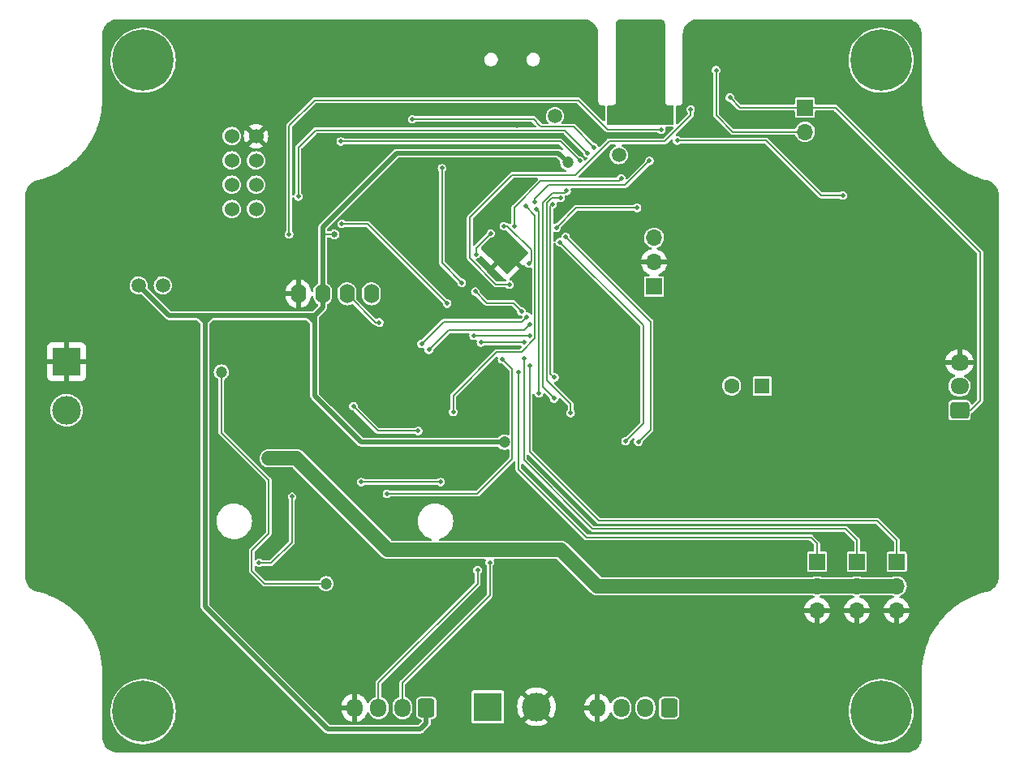
<source format=gbr>
%TF.GenerationSoftware,KiCad,Pcbnew,(6.0.8)*%
%TF.CreationDate,2023-04-20T14:40:41+02:00*%
%TF.ProjectId,scheda PSE,73636865-6461-4205-9053-452e6b696361,rev?*%
%TF.SameCoordinates,Original*%
%TF.FileFunction,Copper,L2,Bot*%
%TF.FilePolarity,Positive*%
%FSLAX46Y46*%
G04 Gerber Fmt 4.6, Leading zero omitted, Abs format (unit mm)*
G04 Created by KiCad (PCBNEW (6.0.8)) date 2023-04-20 14:40:41*
%MOMM*%
%LPD*%
G01*
G04 APERTURE LIST*
G04 Aperture macros list*
%AMRoundRect*
0 Rectangle with rounded corners*
0 $1 Rounding radius*
0 $2 $3 $4 $5 $6 $7 $8 $9 X,Y pos of 4 corners*
0 Add a 4 corners polygon primitive as box body*
4,1,4,$2,$3,$4,$5,$6,$7,$8,$9,$2,$3,0*
0 Add four circle primitives for the rounded corners*
1,1,$1+$1,$2,$3*
1,1,$1+$1,$4,$5*
1,1,$1+$1,$6,$7*
1,1,$1+$1,$8,$9*
0 Add four rect primitives between the rounded corners*
20,1,$1+$1,$2,$3,$4,$5,0*
20,1,$1+$1,$4,$5,$6,$7,0*
20,1,$1+$1,$6,$7,$8,$9,0*
20,1,$1+$1,$8,$9,$2,$3,0*%
%AMRotRect*
0 Rectangle, with rotation*
0 The origin of the aperture is its center*
0 $1 length*
0 $2 width*
0 $3 Rotation angle, in degrees counterclockwise*
0 Add horizontal line*
21,1,$1,$2,0,0,$3*%
G04 Aperture macros list end*
%TA.AperFunction,ComponentPad*%
%ADD10C,1.500000*%
%TD*%
%TA.AperFunction,ComponentPad*%
%ADD11RotRect,3.200000X3.200000X45.000000*%
%TD*%
%TA.AperFunction,ComponentPad*%
%ADD12C,0.800000*%
%TD*%
%TA.AperFunction,ComponentPad*%
%ADD13C,6.400000*%
%TD*%
%TA.AperFunction,ComponentPad*%
%ADD14O,1.600000X2.000000*%
%TD*%
%TA.AperFunction,ComponentPad*%
%ADD15RoundRect,0.250000X0.725000X-0.600000X0.725000X0.600000X-0.725000X0.600000X-0.725000X-0.600000X0*%
%TD*%
%TA.AperFunction,ComponentPad*%
%ADD16O,1.950000X1.700000*%
%TD*%
%TA.AperFunction,ComponentPad*%
%ADD17R,1.700000X1.700000*%
%TD*%
%TA.AperFunction,ComponentPad*%
%ADD18O,1.700000X1.700000*%
%TD*%
%TA.AperFunction,ComponentPad*%
%ADD19C,1.524000*%
%TD*%
%TA.AperFunction,ComponentPad*%
%ADD20R,1.600000X1.600000*%
%TD*%
%TA.AperFunction,ComponentPad*%
%ADD21C,1.600000*%
%TD*%
%TA.AperFunction,ComponentPad*%
%ADD22R,3.000000X3.000000*%
%TD*%
%TA.AperFunction,ComponentPad*%
%ADD23C,3.000000*%
%TD*%
%TA.AperFunction,ComponentPad*%
%ADD24RoundRect,0.250000X0.600000X0.725000X-0.600000X0.725000X-0.600000X-0.725000X0.600000X-0.725000X0*%
%TD*%
%TA.AperFunction,ComponentPad*%
%ADD25O,1.700000X1.950000*%
%TD*%
%TA.AperFunction,ViaPad*%
%ADD26C,1.200000*%
%TD*%
%TA.AperFunction,ViaPad*%
%ADD27C,0.460000*%
%TD*%
%TA.AperFunction,ViaPad*%
%ADD28C,0.500000*%
%TD*%
%TA.AperFunction,ViaPad*%
%ADD29C,0.650000*%
%TD*%
%TA.AperFunction,Conductor*%
%ADD30C,1.500000*%
%TD*%
%TA.AperFunction,Conductor*%
%ADD31C,0.500000*%
%TD*%
%TA.AperFunction,Conductor*%
%ADD32C,0.200000*%
%TD*%
G04 APERTURE END LIST*
D10*
%TO.P,TP4,1,1*%
%TO.N,+3.3VA*%
X166624000Y-72898000D03*
%TD*%
D11*
%TO.P,U1,57,GND*%
%TO.N,GND*%
X154947342Y-83113878D03*
%TD*%
D12*
%TO.P,H4,1*%
%TO.N,N/C*%
X195697056Y-129302944D03*
X191600000Y-131000000D03*
D13*
X194000000Y-131000000D03*
D12*
X192302944Y-132697056D03*
X192302944Y-129302944D03*
X194000000Y-128600000D03*
X195697056Y-132697056D03*
X194000000Y-133400000D03*
X196400000Y-131000000D03*
%TD*%
D14*
%TO.P,U4,1,GND*%
%TO.N,GND*%
X133193924Y-87383351D03*
%TO.P,U4,2,VDD*%
%TO.N,+3V3*%
X135733924Y-87383351D03*
%TO.P,U4,3,SCK*%
%TO.N,/I2C0_SCL*%
X138273924Y-87383351D03*
%TO.P,U4,4,SDA*%
%TO.N,/I2C0_SDA*%
X140813924Y-87383351D03*
%TD*%
D10*
%TO.P,TP1,1,1*%
%TO.N,/Alimentazione/VBUS*%
X159969200Y-68834000D03*
%TD*%
%TO.P,TP2,1,1*%
%TO.N,+5V*%
X119053000Y-86503804D03*
%TD*%
D15*
%TO.P,J1,1,Pin_1*%
%TO.N,/Led_RGB_WS2812B/DIN_INT*%
X202184000Y-99528000D03*
D16*
%TO.P,J1,2,Pin_2*%
%TO.N,+5V*%
X202184000Y-97028000D03*
%TO.P,J1,3,Pin_3*%
%TO.N,GND*%
X202184000Y-94528000D03*
%TD*%
D17*
%TO.P,J9,1,Pin_1*%
%TO.N,/RP2040/PWM_SERVO2*%
X191477900Y-115366800D03*
D18*
%TO.P,J9,2,Pin_2*%
%TO.N,+5V*%
X191477900Y-117906800D03*
%TO.P,J9,3,Pin_3*%
%TO.N,GND*%
X191477900Y-120446800D03*
%TD*%
D19*
%TO.P,U9,1,GND*%
%TO.N,GND*%
X128778000Y-70916800D03*
%TO.P,U9,2,IO2*%
%TO.N,unconnected-(U9-Pad2)*%
X128778000Y-73456800D03*
%TO.P,U9,3,IO0*%
%TO.N,unconnected-(U9-Pad3)*%
X128778000Y-75996800D03*
%TO.P,U9,4,UART_RX*%
%TO.N,/RP2040/UART0_TX*%
X128778000Y-78536800D03*
%TO.P,U9,5,VCC*%
%TO.N,+3V3*%
X126238000Y-78536800D03*
%TO.P,U9,6,~{RST}*%
%TO.N,Net-(R27-Pad2)*%
X126238000Y-75996800D03*
%TO.P,U9,7,EN*%
%TO.N,/RP2040/ESP-01_EN*%
X126238000Y-73456800D03*
%TO.P,U9,8,UART_TX*%
%TO.N,/RP2040/UART0_RX*%
X126238000Y-70916800D03*
%TD*%
D17*
%TO.P,J8,1,Pin_1*%
%TO.N,/RP2040/PWM_SERVO1*%
X195630800Y-115366800D03*
D18*
%TO.P,J8,2,Pin_2*%
%TO.N,+5V*%
X195630800Y-117906800D03*
%TO.P,J8,3,Pin_3*%
%TO.N,GND*%
X195630800Y-120446800D03*
%TD*%
D20*
%TO.P,REF\u002A\u002A,1*%
%TO.N,+3V3*%
X181601759Y-97000929D03*
D21*
%TO.P,REF\u002A\u002A,2*%
%TO.N,Net-(BZ1-Pad2)*%
X178401759Y-97000929D03*
%TD*%
D12*
%TO.P,H2,1*%
%TO.N,N/C*%
X192302944Y-64697056D03*
X194000000Y-60600000D03*
X195697056Y-64697056D03*
X195697056Y-61302944D03*
X191600000Y-63000000D03*
X192302944Y-61302944D03*
X196400000Y-63000000D03*
X194000000Y-65400000D03*
D13*
X194000000Y-63000000D03*
%TD*%
D10*
%TO.P,TP3,1,1*%
%TO.N,+3V3*%
X116535200Y-86503804D03*
%TD*%
D22*
%TO.P,J5,1,Pin_1*%
%TO.N,/Alimentazione/VOUT_5V*%
X152960000Y-130500000D03*
D23*
%TO.P,J5,2,Pin_2*%
%TO.N,GND*%
X158040000Y-130500000D03*
%TD*%
D22*
%TO.P,J3,1,Pin_1*%
%TO.N,GND*%
X109000000Y-94460000D03*
D23*
%TO.P,J3,2,Pin_2*%
%TO.N,/Alimentazione/VIN*%
X109000000Y-99540000D03*
%TD*%
D17*
%TO.P,J2,1,Pin_1*%
%TO.N,/RP2040/SWCLK*%
X170307000Y-86614000D03*
D18*
%TO.P,J2,2,Pin_2*%
%TO.N,GND*%
X170307000Y-84074000D03*
%TO.P,J2,3,Pin_3*%
%TO.N,/RP2040/SWDIO*%
X170307000Y-81534000D03*
%TD*%
D12*
%TO.P,H3,1*%
%TO.N,N/C*%
X114600000Y-63000000D03*
X118697056Y-61302944D03*
X118697056Y-64697056D03*
D13*
X117000000Y-63000000D03*
D12*
X115302944Y-61302944D03*
X115302944Y-64697056D03*
X117000000Y-60600000D03*
X117000000Y-65400000D03*
X119400000Y-63000000D03*
%TD*%
D17*
%TO.P,J10,1,Pin_1*%
%TO.N,/RP2040/PWM_SERVO3*%
X187325000Y-115366800D03*
D18*
%TO.P,J10,2,Pin_2*%
%TO.N,+5V*%
X187325000Y-117906800D03*
%TO.P,J10,3,Pin_3*%
%TO.N,GND*%
X187325000Y-120446800D03*
%TD*%
D17*
%TO.P,JP1,1,A*%
%TO.N,/Led_RGB_WS2812B/DIN_INT*%
X186055000Y-67940000D03*
D18*
%TO.P,JP1,2,B*%
%TO.N,Net-(D1-Pad4)*%
X186055000Y-70480000D03*
%TD*%
D12*
%TO.P,H1,1*%
%TO.N,N/C*%
X114600000Y-131000000D03*
X115302944Y-129302944D03*
D13*
X117000000Y-131000000D03*
D12*
X119400000Y-131000000D03*
X117000000Y-128600000D03*
X117000000Y-133400000D03*
X118697056Y-132697056D03*
X118697056Y-129302944D03*
X115302944Y-132697056D03*
%TD*%
D24*
%TO.P,J6,1,Pin_1*%
%TO.N,+3V3*%
X171895000Y-130610000D03*
D25*
%TO.P,J6,2,Pin_2*%
%TO.N,/I2C0_SCL*%
X169395000Y-130610000D03*
%TO.P,J6,3,Pin_3*%
%TO.N,/I2C0_SDA*%
X166895000Y-130610000D03*
%TO.P,J6,4,Pin_4*%
%TO.N,GND*%
X164395000Y-130610000D03*
%TD*%
D24*
%TO.P,J7,1,Pin_1*%
%TO.N,+3V3*%
X146555000Y-130610000D03*
D25*
%TO.P,J7,2,Pin_2*%
%TO.N,/Sensori/UART_RX*%
X144055000Y-130610000D03*
%TO.P,J7,3,Pin_3*%
%TO.N,/Sensori/UART_TX*%
X141555000Y-130610000D03*
%TO.P,J7,4,Pin_4*%
%TO.N,GND*%
X139055000Y-130610000D03*
%TD*%
D26*
%TO.N,+5V*%
X130098800Y-104546400D03*
D27*
%TO.N,GND*%
X133197600Y-70662800D03*
D28*
X138074400Y-112877600D03*
D27*
X159773342Y-74096878D03*
X143052800Y-118973600D03*
X164388800Y-79756000D03*
X124612400Y-124206000D03*
X120751600Y-84836000D03*
X188976000Y-123494800D03*
X132486400Y-100634800D03*
X118821200Y-92913200D03*
X130817342Y-84891878D03*
X205239342Y-96067878D03*
X137668000Y-99110800D03*
X201993224Y-104226551D03*
X136245600Y-127609600D03*
X142290800Y-68529200D03*
X167393342Y-80319878D03*
X106687342Y-76509878D03*
X167139342Y-89971878D03*
D28*
X147124142Y-97439478D03*
D27*
X144119600Y-86614000D03*
X189534800Y-71983600D03*
D28*
X149656800Y-109372400D03*
D27*
X185935342Y-132897878D03*
X179839342Y-95813878D03*
X156565600Y-122174000D03*
X194157600Y-69138800D03*
X150926800Y-89611200D03*
X117652800Y-82804000D03*
X125229342Y-84891878D03*
X141630400Y-65379600D03*
X114554000Y-84886800D03*
D28*
X141630400Y-109474000D03*
D27*
X160636942Y-118470678D03*
X192938400Y-77317600D03*
X157937200Y-73355200D03*
X203207342Y-77271878D03*
X155549600Y-106273600D03*
X154635200Y-96926400D03*
X153517600Y-95377000D03*
X108973342Y-110037878D03*
X162255200Y-106019600D03*
X137261600Y-69088000D03*
X123451342Y-133151878D03*
X202191342Y-110037878D03*
X143154400Y-80162400D03*
X143263342Y-89209878D03*
X162313342Y-62793878D03*
X107957342Y-89717878D03*
X179331342Y-63809878D03*
X178562000Y-114477800D03*
X155455342Y-59999878D03*
X154940000Y-76733400D03*
X120650000Y-109778800D03*
X154279600Y-89357200D03*
X141173200Y-83515200D03*
X143129000Y-127817878D03*
X147218400Y-70916800D03*
X139801600Y-61214000D03*
X119387342Y-115371878D03*
X180035200Y-77317600D03*
X165107342Y-100131878D03*
X162059342Y-87939878D03*
X141231342Y-100131878D03*
X190195200Y-97129600D03*
X117863342Y-76509878D03*
X115214400Y-114350800D03*
X144094200Y-77724000D03*
X166268400Y-119837200D03*
X136144000Y-119684800D03*
X125907800Y-101041200D03*
X142755342Y-94416878D03*
X115099824Y-105725151D03*
X132341342Y-93527878D03*
X192227200Y-84632800D03*
X161043342Y-95305878D03*
X119938800Y-103809800D03*
X175666400Y-73355200D03*
X162356800Y-68834000D03*
X171457342Y-78033878D03*
X125425200Y-62433200D03*
X156006800Y-69850700D03*
X125005824Y-93482351D03*
X178562000Y-122275600D03*
X168452800Y-75996800D03*
X125991342Y-115371878D03*
X170535600Y-122936000D03*
X202082400Y-117094000D03*
D28*
X138328400Y-104394000D03*
D27*
X149733000Y-94996000D03*
X172092342Y-71937878D03*
X193809342Y-89209878D03*
X196900800Y-126949200D03*
X171457342Y-100131878D03*
X159359600Y-70866000D03*
X113291342Y-122737878D03*
X107957342Y-116133878D03*
X108973342Y-84129878D03*
X189999342Y-104449878D03*
X172821600Y-92252800D03*
X125933200Y-97688400D03*
X182125342Y-130865878D03*
X173101000Y-68376800D03*
X173997342Y-84129878D03*
X165361342Y-101655878D03*
X114053342Y-69397878D03*
X173743342Y-126293878D03*
X173235342Y-106481878D03*
X134373342Y-63555878D03*
X145389600Y-74320400D03*
X150164800Y-73355200D03*
X154432000Y-109220000D03*
X162610800Y-76911200D03*
X179331342Y-59999878D03*
X165938200Y-114274600D03*
X167182800Y-97180400D03*
X195935600Y-67868800D03*
X201937342Y-84129878D03*
X168663342Y-72699878D03*
X179984400Y-87020400D03*
X153746200Y-116687600D03*
X122631200Y-70510400D03*
X135737600Y-74371200D03*
X146405600Y-62077600D03*
X171965342Y-101655878D03*
%TO.N,+3V3*%
X151739600Y-83261200D03*
D26*
X154686000Y-102870000D03*
D29*
X136956800Y-81178400D03*
D26*
X161320645Y-73678834D03*
D27*
X153271195Y-81074983D03*
%TO.N,+1V1*%
X154611872Y-80312728D03*
X157243995Y-84244395D03*
D28*
%TO.N,/Interfaccia utente/BUTTON_U*%
X159925742Y-96118678D03*
X159722542Y-78033878D03*
%TO.N,/Interfaccia utente/BUTTON_L*%
X158046142Y-78587600D03*
X158300142Y-97775000D03*
%TO.N,/Interfaccia utente/BUTTON_R*%
X161173942Y-76636447D03*
X159880020Y-98298000D03*
%TO.N,/Interfaccia utente/BUTTON_D*%
X161602142Y-99827078D03*
X160528000Y-77368400D03*
D26*
%TO.N,+12V*%
X125171200Y-95554800D03*
X136093200Y-117652800D03*
D27*
%TO.N,GNDA*%
X170949342Y-64825878D03*
X167139342Y-60253878D03*
X171203342Y-68889878D03*
X170949342Y-59999878D03*
D28*
%TO.N,/RP2040/TEMP_SENS*%
X169831742Y-73512678D03*
X157886400Y-77774800D03*
%TO.N,Net-(D1-Pad4)*%
X176784000Y-64033400D03*
%TO.N,/Alimentazione/5V_EN*%
X142441824Y-108261151D03*
X154457400Y-94208600D03*
%TO.N,/Alimentazione/ANALOG_BATT*%
X149352000Y-99695000D03*
X148031200Y-107035600D03*
X139750800Y-107035600D03*
X156921200Y-78232000D03*
D27*
%TO.N,/Alimentazione/VIN*%
X129106824Y-115474751D03*
X132537200Y-108559600D03*
D28*
%TO.N,/Alimentazione/USB _ID*%
X148183600Y-74269600D03*
X150241000Y-86233000D03*
%TO.N,/I2C0_SCL*%
X141637742Y-90378278D03*
%TO.N,/I2C0_SDA*%
X138945342Y-99115878D03*
X145701742Y-101706678D03*
%TO.N,/Interfaccia utente/BUZZER*%
X168536342Y-78414878D03*
X160121600Y-80467200D03*
%TO.N,/RP2040/GPS_EN*%
X160477200Y-81991200D03*
X167342542Y-102773478D03*
D27*
%TO.N,/Led_RGB_WS2812B/DIN*%
X174142400Y-68122800D03*
D28*
X155201342Y-86415878D03*
%TO.N,/RP2040/~{USB_BOOT}*%
X171069000Y-70231000D03*
X189992000Y-77114400D03*
X132232400Y-81178400D03*
X172720000Y-71374000D03*
%TO.N,/Sensori/UART_TX*%
X151892000Y-116255800D03*
%TO.N,/Sensori/UART_RX*%
X153162000Y-115443000D03*
%TO.N,/RP2040/PWM_SERVO1*%
X157327600Y-94894400D03*
X157327600Y-91744800D03*
X151485600Y-91744800D03*
%TO.N,/RP2040/INT1_ACC*%
X146057342Y-92613478D03*
X157048200Y-89789000D03*
%TO.N,/RP2040/INT2_ACC*%
X146819342Y-93223078D03*
X157378400Y-90576400D03*
%TO.N,/RP2040/PWM_SERVO2*%
X156718000Y-92456000D03*
X156718000Y-94132400D03*
X152247600Y-92456000D03*
%TO.N,/RP2040/ESP-01_EN*%
X148717000Y-88392000D03*
X137744200Y-80086200D03*
%TO.N,/RP2040/GPS_PPS*%
X168663342Y-102824278D03*
X161086800Y-81432400D03*
%TO.N,/RP2040/UART0_TX*%
X133197600Y-77216000D03*
X163372800Y-72694800D03*
%TO.N,/RP2040/UART0_RX*%
X137617200Y-71475600D03*
X162560000Y-73507600D03*
%TO.N,/RP2040/PWM_SERVO3*%
X156464000Y-89204800D03*
D27*
X151642348Y-87143186D03*
D28*
X156159200Y-95605600D03*
%TO.N,/Alimentazione/OUTPUT_USB_EN*%
X145084800Y-69138800D03*
X166878000Y-75336400D03*
X155739824Y-80299751D03*
X164033200Y-72085200D03*
%TO.N,/Led_RGB_WS2812B/DIN_INT*%
X178235890Y-66884249D03*
%TD*%
D30*
%TO.N,+5V*%
X164388800Y-117906800D02*
X160610551Y-114128551D01*
X160610551Y-114128551D02*
X142576551Y-114128551D01*
X142576551Y-114128551D02*
X132994400Y-104546400D01*
X187325000Y-117906800D02*
X164388800Y-117906800D01*
X191617600Y-117906800D02*
X187325000Y-117906800D01*
X195630800Y-117906800D02*
X191617600Y-117906800D01*
X132994400Y-104546400D02*
X130098800Y-104546400D01*
D31*
%TO.N,+3V3*%
X135732000Y-88804000D02*
X135732000Y-87380000D01*
X122760464Y-89662000D02*
X123507220Y-89662000D01*
X160336611Y-72694800D02*
X161320645Y-73678834D01*
X123444000Y-120015000D02*
X123444000Y-90360220D01*
X134874000Y-89662000D02*
X135732000Y-88804000D01*
X124079000Y-89725220D02*
X124079000Y-89662000D01*
D32*
X151739600Y-82606578D02*
X151739600Y-83261200D01*
D31*
X134874000Y-97990936D02*
X134874000Y-90345536D01*
X135732000Y-81184000D02*
X135732000Y-80868000D01*
X135732000Y-80868000D02*
X135732000Y-80422000D01*
X123444000Y-89725220D02*
X123507220Y-89662000D01*
X123507220Y-89662000D02*
X124079000Y-89662000D01*
D32*
X136042400Y-81192600D02*
X135732000Y-81503000D01*
D31*
X135732000Y-87380000D02*
X135732000Y-81503000D01*
X136271000Y-132842000D02*
X123444000Y-120015000D01*
D32*
X136956800Y-81178400D02*
X136042400Y-81178400D01*
X136042400Y-81178400D02*
X135737600Y-81178400D01*
D31*
X124079000Y-89662000D02*
X131953000Y-89662000D01*
X143459200Y-72694800D02*
X160336611Y-72694800D01*
D32*
X153271195Y-81074983D02*
X151739600Y-82606578D01*
D31*
X134874000Y-90345536D02*
X134874000Y-89662000D01*
X146555000Y-130610000D02*
X146555000Y-132197020D01*
X123444000Y-90360220D02*
X123444000Y-89725220D01*
X123444000Y-90360220D02*
X123444000Y-90345536D01*
X116535200Y-86503804D02*
X119693396Y-89662000D01*
X131953000Y-89662000D02*
X134190464Y-89662000D01*
X146555000Y-132197020D02*
X145910020Y-132842000D01*
D32*
X135737600Y-81178400D02*
X135732000Y-81184000D01*
X136042400Y-81178400D02*
X135732000Y-80868000D01*
D31*
X134190464Y-89662000D02*
X134874000Y-90345536D01*
X139753064Y-102870000D02*
X134874000Y-97990936D01*
X154686000Y-102870000D02*
X139753064Y-102870000D01*
X123444000Y-90360220D02*
X124079000Y-89725220D01*
X134190464Y-89662000D02*
X134874000Y-89662000D01*
D32*
X136042400Y-81178400D02*
X136042400Y-81192600D01*
D31*
X135732000Y-80422000D02*
X143459200Y-72694800D01*
X123444000Y-90345536D02*
X122760464Y-89662000D01*
X135732000Y-81503000D02*
X135732000Y-81184000D01*
X119693396Y-89662000D02*
X122760464Y-89662000D01*
X145910020Y-132842000D02*
X136271000Y-132842000D01*
D32*
%TO.N,+1V1*%
X157480000Y-84008390D02*
X157243995Y-84244395D01*
X157480000Y-82804000D02*
X157480000Y-84008390D01*
X154611872Y-80312728D02*
X154988728Y-80312728D01*
X154988728Y-80312728D02*
X157480000Y-82804000D01*
%TO.N,/Interfaccia utente/BUTTON_U*%
X159925742Y-96118678D02*
X159503342Y-95696278D01*
X159503342Y-95696278D02*
X159503342Y-78253078D01*
X159503342Y-78253078D02*
X159722542Y-78033878D01*
%TO.N,/Interfaccia utente/BUTTON_L*%
X158046142Y-78587600D02*
X158300142Y-78841600D01*
X158300142Y-78841600D02*
X158300142Y-97775000D01*
%TO.N,/Interfaccia utente/BUTTON_R*%
X161173942Y-76636447D02*
X160965989Y-76844400D01*
X158706542Y-97124522D02*
X159880020Y-98298000D01*
X159708524Y-76844400D02*
X158706542Y-77846382D01*
X158706542Y-77846382D02*
X158706542Y-97124522D01*
X160965989Y-76844400D02*
X159708524Y-76844400D01*
%TO.N,/Interfaccia utente/BUTTON_D*%
X161602142Y-98912678D02*
X161602142Y-99827078D01*
X159112942Y-77902430D02*
X159112942Y-96423478D01*
X160528000Y-77368400D02*
X159646972Y-77368400D01*
X159112942Y-96423478D02*
X161602142Y-98912678D01*
X159646972Y-77368400D02*
X159112942Y-77902430D01*
%TO.N,+12V*%
X128319424Y-116279824D02*
X128319424Y-114204751D01*
X129675966Y-117636366D02*
X128319424Y-116279824D01*
X136076766Y-117636366D02*
X129675966Y-117636366D01*
X128319424Y-114204751D02*
X130097424Y-112426751D01*
X136093200Y-117652800D02*
X136076766Y-117636366D01*
X125171200Y-101887127D02*
X125171200Y-95554800D01*
X130097424Y-106813351D02*
X125171200Y-101887127D01*
X130097424Y-112426751D02*
X130097424Y-106813351D01*
%TO.N,/RP2040/TEMP_SENS*%
X159286294Y-76052678D02*
X167291742Y-76052678D01*
X157886400Y-77774800D02*
X157886400Y-77452572D01*
X167291742Y-76052678D02*
X169831742Y-73512678D01*
X157886400Y-77452572D02*
X159286294Y-76052678D01*
%TO.N,Net-(D1-Pad4)*%
X176784000Y-64033400D02*
X176784000Y-68707000D01*
X178557000Y-70480000D02*
X186055000Y-70480000D01*
X176784000Y-68707000D02*
X178557000Y-70480000D01*
%TO.N,/Alimentazione/5V_EN*%
X154457400Y-94208600D02*
X155513000Y-95264200D01*
X151853620Y-108254800D02*
X142448175Y-108254800D01*
X155513000Y-104595420D02*
X151853620Y-108254800D01*
X142448175Y-108254800D02*
X142441824Y-108261151D01*
X155513000Y-95264200D02*
X155513000Y-104595420D01*
%TO.N,/Alimentazione/ANALOG_BATT*%
X157902400Y-79213200D02*
X156921200Y-78232000D01*
X157902400Y-92033600D02*
X157902400Y-79213200D01*
X149352000Y-99695000D02*
X149352000Y-97993200D01*
X148031200Y-107035600D02*
X139750800Y-107035600D01*
X149352000Y-97993200D02*
X153873200Y-93472000D01*
X156464000Y-93472000D02*
X157902400Y-92033600D01*
X153873200Y-93472000D02*
X156464000Y-93472000D01*
%TO.N,/Alimentazione/VIN*%
X132537200Y-113314375D02*
X132537200Y-108559600D01*
X130376824Y-115474751D02*
X132537200Y-113314375D01*
X129106824Y-115474751D02*
X130376824Y-115474751D01*
%TO.N,/Alimentazione/USB _ID*%
X150241000Y-86233000D02*
X148183600Y-84175600D01*
X148183600Y-84175600D02*
X148183600Y-74269600D01*
%TO.N,/I2C0_SCL*%
X141270278Y-90378278D02*
X138272000Y-87380000D01*
X141637742Y-90378278D02*
X141270278Y-90378278D01*
%TO.N,/I2C0_SDA*%
X141536142Y-101706678D02*
X138945342Y-99115878D01*
X145701742Y-101706678D02*
X141536142Y-101706678D01*
%TO.N,/Interfaccia utente/BUZZER*%
X160121600Y-80467200D02*
X162173922Y-78414878D01*
X162173922Y-78414878D02*
X168536342Y-78414878D01*
%TO.N,/RP2040/GPS_EN*%
X169171342Y-90685342D02*
X169171342Y-100944678D01*
X160477200Y-81991200D02*
X169171342Y-90685342D01*
X169171342Y-100944678D02*
X167342542Y-102773478D01*
%TO.N,/Led_RGB_WS2812B/DIN*%
X174142400Y-68744820D02*
X171411620Y-71475600D01*
X162097676Y-74985878D02*
X155519122Y-74985878D01*
X153829742Y-86415878D02*
X155201342Y-86415878D01*
X151086542Y-83672678D02*
X153829742Y-86415878D01*
X174142400Y-68122800D02*
X174142400Y-68744820D01*
X155519122Y-74985878D02*
X151086542Y-79418458D01*
X171411620Y-71475600D02*
X165607954Y-71475600D01*
X165607954Y-71475600D02*
X162097676Y-74985878D01*
X151086542Y-79418458D02*
X151086542Y-83672678D01*
%TO.N,/RP2040/~{USB_BOOT}*%
X187731400Y-77114400D02*
X189992000Y-77114400D01*
X165481000Y-70231000D02*
X162433000Y-67183000D01*
X172720000Y-71374000D02*
X181991000Y-71374000D01*
X181991000Y-71374000D02*
X187731400Y-77114400D01*
X134874000Y-67183000D02*
X132232400Y-69824600D01*
X162433000Y-67183000D02*
X134874000Y-67183000D01*
X132232400Y-69824600D02*
X132232400Y-81178400D01*
X171069000Y-70231000D02*
X165481000Y-70231000D01*
%TO.N,/Sensori/UART_TX*%
X151892000Y-117640100D02*
X141555000Y-127977100D01*
X141555000Y-127977100D02*
X141555000Y-130610000D01*
X151892000Y-116255800D02*
X151892000Y-117640100D01*
%TO.N,/Sensori/UART_RX*%
X153162000Y-115443000D02*
X153162000Y-118872000D01*
X144055000Y-127979000D02*
X144055000Y-130610000D01*
X153162000Y-118872000D02*
X144055000Y-127979000D01*
%TO.N,/RP2040/PWM_SERVO1*%
X195630800Y-115366800D02*
X195630800Y-113131600D01*
X151485600Y-91744800D02*
X157327600Y-91744800D01*
X157327600Y-103860600D02*
X157327600Y-94894400D01*
X195630800Y-113131600D02*
X193587078Y-111087878D01*
X193587078Y-111087878D02*
X164554878Y-111087878D01*
X164554878Y-111087878D02*
X157327600Y-103860600D01*
%TO.N,/RP2040/INT1_ACC*%
X157048200Y-89789000D02*
X156514800Y-90322400D01*
X148348420Y-90322400D02*
X146057342Y-92613478D01*
X156514800Y-90322400D02*
X148348420Y-90322400D01*
%TO.N,/RP2040/INT2_ACC*%
X148856420Y-91186000D02*
X146819342Y-93223078D01*
X157378400Y-90576400D02*
X156768800Y-91186000D01*
X156768800Y-91186000D02*
X148856420Y-91186000D01*
%TO.N,/RP2040/PWM_SERVO2*%
X190324273Y-111937800D02*
X191477624Y-113091151D01*
X163906200Y-111937800D02*
X190324273Y-111937800D01*
X152247600Y-92456000D02*
X156718000Y-92456000D01*
X191477900Y-115366800D02*
X191477900Y-113093499D01*
X156718000Y-94132400D02*
X156718000Y-104749600D01*
X156718000Y-104749600D02*
X163906200Y-111937800D01*
%TO.N,/RP2040/ESP-01_EN*%
X137744200Y-80086200D02*
X140411200Y-80086200D01*
X140411200Y-80086200D02*
X148717000Y-88392000D01*
%TO.N,/RP2040/GPS_PPS*%
X161086800Y-81432400D02*
X169933342Y-90278942D01*
X169933342Y-90278942D02*
X169933342Y-101554278D01*
X169933342Y-101554278D02*
X168663342Y-102824278D01*
%TO.N,/RP2040/UART0_TX*%
X160985200Y-70307200D02*
X163372800Y-72694800D01*
X134975600Y-70307200D02*
X160985200Y-70307200D01*
X133197600Y-77216000D02*
X133197600Y-72085200D01*
X133197600Y-72085200D02*
X134975600Y-70307200D01*
%TO.N,/RP2040/UART0_RX*%
X160528000Y-71475600D02*
X162560000Y-73507600D01*
X137617200Y-71475600D02*
X160528000Y-71475600D01*
%TO.N,/RP2040/PWM_SERVO3*%
X156159200Y-95605600D02*
X156159200Y-105714800D01*
X155625800Y-88366600D02*
X152865762Y-88366600D01*
X156159200Y-105714800D02*
X163271200Y-112826800D01*
X156464000Y-89204800D02*
X155625800Y-88366600D01*
X163271200Y-112826800D02*
X186690000Y-112826800D01*
X187325000Y-113461800D02*
X187325000Y-115366800D01*
X186690000Y-112826800D02*
X187325000Y-113461800D01*
X152865762Y-88366600D02*
X151642348Y-87143186D01*
%TO.N,/Alimentazione/OUTPUT_USB_EN*%
X145084800Y-69138800D02*
X155702000Y-69138800D01*
X161544000Y-69951600D02*
X161899600Y-69951600D01*
X166624000Y-75590400D02*
X158493375Y-75590400D01*
X158546800Y-69951600D02*
X161544000Y-69951600D01*
X157734000Y-69138800D02*
X158394400Y-69799200D01*
X155702000Y-69138800D02*
X157734000Y-69138800D01*
X155739824Y-78343951D02*
X155739824Y-80299751D01*
X158493375Y-75590400D02*
X155739824Y-78343951D01*
X161899600Y-69951600D02*
X164033200Y-72085200D01*
X166878000Y-75336400D02*
X166624000Y-75590400D01*
X158394400Y-69799200D02*
X158546800Y-69951600D01*
%TO.N,/Led_RGB_WS2812B/DIN_INT*%
X186055000Y-67940000D02*
X189225000Y-67940000D01*
X179291641Y-67940000D02*
X186055000Y-67940000D01*
X178235890Y-66884249D02*
X179291641Y-67940000D01*
X189225000Y-67940000D02*
X189293500Y-68008500D01*
X203367000Y-99528000D02*
X202184000Y-99528000D01*
X189293500Y-68008500D02*
X204343000Y-83058000D01*
X204343000Y-83058000D02*
X204343000Y-98552000D01*
X204343000Y-98552000D02*
X203367000Y-99528000D01*
%TD*%
%TA.AperFunction,Conductor*%
%TO.N,GNDA*%
G36*
X170878274Y-58711855D02*
G01*
X170881570Y-58712377D01*
X170890207Y-58713745D01*
X170900000Y-58715296D01*
X170909793Y-58713745D01*
X170919711Y-58713745D01*
X170919711Y-58714642D01*
X170935377Y-58714290D01*
X170965593Y-58717695D01*
X171019297Y-58723746D01*
X171046804Y-58730025D01*
X171146711Y-58764984D01*
X171172132Y-58777226D01*
X171261758Y-58833542D01*
X171283817Y-58851133D01*
X171358667Y-58925982D01*
X171376260Y-58948043D01*
X171432576Y-59037671D01*
X171444817Y-59063091D01*
X171479776Y-59162999D01*
X171486055Y-59190507D01*
X171495512Y-59274441D01*
X171495161Y-59290092D01*
X171496060Y-59290092D01*
X171496060Y-59300007D01*
X171494508Y-59309802D01*
X171496059Y-59319595D01*
X171496059Y-59319597D01*
X171497949Y-59331529D01*
X171499500Y-59351239D01*
X171499500Y-67268368D01*
X171497949Y-67288078D01*
X171494508Y-67309804D01*
X171499500Y-67341323D01*
X171514354Y-67435108D01*
X171571950Y-67548146D01*
X171661658Y-67637854D01*
X171774696Y-67695450D01*
X171784485Y-67697000D01*
X171784487Y-67697001D01*
X171890207Y-67713745D01*
X171900000Y-67715296D01*
X171921726Y-67711855D01*
X171941436Y-67710304D01*
X172251000Y-67710304D01*
X172319121Y-67730306D01*
X172365614Y-67783962D01*
X172377000Y-67836304D01*
X172377000Y-69613804D01*
X172356998Y-69681925D01*
X172303342Y-69728418D01*
X172251000Y-69739804D01*
X165534000Y-69739804D01*
X165465879Y-69719802D01*
X165419386Y-69666146D01*
X165408000Y-69613804D01*
X165408000Y-67836304D01*
X165428002Y-67768183D01*
X165481658Y-67721690D01*
X165534000Y-67710304D01*
X165858564Y-67710304D01*
X165878274Y-67711855D01*
X165900000Y-67715296D01*
X165909793Y-67713745D01*
X166015513Y-67697001D01*
X166015515Y-67697000D01*
X166025304Y-67695450D01*
X166138342Y-67637854D01*
X166228050Y-67548146D01*
X166285646Y-67435108D01*
X166300500Y-67341323D01*
X166305492Y-67309804D01*
X166302051Y-67288078D01*
X166300500Y-67268368D01*
X166300500Y-59351239D01*
X166302051Y-59331529D01*
X166303941Y-59319595D01*
X166305492Y-59309802D01*
X166303941Y-59300009D01*
X166303941Y-59290091D01*
X166304837Y-59290091D01*
X166304486Y-59274423D01*
X166313941Y-59190508D01*
X166320219Y-59163002D01*
X166355180Y-59063087D01*
X166367423Y-59037665D01*
X166423739Y-58948038D01*
X166441331Y-58925979D01*
X166516176Y-58851134D01*
X166538234Y-58833542D01*
X166627867Y-58777221D01*
X166653280Y-58764982D01*
X166753202Y-58730018D01*
X166780703Y-58723742D01*
X166864611Y-58714288D01*
X166880292Y-58714639D01*
X166880292Y-58713745D01*
X166890206Y-58713745D01*
X166900000Y-58715296D01*
X166921726Y-58711855D01*
X166941436Y-58710304D01*
X170858564Y-58710304D01*
X170878274Y-58711855D01*
G37*
%TD.AperFunction*%
%TD*%
%TA.AperFunction,Conductor*%
%TO.N,GND*%
G36*
X162878122Y-58711831D02*
G01*
X162878286Y-58711857D01*
X162900000Y-58715296D01*
X162909641Y-58713769D01*
X162914966Y-58713769D01*
X162935903Y-58712872D01*
X162966621Y-58715069D01*
X163118792Y-58725953D01*
X163136294Y-58728469D01*
X163329001Y-58770390D01*
X163341961Y-58773209D01*
X163358937Y-58778193D01*
X163556149Y-58851750D01*
X163572242Y-58859100D01*
X163756968Y-58959968D01*
X163771852Y-58969533D01*
X163940348Y-59095668D01*
X163953718Y-59107253D01*
X164102552Y-59256086D01*
X164114138Y-59269458D01*
X164240267Y-59437948D01*
X164249832Y-59452831D01*
X164350703Y-59637562D01*
X164358053Y-59653656D01*
X164431607Y-59850864D01*
X164436591Y-59867839D01*
X164436592Y-59867842D01*
X164481331Y-60073503D01*
X164481331Y-60073504D01*
X164483848Y-60091012D01*
X164490599Y-60185406D01*
X164496929Y-60273915D01*
X164496034Y-60294801D01*
X164496034Y-60300166D01*
X164494508Y-60309803D01*
X164496035Y-60319443D01*
X164497973Y-60331681D01*
X164499500Y-60351078D01*
X164499500Y-67268529D01*
X164497973Y-67287926D01*
X164494508Y-67309804D01*
X164514354Y-67435108D01*
X164571950Y-67548146D01*
X164661658Y-67637854D01*
X164774696Y-67695450D01*
X164852369Y-67707752D01*
X164900000Y-67715296D01*
X164909641Y-67713769D01*
X164921878Y-67711831D01*
X164941275Y-67710304D01*
X165078643Y-67710304D01*
X165145682Y-67729989D01*
X165191437Y-67782793D01*
X165201092Y-67836304D01*
X165202500Y-67836304D01*
X165202500Y-69228167D01*
X165182815Y-69295206D01*
X165130011Y-69340961D01*
X165060853Y-69350905D01*
X164997297Y-69321880D01*
X164990819Y-69315848D01*
X162682578Y-67007607D01*
X162680752Y-67005492D01*
X162678425Y-67000731D01*
X162642495Y-66967401D01*
X162639145Y-66964174D01*
X162625723Y-66950752D01*
X162621770Y-66948040D01*
X162619039Y-66945642D01*
X162596354Y-66924599D01*
X162585723Y-66920357D01*
X162582250Y-66918162D01*
X162570047Y-66911647D01*
X162566295Y-66909985D01*
X162556854Y-66903508D01*
X162532729Y-66897783D01*
X162515410Y-66892306D01*
X162492378Y-66883117D01*
X162486085Y-66882500D01*
X162482840Y-66882500D01*
X162482689Y-66882482D01*
X162480025Y-66882352D01*
X162480034Y-66882172D01*
X162467663Y-66880724D01*
X162459075Y-66880304D01*
X162447934Y-66877660D01*
X162436589Y-66879204D01*
X162436588Y-66879204D01*
X162420695Y-66881367D01*
X162403974Y-66882500D01*
X134926461Y-66882500D01*
X134923671Y-66882295D01*
X134918658Y-66880574D01*
X134907223Y-66881003D01*
X134907221Y-66881003D01*
X134869676Y-66882413D01*
X134865024Y-66882500D01*
X134846052Y-66882500D01*
X134841339Y-66883378D01*
X134837711Y-66883613D01*
X134806792Y-66884774D01*
X134796274Y-66889293D01*
X134792266Y-66890196D01*
X134779026Y-66894219D01*
X134775201Y-66895695D01*
X134763947Y-66897791D01*
X134754202Y-66903798D01*
X134754199Y-66903799D01*
X134742831Y-66910806D01*
X134726720Y-66919175D01*
X134711978Y-66925509D01*
X134711975Y-66925511D01*
X134703938Y-66928964D01*
X134699051Y-66932977D01*
X134696756Y-66935272D01*
X134696633Y-66935369D01*
X134694659Y-66937159D01*
X134694538Y-66937025D01*
X134684777Y-66944741D01*
X134678401Y-66950523D01*
X134668652Y-66956532D01*
X134652007Y-66978421D01*
X134640992Y-66991036D01*
X132057007Y-69575022D01*
X132054892Y-69576848D01*
X132050131Y-69579175D01*
X132026284Y-69604882D01*
X132016802Y-69615104D01*
X132013574Y-69618455D01*
X132000152Y-69631877D01*
X131997440Y-69635830D01*
X131995042Y-69638561D01*
X131973999Y-69661246D01*
X131969757Y-69671877D01*
X131967562Y-69675350D01*
X131961047Y-69687553D01*
X131959385Y-69691305D01*
X131952908Y-69700746D01*
X131947195Y-69724821D01*
X131947183Y-69724871D01*
X131941706Y-69742189D01*
X131932517Y-69765222D01*
X131931900Y-69771515D01*
X131931900Y-69774760D01*
X131931882Y-69774911D01*
X131931752Y-69777575D01*
X131931572Y-69777566D01*
X131930124Y-69789937D01*
X131929704Y-69798525D01*
X131927060Y-69809666D01*
X131928604Y-69821011D01*
X131928604Y-69821012D01*
X131930767Y-69836905D01*
X131931900Y-69853626D01*
X131931900Y-80791130D01*
X131912215Y-80858169D01*
X131900843Y-80873213D01*
X131851996Y-80928522D01*
X131797154Y-81045332D01*
X131795796Y-81054056D01*
X131795795Y-81054058D01*
X131784533Y-81126393D01*
X131777301Y-81172840D01*
X131794033Y-81300794D01*
X131797592Y-81308882D01*
X131797592Y-81308883D01*
X131842447Y-81410824D01*
X131846005Y-81418910D01*
X131852671Y-81426840D01*
X131901691Y-81485156D01*
X131929039Y-81517691D01*
X131936390Y-81522584D01*
X131936392Y-81522586D01*
X132029109Y-81584303D01*
X132036460Y-81589196D01*
X132044888Y-81591829D01*
X132044890Y-81591830D01*
X132092681Y-81606761D01*
X132159633Y-81627678D01*
X132168467Y-81627840D01*
X132205177Y-81628513D01*
X132288655Y-81630043D01*
X132297171Y-81627721D01*
X132297173Y-81627721D01*
X132404636Y-81598423D01*
X132404639Y-81598422D01*
X132413155Y-81596100D01*
X132523124Y-81528579D01*
X132609722Y-81432907D01*
X132613571Y-81424962D01*
X132613574Y-81424958D01*
X132662137Y-81324724D01*
X132662138Y-81324722D01*
X132665988Y-81316775D01*
X132684420Y-81207215D01*
X132686604Y-81194235D01*
X132686604Y-81194232D01*
X132687397Y-81189520D01*
X132687533Y-81178400D01*
X132679735Y-81123946D01*
X132670492Y-81059405D01*
X132670491Y-81059402D01*
X132669239Y-81050659D01*
X132654954Y-81019241D01*
X132619484Y-80941228D01*
X132619483Y-80941226D01*
X132615828Y-80933188D01*
X132562962Y-80871834D01*
X132534114Y-80808198D01*
X132532900Y-80790892D01*
X132532900Y-77413711D01*
X132552585Y-77346672D01*
X132605389Y-77300917D01*
X132674547Y-77290973D01*
X132738103Y-77319998D01*
X132770399Y-77363771D01*
X132805891Y-77444432D01*
X132811205Y-77456510D01*
X132816890Y-77463273D01*
X132868942Y-77525196D01*
X132894239Y-77555291D01*
X132901590Y-77560184D01*
X132901592Y-77560186D01*
X132983876Y-77614958D01*
X133001660Y-77626796D01*
X133010088Y-77629429D01*
X133010090Y-77629430D01*
X133038661Y-77638356D01*
X133124833Y-77665278D01*
X133133667Y-77665440D01*
X133170377Y-77666113D01*
X133253855Y-77667643D01*
X133262371Y-77665321D01*
X133262373Y-77665321D01*
X133369836Y-77636023D01*
X133369839Y-77636022D01*
X133378355Y-77633700D01*
X133488324Y-77566179D01*
X133574922Y-77470507D01*
X133578771Y-77462562D01*
X133578774Y-77462558D01*
X133627337Y-77362324D01*
X133627338Y-77362322D01*
X133631188Y-77354375D01*
X133635504Y-77328718D01*
X133651804Y-77231835D01*
X133651804Y-77231832D01*
X133652597Y-77227120D01*
X133652733Y-77216000D01*
X133651937Y-77210440D01*
X133635692Y-77097005D01*
X133635691Y-77097002D01*
X133634439Y-77088259D01*
X133630782Y-77080215D01*
X133584684Y-76978828D01*
X133584683Y-76978826D01*
X133581028Y-76970788D01*
X133574960Y-76963745D01*
X133528162Y-76909434D01*
X133499314Y-76845798D01*
X133498100Y-76828492D01*
X133498100Y-72261033D01*
X133517785Y-72193994D01*
X133534419Y-72173352D01*
X135063752Y-70644019D01*
X135125075Y-70610534D01*
X135151433Y-70607700D01*
X160809367Y-70607700D01*
X160876406Y-70627385D01*
X160897048Y-70644019D01*
X162884199Y-72631171D01*
X162917684Y-72692494D01*
X162919470Y-72702769D01*
X162934433Y-72817194D01*
X162937992Y-72825282D01*
X162937992Y-72825283D01*
X162975439Y-72910388D01*
X162986405Y-72935310D01*
X163033084Y-72990842D01*
X163047383Y-73023436D01*
X163062006Y-73027774D01*
X163067926Y-73032291D01*
X163069439Y-73034091D01*
X163076072Y-73038506D01*
X163076073Y-73038507D01*
X163167731Y-73099519D01*
X163176860Y-73105596D01*
X163185288Y-73108229D01*
X163185290Y-73108230D01*
X163267825Y-73134016D01*
X163325944Y-73172797D01*
X163353871Y-73236843D01*
X163342738Y-73305820D01*
X163318528Y-73340055D01*
X163207438Y-73451145D01*
X163146115Y-73484630D01*
X163076423Y-73479646D01*
X163020490Y-73437774D01*
X163003309Y-73396283D01*
X163000571Y-73397084D01*
X162998091Y-73388604D01*
X162996839Y-73379859D01*
X162993092Y-73371617D01*
X162947084Y-73270428D01*
X162947083Y-73270426D01*
X162943428Y-73262388D01*
X162937055Y-73254991D01*
X162900739Y-73212845D01*
X162885308Y-73178806D01*
X162869567Y-73173927D01*
X162862673Y-73168667D01*
X162859193Y-73164628D01*
X162851780Y-73159823D01*
X162758317Y-73099244D01*
X162758314Y-73099243D01*
X162750906Y-73094441D01*
X162742446Y-73091911D01*
X162742444Y-73091910D01*
X162635736Y-73059997D01*
X162627273Y-73057466D01*
X162618440Y-73057412D01*
X162597069Y-73057282D01*
X162585187Y-73057209D01*
X162518269Y-73037115D01*
X162498263Y-73020892D01*
X160777578Y-71300207D01*
X160775752Y-71298092D01*
X160773425Y-71293331D01*
X160737495Y-71260001D01*
X160734145Y-71256774D01*
X160720723Y-71243352D01*
X160716770Y-71240640D01*
X160714039Y-71238242D01*
X160691354Y-71217199D01*
X160680723Y-71212957D01*
X160677250Y-71210762D01*
X160665047Y-71204247D01*
X160661295Y-71202585D01*
X160651854Y-71196108D01*
X160627729Y-71190383D01*
X160610410Y-71184906D01*
X160605121Y-71182796D01*
X160587378Y-71175717D01*
X160581085Y-71175100D01*
X160577840Y-71175100D01*
X160577689Y-71175082D01*
X160575025Y-71174952D01*
X160575034Y-71174772D01*
X160562663Y-71173324D01*
X160554075Y-71172904D01*
X160542934Y-71170260D01*
X160531589Y-71171804D01*
X160531588Y-71171804D01*
X160515695Y-71173967D01*
X160498974Y-71175100D01*
X138009659Y-71175100D01*
X137942620Y-71155415D01*
X137928142Y-71144540D01*
X137922161Y-71139322D01*
X137916393Y-71132628D01*
X137908980Y-71127823D01*
X137815517Y-71067244D01*
X137815514Y-71067243D01*
X137808106Y-71062441D01*
X137799646Y-71059911D01*
X137799644Y-71059910D01*
X137692936Y-71027997D01*
X137684473Y-71025466D01*
X137675640Y-71025412D01*
X137627227Y-71025116D01*
X137555431Y-71024678D01*
X137431355Y-71060139D01*
X137322219Y-71128999D01*
X137236796Y-71225722D01*
X137181954Y-71342532D01*
X137180596Y-71351256D01*
X137180595Y-71351258D01*
X137166103Y-71444336D01*
X137162101Y-71470040D01*
X137178833Y-71597994D01*
X137182392Y-71606082D01*
X137182392Y-71606083D01*
X137211414Y-71672041D01*
X137230805Y-71716110D01*
X137253424Y-71743019D01*
X137288542Y-71784796D01*
X137313839Y-71814891D01*
X137321190Y-71819784D01*
X137321192Y-71819786D01*
X137413909Y-71881503D01*
X137421260Y-71886396D01*
X137429688Y-71889029D01*
X137429690Y-71889030D01*
X137455172Y-71896991D01*
X137544433Y-71924878D01*
X137553267Y-71925040D01*
X137589977Y-71925713D01*
X137673455Y-71927243D01*
X137681971Y-71924921D01*
X137681973Y-71924921D01*
X137789436Y-71895623D01*
X137789439Y-71895622D01*
X137797955Y-71893300D01*
X137891893Y-71835622D01*
X137900395Y-71830402D01*
X137900396Y-71830401D01*
X137907924Y-71825779D01*
X137914510Y-71818503D01*
X137915975Y-71816885D01*
X137918648Y-71815248D01*
X137920650Y-71813586D01*
X137920890Y-71813875D01*
X137975559Y-71780394D01*
X138007906Y-71776100D01*
X160352167Y-71776100D01*
X160419206Y-71795785D01*
X160439848Y-71812419D01*
X160786478Y-72159049D01*
X160819963Y-72220372D01*
X160814979Y-72290064D01*
X160773107Y-72345997D01*
X160707643Y-72370414D01*
X160639370Y-72355562D01*
X160628297Y-72348739D01*
X160600153Y-72329287D01*
X160597065Y-72327081D01*
X160549795Y-72292166D01*
X160542979Y-72289773D01*
X160537042Y-72285669D01*
X160481092Y-72267974D01*
X160477402Y-72266743D01*
X160430727Y-72250352D01*
X160430723Y-72250351D01*
X160421980Y-72247281D01*
X160414876Y-72247002D01*
X160414625Y-72246953D01*
X160407881Y-72244820D01*
X160401274Y-72244300D01*
X160348543Y-72244300D01*
X160343674Y-72244204D01*
X160295884Y-72242326D01*
X160295883Y-72242326D01*
X160286617Y-72241962D01*
X160279533Y-72243840D01*
X160271173Y-72244300D01*
X143493303Y-72244300D01*
X143478729Y-72243441D01*
X143454095Y-72240525D01*
X143454092Y-72240525D01*
X143444890Y-72239436D01*
X143415410Y-72244820D01*
X143387178Y-72249976D01*
X143383336Y-72250616D01*
X143350183Y-72255601D01*
X143325238Y-72259351D01*
X143318725Y-72262479D01*
X143311627Y-72263775D01*
X143303401Y-72268048D01*
X143259537Y-72290833D01*
X143256063Y-72292569D01*
X143203121Y-72317991D01*
X143197901Y-72322816D01*
X143197680Y-72322965D01*
X143191412Y-72326221D01*
X143186372Y-72330525D01*
X143149103Y-72367794D01*
X143145593Y-72371169D01*
X143110451Y-72403653D01*
X143110449Y-72403656D01*
X143103644Y-72409946D01*
X143099963Y-72416284D01*
X143094372Y-72422525D01*
X135437564Y-80079333D01*
X135426651Y-80089031D01*
X135418895Y-80095145D01*
X135399890Y-80110128D01*
X135394620Y-80117753D01*
X135366510Y-80158426D01*
X135364281Y-80161546D01*
X135329366Y-80208816D01*
X135326973Y-80215632D01*
X135322869Y-80221569D01*
X135320074Y-80230408D01*
X135305175Y-80277516D01*
X135303943Y-80281209D01*
X135287552Y-80327884D01*
X135287551Y-80327888D01*
X135284481Y-80336631D01*
X135284202Y-80343735D01*
X135284153Y-80343986D01*
X135282020Y-80350730D01*
X135281500Y-80357337D01*
X135281500Y-80410068D01*
X135281404Y-80414937D01*
X135281169Y-80420930D01*
X135279162Y-80471994D01*
X135281040Y-80479077D01*
X135281500Y-80487438D01*
X135281500Y-86217627D01*
X135261815Y-86284666D01*
X135222842Y-86323014D01*
X135189305Y-86343808D01*
X135120325Y-86386577D01*
X135115759Y-86390894D01*
X135115760Y-86390894D01*
X135013595Y-86487507D01*
X134972644Y-86526232D01*
X134969038Y-86531382D01*
X134861724Y-86684643D01*
X134856061Y-86692730D01*
X134853567Y-86698494D01*
X134853565Y-86698497D01*
X134780492Y-86867359D01*
X134775338Y-86879270D01*
X134768418Y-86912396D01*
X134739119Y-87052640D01*
X134706141Y-87114237D01*
X134645096Y-87148227D01*
X134575365Y-87143817D01*
X134519088Y-87102409D01*
X134494211Y-87038088D01*
X134487445Y-86960752D01*
X134485571Y-86950120D01*
X134429138Y-86739507D01*
X134425449Y-86729374D01*
X134333298Y-86531756D01*
X134327910Y-86522423D01*
X134202842Y-86343808D01*
X134195906Y-86335542D01*
X134041733Y-86181369D01*
X134033467Y-86174433D01*
X133854852Y-86049365D01*
X133845519Y-86043977D01*
X133647905Y-85951828D01*
X133637762Y-85948136D01*
X133465145Y-85901883D01*
X133451271Y-85902214D01*
X133447924Y-85910030D01*
X133447924Y-88851603D01*
X133451834Y-88864920D01*
X133460250Y-88866130D01*
X133637762Y-88818566D01*
X133647905Y-88814874D01*
X133845519Y-88722725D01*
X133854852Y-88717337D01*
X134033467Y-88592269D01*
X134041733Y-88585333D01*
X134195906Y-88431160D01*
X134202842Y-88422894D01*
X134327910Y-88244279D01*
X134333298Y-88234946D01*
X134425449Y-88037328D01*
X134429138Y-88027195D01*
X134485571Y-87816582D01*
X134487445Y-87805951D01*
X134495016Y-87719413D01*
X134520468Y-87654344D01*
X134577059Y-87613366D01*
X134646821Y-87609487D01*
X134707605Y-87643941D01*
X134740113Y-87705787D01*
X134741909Y-87717689D01*
X134748804Y-87785567D01*
X134809586Y-87979523D01*
X134812628Y-87985012D01*
X134812629Y-87985013D01*
X134904639Y-88151002D01*
X134908127Y-88157295D01*
X135040401Y-88311622D01*
X135201005Y-88436199D01*
X135212247Y-88441731D01*
X135263706Y-88488988D01*
X135281500Y-88552990D01*
X135281500Y-88566035D01*
X135261815Y-88633074D01*
X135245181Y-88653716D01*
X134723716Y-89175181D01*
X134662393Y-89208666D01*
X134636035Y-89211500D01*
X134202396Y-89211500D01*
X134197527Y-89211404D01*
X134149737Y-89209526D01*
X134149736Y-89209526D01*
X134140470Y-89209162D01*
X134133386Y-89211040D01*
X134125026Y-89211500D01*
X124144824Y-89211500D01*
X124133054Y-89210153D01*
X124133016Y-89210636D01*
X124123779Y-89209909D01*
X124114745Y-89207815D01*
X124081726Y-89210153D01*
X124067080Y-89211190D01*
X124058322Y-89211500D01*
X123541323Y-89211500D01*
X123526749Y-89210641D01*
X123502115Y-89207725D01*
X123502112Y-89207725D01*
X123492910Y-89206636D01*
X123479079Y-89209162D01*
X123477327Y-89209482D01*
X123455049Y-89211500D01*
X122772396Y-89211500D01*
X122767527Y-89211404D01*
X122719737Y-89209526D01*
X122719736Y-89209526D01*
X122710470Y-89209162D01*
X122703386Y-89211040D01*
X122695026Y-89211500D01*
X119931362Y-89211500D01*
X119864323Y-89191815D01*
X119843681Y-89175181D01*
X118316250Y-87647750D01*
X131886562Y-87647750D01*
X131900403Y-87805951D01*
X131902277Y-87816582D01*
X131958710Y-88027195D01*
X131962399Y-88037328D01*
X132054550Y-88234946D01*
X132059938Y-88244279D01*
X132185006Y-88422894D01*
X132191942Y-88431160D01*
X132346115Y-88585333D01*
X132354381Y-88592269D01*
X132532996Y-88717337D01*
X132542329Y-88722725D01*
X132739943Y-88814874D01*
X132750086Y-88818566D01*
X132922703Y-88864819D01*
X132936577Y-88864488D01*
X132939924Y-88856672D01*
X132939924Y-87655181D01*
X132935520Y-87640182D01*
X132934150Y-87638995D01*
X132926592Y-87637351D01*
X131903754Y-87637351D01*
X131888755Y-87641755D01*
X131887568Y-87643125D01*
X131886562Y-87647750D01*
X118316250Y-87647750D01*
X117499169Y-86830669D01*
X117465684Y-86769346D01*
X117465924Y-86717330D01*
X117466564Y-86715405D01*
X117472252Y-86670385D01*
X117483268Y-86583179D01*
X117489927Y-86530472D01*
X117490299Y-86503804D01*
X117489343Y-86494056D01*
X117488991Y-86490469D01*
X118097994Y-86490469D01*
X118113592Y-86676218D01*
X118115261Y-86682038D01*
X118115261Y-86682039D01*
X118157490Y-86829308D01*
X118164971Y-86855399D01*
X118167743Y-86860793D01*
X118167744Y-86860795D01*
X118232805Y-86987388D01*
X118250176Y-87021189D01*
X118365959Y-87167272D01*
X118507912Y-87288083D01*
X118670627Y-87379021D01*
X118676399Y-87380896D01*
X118676398Y-87380896D01*
X118839336Y-87433838D01*
X118847907Y-87436623D01*
X119032998Y-87458694D01*
X119039041Y-87458229D01*
X119039043Y-87458229D01*
X119096482Y-87453809D01*
X119218851Y-87444393D01*
X119326447Y-87414352D01*
X119392547Y-87395897D01*
X119392551Y-87395895D01*
X119398387Y-87394266D01*
X119564768Y-87310221D01*
X119569547Y-87306487D01*
X119569552Y-87306484D01*
X119645171Y-87247403D01*
X119711655Y-87195460D01*
X119781191Y-87114901D01*
X131886917Y-87114901D01*
X131890328Y-87126520D01*
X131891698Y-87127707D01*
X131899256Y-87129351D01*
X132922094Y-87129351D01*
X132937093Y-87124947D01*
X132938280Y-87123577D01*
X132939924Y-87116019D01*
X132939924Y-85915099D01*
X132936014Y-85901782D01*
X132927598Y-85900572D01*
X132750086Y-85948136D01*
X132739943Y-85951828D01*
X132542329Y-86043977D01*
X132532996Y-86049365D01*
X132354381Y-86174433D01*
X132346115Y-86181369D01*
X132191942Y-86335542D01*
X132185006Y-86343808D01*
X132059938Y-86522423D01*
X132054550Y-86531756D01*
X131962399Y-86729374D01*
X131958710Y-86739507D01*
X131902277Y-86950120D01*
X131900403Y-86960751D01*
X131886917Y-87114901D01*
X119781191Y-87114901D01*
X119833454Y-87054354D01*
X119842695Y-87038088D01*
X119922530Y-86897552D01*
X119925526Y-86892278D01*
X119984364Y-86715405D01*
X119990052Y-86670385D01*
X119995100Y-86630423D01*
X120007727Y-86530472D01*
X120008099Y-86503804D01*
X120007143Y-86494056D01*
X119990501Y-86324327D01*
X119990501Y-86324325D01*
X119989909Y-86318291D01*
X119936033Y-86139844D01*
X119912558Y-86095693D01*
X119851371Y-85980618D01*
X119851371Y-85980617D01*
X119848522Y-85975260D01*
X119730710Y-85830809D01*
X119675817Y-85785397D01*
X119591760Y-85715858D01*
X119591757Y-85715856D01*
X119587085Y-85711991D01*
X119519809Y-85675615D01*
X119428447Y-85626215D01*
X119428443Y-85626213D01*
X119423116Y-85623333D01*
X119245049Y-85568213D01*
X119059668Y-85548728D01*
X119053635Y-85549277D01*
X119053631Y-85549277D01*
X118880074Y-85565072D01*
X118880073Y-85565072D01*
X118874032Y-85565622D01*
X118868213Y-85567335D01*
X118868211Y-85567335D01*
X118841717Y-85575133D01*
X118695214Y-85618252D01*
X118530023Y-85704611D01*
X118525295Y-85708412D01*
X118525294Y-85708413D01*
X118398832Y-85810091D01*
X118384752Y-85821412D01*
X118264935Y-85964205D01*
X118255912Y-85980618D01*
X118181827Y-86115378D01*
X118175135Y-86127550D01*
X118173303Y-86133325D01*
X118123920Y-86289001D01*
X118118772Y-86305228D01*
X118118096Y-86311256D01*
X118099138Y-86480273D01*
X118097994Y-86490469D01*
X117488991Y-86490469D01*
X117472701Y-86324327D01*
X117472701Y-86324325D01*
X117472109Y-86318291D01*
X117418233Y-86139844D01*
X117394758Y-86095693D01*
X117333571Y-85980618D01*
X117333571Y-85980617D01*
X117330722Y-85975260D01*
X117212910Y-85830809D01*
X117158017Y-85785397D01*
X117073960Y-85715858D01*
X117073957Y-85715856D01*
X117069285Y-85711991D01*
X117002009Y-85675615D01*
X116910647Y-85626215D01*
X116910643Y-85626213D01*
X116905316Y-85623333D01*
X116727249Y-85568213D01*
X116541868Y-85548728D01*
X116535835Y-85549277D01*
X116535831Y-85549277D01*
X116362274Y-85565072D01*
X116362273Y-85565072D01*
X116356232Y-85565622D01*
X116350413Y-85567335D01*
X116350411Y-85567335D01*
X116323917Y-85575133D01*
X116177414Y-85618252D01*
X116012223Y-85704611D01*
X116007495Y-85708412D01*
X116007494Y-85708413D01*
X115881032Y-85810091D01*
X115866952Y-85821412D01*
X115747135Y-85964205D01*
X115738112Y-85980618D01*
X115664027Y-86115378D01*
X115657335Y-86127550D01*
X115655503Y-86133325D01*
X115606120Y-86289001D01*
X115600972Y-86305228D01*
X115600296Y-86311256D01*
X115581338Y-86480273D01*
X115580194Y-86490469D01*
X115595792Y-86676218D01*
X115597461Y-86682038D01*
X115597461Y-86682039D01*
X115639690Y-86829308D01*
X115647171Y-86855399D01*
X115649943Y-86860793D01*
X115649944Y-86860795D01*
X115715005Y-86987388D01*
X115732376Y-87021189D01*
X115848159Y-87167272D01*
X115990112Y-87288083D01*
X116152827Y-87379021D01*
X116158599Y-87380896D01*
X116158598Y-87380896D01*
X116321536Y-87433838D01*
X116330107Y-87436623D01*
X116515198Y-87458694D01*
X116521241Y-87458229D01*
X116521243Y-87458229D01*
X116578682Y-87453809D01*
X116701051Y-87444393D01*
X116735592Y-87434749D01*
X116738855Y-87433838D01*
X116808719Y-87434769D01*
X116859882Y-87465589D01*
X119350729Y-89956436D01*
X119360427Y-89967349D01*
X119366541Y-89975105D01*
X119381524Y-89994110D01*
X119389149Y-89999380D01*
X119389150Y-89999381D01*
X119429793Y-90027471D01*
X119432962Y-90029735D01*
X119480213Y-90064635D01*
X119487030Y-90067029D01*
X119492965Y-90071131D01*
X119501804Y-90073926D01*
X119501805Y-90073927D01*
X119548915Y-90088826D01*
X119552558Y-90090041D01*
X119608027Y-90109520D01*
X119615129Y-90109799D01*
X119615391Y-90109851D01*
X119622126Y-90111980D01*
X119628733Y-90112500D01*
X119681439Y-90112500D01*
X119686308Y-90112596D01*
X119743390Y-90114839D01*
X119750474Y-90112960D01*
X119758839Y-90112500D01*
X122522499Y-90112500D01*
X122589538Y-90132185D01*
X122610180Y-90148819D01*
X122957181Y-90495820D01*
X122990666Y-90557143D01*
X122993500Y-90583501D01*
X122993500Y-119980897D01*
X122992641Y-119995471D01*
X122988636Y-120029310D01*
X122990302Y-120038431D01*
X122999176Y-120087022D01*
X122999816Y-120090864D01*
X123008551Y-120148962D01*
X123011679Y-120155475D01*
X123012975Y-120162573D01*
X123017248Y-120170799D01*
X123040033Y-120214663D01*
X123041769Y-120218137D01*
X123067191Y-120271079D01*
X123072016Y-120276299D01*
X123072165Y-120276520D01*
X123075421Y-120282788D01*
X123079725Y-120287828D01*
X123116994Y-120325097D01*
X123120369Y-120328607D01*
X123152853Y-120363749D01*
X123152856Y-120363751D01*
X123159146Y-120370556D01*
X123165484Y-120374237D01*
X123171725Y-120379828D01*
X135928333Y-133136436D01*
X135938031Y-133147349D01*
X135959128Y-133174110D01*
X136007446Y-133207505D01*
X136010546Y-133209719D01*
X136057816Y-133244634D01*
X136064632Y-133247027D01*
X136070569Y-133251131D01*
X136126285Y-133268752D01*
X136126516Y-133268825D01*
X136130209Y-133270057D01*
X136176884Y-133286448D01*
X136176888Y-133286449D01*
X136185631Y-133289519D01*
X136192735Y-133289798D01*
X136192986Y-133289847D01*
X136199730Y-133291980D01*
X136206337Y-133292500D01*
X136259068Y-133292500D01*
X136263937Y-133292596D01*
X136320994Y-133294838D01*
X136328076Y-133292960D01*
X136336435Y-133292500D01*
X145875917Y-133292500D01*
X145890491Y-133293359D01*
X145915125Y-133296275D01*
X145915128Y-133296275D01*
X145924330Y-133297364D01*
X145970636Y-133288907D01*
X145982042Y-133286824D01*
X145985884Y-133286184D01*
X146019037Y-133281199D01*
X146043982Y-133277449D01*
X146050495Y-133274321D01*
X146057593Y-133273025D01*
X146094361Y-133253926D01*
X146109683Y-133245967D01*
X146113166Y-133244227D01*
X146166099Y-133218809D01*
X146171319Y-133213984D01*
X146171540Y-133213835D01*
X146177808Y-133210579D01*
X146182848Y-133206275D01*
X146220117Y-133169006D01*
X146223627Y-133165631D01*
X146258769Y-133133147D01*
X146258771Y-133133144D01*
X146265576Y-133126854D01*
X146269257Y-133120516D01*
X146274848Y-133114275D01*
X146849436Y-132539687D01*
X146860349Y-132529989D01*
X146879830Y-132514631D01*
X146887110Y-132508892D01*
X146920505Y-132460574D01*
X146922719Y-132457474D01*
X146957634Y-132410204D01*
X146960027Y-132403388D01*
X146964131Y-132397451D01*
X146981826Y-132341501D01*
X146983057Y-132337811D01*
X146999448Y-132291136D01*
X146999449Y-132291132D01*
X147002519Y-132282389D01*
X147002798Y-132275285D01*
X147002847Y-132275034D01*
X147004980Y-132268290D01*
X147005500Y-132261683D01*
X147005500Y-132208952D01*
X147005596Y-132204083D01*
X147006194Y-132188867D01*
X147007838Y-132147026D01*
X147005960Y-132139944D01*
X147005500Y-132131585D01*
X147005500Y-132019748D01*
X151259500Y-132019748D01*
X151263229Y-132038496D01*
X151266266Y-132053761D01*
X151271133Y-132078231D01*
X151315448Y-132144552D01*
X151381769Y-132188867D01*
X151393745Y-132191249D01*
X151393747Y-132191250D01*
X151412326Y-132194945D01*
X151440252Y-132200500D01*
X154479748Y-132200500D01*
X154507674Y-132194945D01*
X154526253Y-132191250D01*
X154526255Y-132191249D01*
X154538231Y-132188867D01*
X154604552Y-132144552D01*
X154641240Y-132089645D01*
X156815530Y-132089645D01*
X156822473Y-132099459D01*
X156853727Y-132125592D01*
X156860550Y-132130549D01*
X157085324Y-132271548D01*
X157092747Y-132275528D01*
X157334589Y-132384725D01*
X157342473Y-132387657D01*
X157596896Y-132463021D01*
X157605124Y-132464859D01*
X157867404Y-132504994D01*
X157875804Y-132505699D01*
X158141118Y-132509868D01*
X158149525Y-132509427D01*
X158412954Y-132477549D01*
X158421222Y-132475971D01*
X158677876Y-132408639D01*
X158685873Y-132405948D01*
X158931010Y-132304409D01*
X158938561Y-132300661D01*
X159167660Y-132166786D01*
X159174623Y-132162053D01*
X159254882Y-132099123D01*
X159263217Y-132087453D01*
X159256804Y-132076014D01*
X158052607Y-130871817D01*
X158038887Y-130864325D01*
X158037081Y-130864454D01*
X158030574Y-130868636D01*
X156822705Y-132076505D01*
X156815530Y-132089645D01*
X154641240Y-132089645D01*
X154648867Y-132078231D01*
X154653735Y-132053761D01*
X154656771Y-132038496D01*
X154660500Y-132019748D01*
X154660500Y-130483138D01*
X156027661Y-130483138D01*
X156042936Y-130748043D01*
X156043992Y-130756398D01*
X156095075Y-131016772D01*
X156097258Y-131024923D01*
X156183206Y-131275957D01*
X156186469Y-131283720D01*
X156305692Y-131520769D01*
X156309985Y-131528027D01*
X156439511Y-131716488D01*
X156449601Y-131724699D01*
X156463124Y-131717666D01*
X157668183Y-130512607D01*
X157674459Y-130501113D01*
X158404325Y-130501113D01*
X158404454Y-130502919D01*
X158408636Y-130509426D01*
X159615935Y-131716725D01*
X159627949Y-131723285D01*
X159639267Y-131714732D01*
X159736870Y-131581860D01*
X159741387Y-131574742D01*
X159867995Y-131341560D01*
X159871506Y-131333892D01*
X159965299Y-131085676D01*
X159967731Y-131077620D01*
X160013006Y-130879937D01*
X163044388Y-130879937D01*
X163051131Y-130959403D01*
X163052895Y-130969720D01*
X163108152Y-131182620D01*
X163111631Y-131192499D01*
X163201967Y-131393035D01*
X163207064Y-131402193D01*
X163329896Y-131584645D01*
X163336459Y-131592807D01*
X163488288Y-131751964D01*
X163496116Y-131758889D01*
X163672600Y-131890197D01*
X163681481Y-131895703D01*
X163877567Y-131995399D01*
X163887246Y-131999329D01*
X164097321Y-132064559D01*
X164107541Y-132066806D01*
X164123326Y-132068898D01*
X164137268Y-132066737D01*
X164141000Y-132053761D01*
X164141000Y-132051477D01*
X164649000Y-132051477D01*
X164652910Y-132064794D01*
X164663352Y-132066296D01*
X164781501Y-132041506D01*
X164791535Y-132038496D01*
X164996115Y-131957703D01*
X165005486Y-131953052D01*
X165193531Y-131838942D01*
X165201988Y-131832775D01*
X165368118Y-131688616D01*
X165375415Y-131681111D01*
X165514882Y-131511020D01*
X165520807Y-131502399D01*
X165629624Y-131311233D01*
X165634008Y-131301745D01*
X165690321Y-131146607D01*
X165731698Y-131090307D01*
X165796945Y-131065315D01*
X165865346Y-131079565D01*
X165915185Y-131128533D01*
X165918516Y-131135434D01*
X165919065Y-131137251D01*
X166015782Y-131319151D01*
X166145989Y-131478800D01*
X166150655Y-131482660D01*
X166150656Y-131482661D01*
X166283800Y-131592807D01*
X166304725Y-131610118D01*
X166485945Y-131708103D01*
X166491736Y-131709896D01*
X166491737Y-131709896D01*
X166534990Y-131723285D01*
X166682746Y-131769023D01*
X166887631Y-131790557D01*
X166893664Y-131790008D01*
X166893668Y-131790008D01*
X167019279Y-131778576D01*
X167092797Y-131771886D01*
X167098610Y-131770175D01*
X167098611Y-131770175D01*
X167284608Y-131715433D01*
X167284609Y-131715433D01*
X167290428Y-131713720D01*
X167412898Y-131649694D01*
X167467626Y-131621083D01*
X167467630Y-131621080D01*
X167472998Y-131618274D01*
X167560173Y-131548184D01*
X167628827Y-131492985D01*
X167628828Y-131492984D01*
X167633553Y-131489185D01*
X167765976Y-131331370D01*
X167865224Y-131150838D01*
X167884426Y-131090307D01*
X167925683Y-130960247D01*
X167925683Y-130960245D01*
X167927516Y-130954468D01*
X167945500Y-130794136D01*
X167945500Y-130786841D01*
X168344500Y-130786841D01*
X168344796Y-130789856D01*
X168344796Y-130789864D01*
X168358928Y-130933994D01*
X168359520Y-130940030D01*
X168419065Y-131137251D01*
X168423214Y-131145054D01*
X168492816Y-131275957D01*
X168515782Y-131319151D01*
X168645989Y-131478800D01*
X168650655Y-131482660D01*
X168650656Y-131482661D01*
X168783800Y-131592807D01*
X168804725Y-131610118D01*
X168985945Y-131708103D01*
X168991736Y-131709896D01*
X168991737Y-131709896D01*
X169034990Y-131723285D01*
X169182746Y-131769023D01*
X169387631Y-131790557D01*
X169393664Y-131790008D01*
X169393668Y-131790008D01*
X169519279Y-131778576D01*
X169592797Y-131771886D01*
X169598610Y-131770175D01*
X169598611Y-131770175D01*
X169784608Y-131715433D01*
X169784609Y-131715433D01*
X169790428Y-131713720D01*
X169912898Y-131649694D01*
X169967626Y-131621083D01*
X169967630Y-131621080D01*
X169972998Y-131618274D01*
X170060173Y-131548184D01*
X170128827Y-131492985D01*
X170128828Y-131492984D01*
X170133553Y-131489185D01*
X170217758Y-131388834D01*
X170844500Y-131388834D01*
X170844775Y-131391738D01*
X170844775Y-131391748D01*
X170845763Y-131402193D01*
X170847481Y-131420369D01*
X170866352Y-131474105D01*
X170882739Y-131520769D01*
X170892366Y-131548184D01*
X170897871Y-131555637D01*
X170897872Y-131555639D01*
X170925325Y-131592807D01*
X170972850Y-131657150D01*
X170980306Y-131662657D01*
X171074361Y-131732128D01*
X171074363Y-131732129D01*
X171081816Y-131737634D01*
X171090555Y-131740703D01*
X171090557Y-131740704D01*
X171138242Y-131757449D01*
X171209631Y-131782519D01*
X171217150Y-131783230D01*
X171217151Y-131783230D01*
X171238252Y-131785225D01*
X171238262Y-131785225D01*
X171241166Y-131785500D01*
X172548834Y-131785500D01*
X172551738Y-131785225D01*
X172551748Y-131785225D01*
X172572849Y-131783230D01*
X172572850Y-131783230D01*
X172580369Y-131782519D01*
X172651758Y-131757449D01*
X172699443Y-131740704D01*
X172699445Y-131740703D01*
X172708184Y-131737634D01*
X172715637Y-131732129D01*
X172715639Y-131732128D01*
X172809694Y-131662657D01*
X172817150Y-131657150D01*
X172864675Y-131592807D01*
X172892128Y-131555639D01*
X172892129Y-131555637D01*
X172897634Y-131548184D01*
X172907262Y-131520769D01*
X172923648Y-131474105D01*
X172942519Y-131420369D01*
X172944237Y-131402193D01*
X172945225Y-131391748D01*
X172945225Y-131391738D01*
X172945500Y-131388834D01*
X172945500Y-130988113D01*
X190594527Y-130988113D01*
X190596334Y-131023775D01*
X190612432Y-131341560D01*
X190613162Y-131355971D01*
X190613691Y-131359276D01*
X190613692Y-131359282D01*
X190670626Y-131714732D01*
X190671416Y-131719665D01*
X190672301Y-131722899D01*
X190672302Y-131722905D01*
X190766955Y-132068898D01*
X190768608Y-132074941D01*
X190818067Y-132200500D01*
X190900220Y-132409056D01*
X190903602Y-132417642D01*
X190905160Y-132420610D01*
X190905163Y-132420616D01*
X190954522Y-132514631D01*
X191074817Y-132743759D01*
X191280252Y-133049477D01*
X191282419Y-133052051D01*
X191282421Y-133052053D01*
X191488992Y-133297364D01*
X191517502Y-133331221D01*
X191519922Y-133333534D01*
X191519928Y-133333540D01*
X191677197Y-133483829D01*
X191783792Y-133585694D01*
X191786451Y-133587735D01*
X191786453Y-133587736D01*
X191813852Y-133608760D01*
X192076008Y-133809919D01*
X192390731Y-134001274D01*
X192393751Y-134002689D01*
X192393761Y-134002694D01*
X192721247Y-134156099D01*
X192721252Y-134156101D01*
X192724279Y-134157519D01*
X192727441Y-134158602D01*
X192727447Y-134158604D01*
X193069581Y-134275743D01*
X193069587Y-134275745D01*
X193072751Y-134276828D01*
X193252411Y-134317316D01*
X193428794Y-134357066D01*
X193428799Y-134357067D01*
X193432070Y-134357804D01*
X193435398Y-134358183D01*
X193435403Y-134358184D01*
X193760566Y-134395231D01*
X193798033Y-134399500D01*
X193801385Y-134399518D01*
X193801393Y-134399518D01*
X193982196Y-134400464D01*
X194166358Y-134401428D01*
X194169694Y-134401083D01*
X194169699Y-134401083D01*
X194378341Y-134379522D01*
X194532737Y-134363567D01*
X194892884Y-134286358D01*
X194896066Y-134285306D01*
X194896072Y-134285304D01*
X195239396Y-134171760D01*
X195242586Y-134170705D01*
X195444344Y-134078759D01*
X195574707Y-134019349D01*
X195574712Y-134019347D01*
X195577752Y-134017961D01*
X195641566Y-133980071D01*
X195891575Y-133831627D01*
X195891581Y-133831623D01*
X195894461Y-133829913D01*
X196109684Y-133668319D01*
X196186328Y-133610773D01*
X196186329Y-133610773D01*
X196189009Y-133608760D01*
X196457950Y-133357089D01*
X196532810Y-133270057D01*
X196695945Y-133080396D01*
X196695948Y-133080392D01*
X196698138Y-133077846D01*
X196906762Y-132774295D01*
X197035871Y-132534514D01*
X197079793Y-132452943D01*
X197079797Y-132452935D01*
X197081383Y-132449989D01*
X197098004Y-132409056D01*
X197218702Y-132111814D01*
X197218704Y-132111808D01*
X197219958Y-132108720D01*
X197231302Y-132068898D01*
X197319946Y-131757709D01*
X197319947Y-131757705D01*
X197320865Y-131754482D01*
X197326817Y-131719665D01*
X197359574Y-131528027D01*
X197382925Y-131391418D01*
X197389987Y-131275957D01*
X197405302Y-131025564D01*
X197405302Y-131025550D01*
X197405411Y-131023775D01*
X197405494Y-131000000D01*
X197385575Y-130632209D01*
X197326052Y-130268720D01*
X197315608Y-130231058D01*
X197228519Y-129917028D01*
X197227620Y-129913786D01*
X197182192Y-129799631D01*
X197092674Y-129574680D01*
X197092670Y-129574671D01*
X197091431Y-129571558D01*
X196919078Y-129246041D01*
X196712578Y-128941041D01*
X196710419Y-128938495D01*
X196710412Y-128938486D01*
X196476522Y-128662694D01*
X196474346Y-128660128D01*
X196207168Y-128406586D01*
X195914172Y-128183382D01*
X195598783Y-127993127D01*
X195590524Y-127989293D01*
X195301528Y-127855146D01*
X195264691Y-127838047D01*
X194915805Y-127719956D01*
X194556206Y-127640234D01*
X194552868Y-127639865D01*
X194552865Y-127639865D01*
X194193428Y-127600183D01*
X194193420Y-127600183D01*
X194190100Y-127599816D01*
X194186758Y-127599810D01*
X194186755Y-127599810D01*
X193998786Y-127599482D01*
X193821770Y-127599173D01*
X193818442Y-127599529D01*
X193818436Y-127599529D01*
X193458854Y-127637957D01*
X193458848Y-127637958D01*
X193455526Y-127638313D01*
X193452268Y-127639023D01*
X193452258Y-127639025D01*
X193098928Y-127716064D01*
X193098923Y-127716065D01*
X193095650Y-127716779D01*
X192746354Y-127833652D01*
X192411723Y-127987565D01*
X192408841Y-127989290D01*
X192408835Y-127989293D01*
X192132239Y-128154833D01*
X192095672Y-128176718D01*
X191801898Y-128398897D01*
X191799449Y-128401205D01*
X191587518Y-128600919D01*
X191533837Y-128651505D01*
X191531655Y-128654060D01*
X191531651Y-128654064D01*
X191301464Y-128923579D01*
X191294626Y-128931585D01*
X191292740Y-128934350D01*
X191292736Y-128934355D01*
X191257269Y-128986348D01*
X191087062Y-129235862D01*
X190913574Y-129560776D01*
X190912323Y-129563888D01*
X190779641Y-129893947D01*
X190776192Y-129902526D01*
X190727727Y-130074946D01*
X190692053Y-130201860D01*
X190676521Y-130257115D01*
X190675967Y-130260423D01*
X190675967Y-130260425D01*
X190629232Y-130539705D01*
X190615729Y-130620393D01*
X190615048Y-130632209D01*
X190595588Y-130969720D01*
X190594527Y-130988113D01*
X172945500Y-130988113D01*
X172945500Y-129831166D01*
X172942519Y-129799631D01*
X172910685Y-129708980D01*
X172900704Y-129680557D01*
X172900703Y-129680555D01*
X172897634Y-129671816D01*
X172870704Y-129635355D01*
X172822657Y-129570306D01*
X172817150Y-129562850D01*
X172745738Y-129510104D01*
X172715639Y-129487872D01*
X172715637Y-129487871D01*
X172708184Y-129482366D01*
X172699445Y-129479297D01*
X172699443Y-129479296D01*
X172627152Y-129453910D01*
X172580369Y-129437481D01*
X172572850Y-129436770D01*
X172572849Y-129436770D01*
X172551748Y-129434775D01*
X172551738Y-129434775D01*
X172548834Y-129434500D01*
X171241166Y-129434500D01*
X171238262Y-129434775D01*
X171238252Y-129434775D01*
X171217151Y-129436770D01*
X171217150Y-129436770D01*
X171209631Y-129437481D01*
X171162848Y-129453910D01*
X171090557Y-129479296D01*
X171090555Y-129479297D01*
X171081816Y-129482366D01*
X171074363Y-129487871D01*
X171074361Y-129487872D01*
X171044262Y-129510104D01*
X170972850Y-129562850D01*
X170967343Y-129570306D01*
X170919297Y-129635355D01*
X170892366Y-129671816D01*
X170889297Y-129680555D01*
X170889296Y-129680557D01*
X170879315Y-129708980D01*
X170847481Y-129799631D01*
X170844500Y-129831166D01*
X170844500Y-131388834D01*
X170217758Y-131388834D01*
X170265976Y-131331370D01*
X170365224Y-131150838D01*
X170384426Y-131090307D01*
X170425683Y-130960247D01*
X170425683Y-130960245D01*
X170427516Y-130954468D01*
X170445500Y-130794136D01*
X170445500Y-130433159D01*
X170445126Y-130429337D01*
X170431072Y-130286006D01*
X170431072Y-130286004D01*
X170430480Y-130279970D01*
X170422606Y-130253891D01*
X170372688Y-130088555D01*
X170370935Y-130082749D01*
X170292117Y-129934512D01*
X170277065Y-129906203D01*
X170277064Y-129906201D01*
X170274218Y-129900849D01*
X170144011Y-129741200D01*
X170016067Y-129635355D01*
X169989946Y-129613746D01*
X169989945Y-129613745D01*
X169985275Y-129609882D01*
X169840096Y-129531384D01*
X169809393Y-129514783D01*
X169809391Y-129514782D01*
X169804055Y-129511897D01*
X169798257Y-129510102D01*
X169613046Y-129452770D01*
X169613047Y-129452770D01*
X169607254Y-129450977D01*
X169402369Y-129429443D01*
X169396336Y-129429992D01*
X169396332Y-129429992D01*
X169286539Y-129439984D01*
X169197203Y-129448114D01*
X169191390Y-129449825D01*
X169191389Y-129449825D01*
X169062117Y-129487872D01*
X168999572Y-129506280D01*
X168951553Y-129531384D01*
X168822374Y-129598917D01*
X168822370Y-129598920D01*
X168817002Y-129601726D01*
X168812279Y-129605523D01*
X168812278Y-129605524D01*
X168713017Y-129685332D01*
X168656447Y-129730815D01*
X168524024Y-129888630D01*
X168424776Y-130069162D01*
X168422942Y-130074944D01*
X168422941Y-130074946D01*
X168382682Y-130201860D01*
X168362484Y-130265532D01*
X168344500Y-130425864D01*
X168344500Y-130786841D01*
X167945500Y-130786841D01*
X167945500Y-130433159D01*
X167945126Y-130429337D01*
X167931072Y-130286006D01*
X167931072Y-130286004D01*
X167930480Y-130279970D01*
X167922606Y-130253891D01*
X167872688Y-130088555D01*
X167870935Y-130082749D01*
X167792117Y-129934512D01*
X167777065Y-129906203D01*
X167777064Y-129906201D01*
X167774218Y-129900849D01*
X167644011Y-129741200D01*
X167516067Y-129635355D01*
X167489946Y-129613746D01*
X167489945Y-129613745D01*
X167485275Y-129609882D01*
X167340096Y-129531384D01*
X167309393Y-129514783D01*
X167309391Y-129514782D01*
X167304055Y-129511897D01*
X167298257Y-129510102D01*
X167113046Y-129452770D01*
X167113047Y-129452770D01*
X167107254Y-129450977D01*
X166902369Y-129429443D01*
X166896336Y-129429992D01*
X166896332Y-129429992D01*
X166786539Y-129439984D01*
X166697203Y-129448114D01*
X166691390Y-129449825D01*
X166691389Y-129449825D01*
X166562117Y-129487872D01*
X166499572Y-129506280D01*
X166451553Y-129531384D01*
X166322374Y-129598917D01*
X166322370Y-129598920D01*
X166317002Y-129601726D01*
X166312279Y-129605523D01*
X166312278Y-129605524D01*
X166213017Y-129685332D01*
X166156447Y-129730815D01*
X166024024Y-129888630D01*
X166021101Y-129893947D01*
X165927701Y-130063842D01*
X165924776Y-130069162D01*
X165922943Y-130074940D01*
X165921732Y-130077766D01*
X165877230Y-130131629D01*
X165810671Y-130152882D01*
X165743188Y-130134776D01*
X165696206Y-130083061D01*
X165687737Y-130060069D01*
X165681847Y-130037378D01*
X165678369Y-130027501D01*
X165588033Y-129826965D01*
X165582936Y-129817807D01*
X165460104Y-129635355D01*
X165453541Y-129627193D01*
X165301712Y-129468036D01*
X165293884Y-129461111D01*
X165117400Y-129329803D01*
X165108519Y-129324297D01*
X164912433Y-129224601D01*
X164902754Y-129220671D01*
X164692679Y-129155441D01*
X164682459Y-129153194D01*
X164666674Y-129151102D01*
X164652732Y-129153263D01*
X164649000Y-129166239D01*
X164649000Y-132051477D01*
X164141000Y-132051477D01*
X164141000Y-130881830D01*
X164136596Y-130866831D01*
X164135226Y-130865644D01*
X164127668Y-130864000D01*
X163060866Y-130864000D01*
X163046418Y-130868242D01*
X163044388Y-130879937D01*
X160013006Y-130879937D01*
X160026969Y-130818973D01*
X160028288Y-130810647D01*
X160052034Y-130544586D01*
X160052277Y-130539705D01*
X160052666Y-130502446D01*
X160052526Y-130497565D01*
X160041679Y-130338455D01*
X163041446Y-130338455D01*
X163042841Y-130351487D01*
X163057245Y-130356000D01*
X164123170Y-130356000D01*
X164138169Y-130351596D01*
X164139356Y-130350226D01*
X164141000Y-130342668D01*
X164141000Y-129168523D01*
X164137090Y-129155206D01*
X164126648Y-129153704D01*
X164008499Y-129178494D01*
X163998465Y-129181504D01*
X163793885Y-129262297D01*
X163784514Y-129266948D01*
X163596469Y-129381058D01*
X163588012Y-129387225D01*
X163421882Y-129531384D01*
X163414585Y-129538889D01*
X163275118Y-129708980D01*
X163269193Y-129717601D01*
X163160376Y-129908767D01*
X163155992Y-129918254D01*
X163080939Y-130125022D01*
X163078214Y-130135123D01*
X163041446Y-130338455D01*
X160041679Y-130338455D01*
X160034357Y-130231058D01*
X160033214Y-130222713D01*
X159979407Y-129962884D01*
X159977138Y-129954760D01*
X159888569Y-129704650D01*
X159885220Y-129696911D01*
X159763524Y-129461127D01*
X159759153Y-129453910D01*
X159639866Y-129284184D01*
X159629510Y-129275935D01*
X159616334Y-129282876D01*
X158411817Y-130487393D01*
X158404325Y-130501113D01*
X157674459Y-130501113D01*
X157675675Y-130498887D01*
X157675546Y-130497081D01*
X157671364Y-130490574D01*
X156463609Y-129282819D01*
X156451791Y-129276366D01*
X156440238Y-129285192D01*
X156331894Y-129435969D01*
X156327453Y-129443129D01*
X156203290Y-129677632D01*
X156199862Y-129685332D01*
X156108676Y-129934512D01*
X156106326Y-129942600D01*
X156049797Y-130201860D01*
X156048568Y-130210185D01*
X156027749Y-130474720D01*
X156027661Y-130483138D01*
X154660500Y-130483138D01*
X154660500Y-128980252D01*
X154653252Y-128943814D01*
X154651250Y-128933747D01*
X154651249Y-128933745D01*
X154648867Y-128921769D01*
X154642665Y-128912487D01*
X156816494Y-128912487D01*
X156822789Y-128923579D01*
X158027393Y-130128183D01*
X158041113Y-130135675D01*
X158042919Y-130135546D01*
X158049426Y-130131364D01*
X159256809Y-128923981D01*
X159263885Y-128911022D01*
X159256680Y-128900949D01*
X159209187Y-128862077D01*
X159202310Y-128857190D01*
X158976080Y-128718556D01*
X158968597Y-128714644D01*
X158725640Y-128607994D01*
X158717719Y-128605142D01*
X158462517Y-128532445D01*
X158454288Y-128530696D01*
X158191583Y-128493308D01*
X158183184Y-128492691D01*
X157917842Y-128491302D01*
X157909439Y-128491831D01*
X157646369Y-128526464D01*
X157638098Y-128528132D01*
X157382173Y-128598145D01*
X157374205Y-128600919D01*
X157130142Y-128705021D01*
X157122631Y-128708848D01*
X156894952Y-128845112D01*
X156888037Y-128849917D01*
X156824828Y-128900557D01*
X156816494Y-128912487D01*
X154642665Y-128912487D01*
X154604552Y-128855448D01*
X154538231Y-128811133D01*
X154526255Y-128808751D01*
X154526253Y-128808750D01*
X154507674Y-128805055D01*
X154479748Y-128799500D01*
X151440252Y-128799500D01*
X151412326Y-128805055D01*
X151393747Y-128808750D01*
X151393745Y-128808751D01*
X151381769Y-128811133D01*
X151315448Y-128855448D01*
X151271133Y-128921769D01*
X151268751Y-128933745D01*
X151268750Y-128933747D01*
X151266748Y-128943814D01*
X151259500Y-128980252D01*
X151259500Y-132019748D01*
X147005500Y-132019748D01*
X147005500Y-131909500D01*
X147025185Y-131842461D01*
X147077989Y-131796706D01*
X147129500Y-131785500D01*
X147208834Y-131785500D01*
X147211738Y-131785225D01*
X147211748Y-131785225D01*
X147232849Y-131783230D01*
X147232850Y-131783230D01*
X147240369Y-131782519D01*
X147311758Y-131757449D01*
X147359443Y-131740704D01*
X147359445Y-131740703D01*
X147368184Y-131737634D01*
X147375637Y-131732129D01*
X147375639Y-131732128D01*
X147469694Y-131662657D01*
X147477150Y-131657150D01*
X147524675Y-131592807D01*
X147552128Y-131555639D01*
X147552129Y-131555637D01*
X147557634Y-131548184D01*
X147567262Y-131520769D01*
X147583648Y-131474105D01*
X147602519Y-131420369D01*
X147604237Y-131402193D01*
X147605225Y-131391748D01*
X147605225Y-131391738D01*
X147605500Y-131388834D01*
X147605500Y-129831166D01*
X147602519Y-129799631D01*
X147570685Y-129708980D01*
X147560704Y-129680557D01*
X147560703Y-129680555D01*
X147557634Y-129671816D01*
X147530704Y-129635355D01*
X147482657Y-129570306D01*
X147477150Y-129562850D01*
X147405738Y-129510104D01*
X147375639Y-129487872D01*
X147375637Y-129487871D01*
X147368184Y-129482366D01*
X147359445Y-129479297D01*
X147359443Y-129479296D01*
X147287152Y-129453910D01*
X147240369Y-129437481D01*
X147232850Y-129436770D01*
X147232849Y-129436770D01*
X147211748Y-129434775D01*
X147211738Y-129434775D01*
X147208834Y-129434500D01*
X145901166Y-129434500D01*
X145898262Y-129434775D01*
X145898252Y-129434775D01*
X145877151Y-129436770D01*
X145877150Y-129436770D01*
X145869631Y-129437481D01*
X145822848Y-129453910D01*
X145750557Y-129479296D01*
X145750555Y-129479297D01*
X145741816Y-129482366D01*
X145734363Y-129487871D01*
X145734361Y-129487872D01*
X145704262Y-129510104D01*
X145632850Y-129562850D01*
X145627343Y-129570306D01*
X145579297Y-129635355D01*
X145552366Y-129671816D01*
X145549297Y-129680555D01*
X145549296Y-129680557D01*
X145539315Y-129708980D01*
X145507481Y-129799631D01*
X145504500Y-129831166D01*
X145504500Y-131388834D01*
X145504775Y-131391738D01*
X145504775Y-131391748D01*
X145505763Y-131402193D01*
X145507481Y-131420369D01*
X145526352Y-131474105D01*
X145542739Y-131520769D01*
X145552366Y-131548184D01*
X145557871Y-131555637D01*
X145557872Y-131555639D01*
X145585325Y-131592807D01*
X145632850Y-131657150D01*
X145640306Y-131662657D01*
X145734361Y-131732128D01*
X145734363Y-131732129D01*
X145741816Y-131737634D01*
X145750555Y-131740703D01*
X145750557Y-131740704D01*
X145798242Y-131757449D01*
X145869631Y-131782519D01*
X145877150Y-131783230D01*
X145877151Y-131783230D01*
X145898252Y-131785225D01*
X145898262Y-131785225D01*
X145901166Y-131785500D01*
X145980500Y-131785500D01*
X146047539Y-131805185D01*
X146093294Y-131857989D01*
X146104500Y-131909500D01*
X146104500Y-131959055D01*
X146084815Y-132026094D01*
X146068181Y-132046736D01*
X145759736Y-132355181D01*
X145698413Y-132388666D01*
X145672055Y-132391500D01*
X136508965Y-132391500D01*
X136441926Y-132371815D01*
X136421284Y-132355181D01*
X134946040Y-130879937D01*
X137704388Y-130879937D01*
X137711131Y-130959403D01*
X137712895Y-130969720D01*
X137768152Y-131182620D01*
X137771631Y-131192499D01*
X137861967Y-131393035D01*
X137867064Y-131402193D01*
X137989896Y-131584645D01*
X137996459Y-131592807D01*
X138148288Y-131751964D01*
X138156116Y-131758889D01*
X138332600Y-131890197D01*
X138341481Y-131895703D01*
X138537567Y-131995399D01*
X138547246Y-131999329D01*
X138757321Y-132064559D01*
X138767541Y-132066806D01*
X138783326Y-132068898D01*
X138797268Y-132066737D01*
X138801000Y-132053761D01*
X138801000Y-132051477D01*
X139309000Y-132051477D01*
X139312910Y-132064794D01*
X139323352Y-132066296D01*
X139441501Y-132041506D01*
X139451535Y-132038496D01*
X139656115Y-131957703D01*
X139665486Y-131953052D01*
X139853531Y-131838942D01*
X139861988Y-131832775D01*
X140028118Y-131688616D01*
X140035415Y-131681111D01*
X140174882Y-131511020D01*
X140180807Y-131502399D01*
X140289624Y-131311233D01*
X140294008Y-131301745D01*
X140350321Y-131146607D01*
X140391698Y-131090307D01*
X140456945Y-131065315D01*
X140525346Y-131079565D01*
X140575185Y-131128533D01*
X140578516Y-131135434D01*
X140579065Y-131137251D01*
X140675782Y-131319151D01*
X140805989Y-131478800D01*
X140810655Y-131482660D01*
X140810656Y-131482661D01*
X140943800Y-131592807D01*
X140964725Y-131610118D01*
X141145945Y-131708103D01*
X141151736Y-131709896D01*
X141151737Y-131709896D01*
X141194990Y-131723285D01*
X141342746Y-131769023D01*
X141547631Y-131790557D01*
X141553664Y-131790008D01*
X141553668Y-131790008D01*
X141679279Y-131778576D01*
X141752797Y-131771886D01*
X141758610Y-131770175D01*
X141758611Y-131770175D01*
X141944608Y-131715433D01*
X141944609Y-131715433D01*
X141950428Y-131713720D01*
X142072898Y-131649694D01*
X142127626Y-131621083D01*
X142127630Y-131621080D01*
X142132998Y-131618274D01*
X142220173Y-131548184D01*
X142288827Y-131492985D01*
X142288828Y-131492984D01*
X142293553Y-131489185D01*
X142425976Y-131331370D01*
X142525224Y-131150838D01*
X142544426Y-131090307D01*
X142585683Y-130960247D01*
X142585683Y-130960245D01*
X142587516Y-130954468D01*
X142605500Y-130794136D01*
X142605500Y-130433159D01*
X142605126Y-130429337D01*
X142591072Y-130286006D01*
X142591072Y-130286004D01*
X142590480Y-130279970D01*
X142582606Y-130253891D01*
X142532688Y-130088555D01*
X142530935Y-130082749D01*
X142452117Y-129934512D01*
X142437065Y-129906203D01*
X142437064Y-129906201D01*
X142434218Y-129900849D01*
X142304011Y-129741200D01*
X142176067Y-129635355D01*
X142149946Y-129613746D01*
X142149945Y-129613745D01*
X142145275Y-129609882D01*
X142000096Y-129531384D01*
X141969395Y-129514784D01*
X141969392Y-129514783D01*
X141964055Y-129511897D01*
X141958259Y-129510103D01*
X141958257Y-129510102D01*
X141942834Y-129505328D01*
X141884613Y-129466700D01*
X141856518Y-129402728D01*
X141855500Y-129386873D01*
X141855500Y-128152933D01*
X141875185Y-128085894D01*
X141891819Y-128065252D01*
X152067393Y-117889678D01*
X152069508Y-117887852D01*
X152074269Y-117885525D01*
X152107599Y-117849595D01*
X152110826Y-117846245D01*
X152124248Y-117832823D01*
X152126960Y-117828870D01*
X152129358Y-117826139D01*
X152137332Y-117817543D01*
X152142616Y-117811847D01*
X152142617Y-117811845D01*
X152150401Y-117803454D01*
X152154644Y-117792820D01*
X152156841Y-117789344D01*
X152163355Y-117777145D01*
X152165017Y-117773395D01*
X152171493Y-117763954D01*
X152177219Y-117739825D01*
X152182695Y-117722510D01*
X152188641Y-117707607D01*
X152188643Y-117707600D01*
X152191883Y-117699478D01*
X152192500Y-117693185D01*
X152192500Y-117689943D01*
X152192517Y-117689794D01*
X152192648Y-117687125D01*
X152192829Y-117687134D01*
X152194278Y-117674750D01*
X152194697Y-117666170D01*
X152197340Y-117655034D01*
X152193633Y-117627795D01*
X152192500Y-117611074D01*
X152192500Y-116642965D01*
X152212185Y-116575926D01*
X152224567Y-116559752D01*
X152263394Y-116516856D01*
X152269322Y-116510307D01*
X152273175Y-116502355D01*
X152321737Y-116402124D01*
X152321738Y-116402122D01*
X152325588Y-116394175D01*
X152335444Y-116335593D01*
X152346204Y-116271635D01*
X152346204Y-116271632D01*
X152346997Y-116266920D01*
X152347133Y-116255800D01*
X152345816Y-116246604D01*
X152330092Y-116136805D01*
X152330091Y-116136802D01*
X152328839Y-116128059D01*
X152275428Y-116010588D01*
X152265704Y-115999303D01*
X152196958Y-115919518D01*
X152196956Y-115919516D01*
X152191193Y-115912828D01*
X152157123Y-115890745D01*
X152090317Y-115847444D01*
X152090314Y-115847443D01*
X152082906Y-115842641D01*
X152074446Y-115840111D01*
X152074444Y-115840110D01*
X151967736Y-115808197D01*
X151959273Y-115805666D01*
X151950440Y-115805612D01*
X151902027Y-115805316D01*
X151830231Y-115804878D01*
X151706155Y-115840339D01*
X151597019Y-115909199D01*
X151511596Y-116005922D01*
X151456754Y-116122732D01*
X151455396Y-116131456D01*
X151455395Y-116131458D01*
X151451675Y-116155353D01*
X151436901Y-116250240D01*
X151453633Y-116378194D01*
X151457192Y-116386282D01*
X151457192Y-116386283D01*
X151487328Y-116454773D01*
X151505605Y-116496310D01*
X151511290Y-116503073D01*
X151562420Y-116563900D01*
X151590489Y-116627884D01*
X151591500Y-116643688D01*
X151591500Y-117464266D01*
X151571815Y-117531305D01*
X151555181Y-117551947D01*
X141379607Y-127727522D01*
X141377492Y-127729348D01*
X141372731Y-127731675D01*
X141363812Y-127741290D01*
X141339402Y-127767604D01*
X141336174Y-127770955D01*
X141322752Y-127784377D01*
X141320040Y-127788330D01*
X141317642Y-127791061D01*
X141296599Y-127813746D01*
X141292357Y-127824377D01*
X141290162Y-127827850D01*
X141283647Y-127840053D01*
X141281985Y-127843805D01*
X141275508Y-127853246D01*
X141272414Y-127866286D01*
X141269783Y-127877371D01*
X141264306Y-127894689D01*
X141255117Y-127917722D01*
X141254500Y-127924015D01*
X141254500Y-127927260D01*
X141254482Y-127927411D01*
X141254352Y-127930075D01*
X141254172Y-127930066D01*
X141252724Y-127942437D01*
X141252304Y-127951025D01*
X141249660Y-127962166D01*
X141251204Y-127973511D01*
X141251204Y-127973512D01*
X141253367Y-127989405D01*
X141254500Y-128006126D01*
X141254500Y-129385577D01*
X141234815Y-129452616D01*
X141182011Y-129498371D01*
X141165511Y-129504532D01*
X141165388Y-129504568D01*
X141165386Y-129504569D01*
X141159572Y-129506280D01*
X141154202Y-129509087D01*
X141154198Y-129509089D01*
X140982374Y-129598917D01*
X140982370Y-129598920D01*
X140977002Y-129601726D01*
X140972279Y-129605523D01*
X140972278Y-129605524D01*
X140873017Y-129685332D01*
X140816447Y-129730815D01*
X140684024Y-129888630D01*
X140681101Y-129893947D01*
X140587701Y-130063842D01*
X140584776Y-130069162D01*
X140582943Y-130074940D01*
X140581732Y-130077766D01*
X140537230Y-130131629D01*
X140470671Y-130152882D01*
X140403188Y-130134776D01*
X140356206Y-130083061D01*
X140347737Y-130060069D01*
X140341847Y-130037378D01*
X140338369Y-130027501D01*
X140248033Y-129826965D01*
X140242936Y-129817807D01*
X140120104Y-129635355D01*
X140113541Y-129627193D01*
X139961712Y-129468036D01*
X139953884Y-129461111D01*
X139777400Y-129329803D01*
X139768519Y-129324297D01*
X139572433Y-129224601D01*
X139562754Y-129220671D01*
X139352679Y-129155441D01*
X139342459Y-129153194D01*
X139326674Y-129151102D01*
X139312732Y-129153263D01*
X139309000Y-129166239D01*
X139309000Y-132051477D01*
X138801000Y-132051477D01*
X138801000Y-130881830D01*
X138796596Y-130866831D01*
X138795226Y-130865644D01*
X138787668Y-130864000D01*
X137720866Y-130864000D01*
X137706418Y-130868242D01*
X137704388Y-130879937D01*
X134946040Y-130879937D01*
X134404558Y-130338455D01*
X137701446Y-130338455D01*
X137702841Y-130351487D01*
X137717245Y-130356000D01*
X138783170Y-130356000D01*
X138798169Y-130351596D01*
X138799356Y-130350226D01*
X138801000Y-130342668D01*
X138801000Y-129168523D01*
X138797090Y-129155206D01*
X138786648Y-129153704D01*
X138668499Y-129178494D01*
X138658465Y-129181504D01*
X138453885Y-129262297D01*
X138444514Y-129266948D01*
X138256469Y-129381058D01*
X138248012Y-129387225D01*
X138081882Y-129531384D01*
X138074585Y-129538889D01*
X137935118Y-129708980D01*
X137929193Y-129717601D01*
X137820376Y-129908767D01*
X137815992Y-129918254D01*
X137740939Y-130125022D01*
X137738214Y-130135123D01*
X137701446Y-130338455D01*
X134404558Y-130338455D01*
X123930819Y-119864716D01*
X123897334Y-119803393D01*
X123894500Y-119777035D01*
X123894500Y-111177537D01*
X124645442Y-111177537D01*
X124645869Y-111182012D01*
X124645869Y-111182013D01*
X124666020Y-111393218D01*
X124671003Y-111445451D01*
X124672074Y-111449827D01*
X124722442Y-111655665D01*
X124734971Y-111706869D01*
X124736654Y-111711025D01*
X124736656Y-111711030D01*
X124754681Y-111755531D01*
X124836007Y-111956314D01*
X124971993Y-112188561D01*
X125140082Y-112398746D01*
X125336751Y-112582464D01*
X125466071Y-112672176D01*
X125554183Y-112733302D01*
X125554187Y-112733304D01*
X125557881Y-112735867D01*
X125561906Y-112737869D01*
X125561907Y-112737870D01*
X125794813Y-112853739D01*
X125794818Y-112853741D01*
X125798840Y-112855742D01*
X125981817Y-112915725D01*
X126044340Y-112936221D01*
X126054580Y-112939578D01*
X126127678Y-112952270D01*
X126316009Y-112984970D01*
X126316014Y-112984971D01*
X126319743Y-112985618D01*
X126356492Y-112987447D01*
X126403236Y-112989775D01*
X126403255Y-112989775D01*
X126404772Y-112989851D01*
X126572798Y-112989851D01*
X126772849Y-112975336D01*
X126777230Y-112974369D01*
X126777235Y-112974368D01*
X126886975Y-112950139D01*
X127035650Y-112917314D01*
X127039841Y-112915726D01*
X127039845Y-112915725D01*
X127194470Y-112857143D01*
X127287324Y-112821964D01*
X127522596Y-112691282D01*
X127736540Y-112528005D01*
X127924673Y-112335554D01*
X128083054Y-112117961D01*
X128208365Y-111879784D01*
X128297981Y-111626013D01*
X128332707Y-111449827D01*
X128349156Y-111366372D01*
X128349156Y-111366369D01*
X128350025Y-111361962D01*
X128363406Y-111093165D01*
X128346020Y-110910936D01*
X128338273Y-110829736D01*
X128338273Y-110829735D01*
X128337845Y-110825251D01*
X128273877Y-110563833D01*
X128172841Y-110314388D01*
X128036855Y-110082141D01*
X127868766Y-109871956D01*
X127672097Y-109688238D01*
X127531301Y-109590565D01*
X127454665Y-109537400D01*
X127454661Y-109537398D01*
X127450967Y-109534835D01*
X127274705Y-109447146D01*
X127214035Y-109416963D01*
X127214030Y-109416961D01*
X127210008Y-109414960D01*
X126954268Y-109331124D01*
X126875401Y-109317430D01*
X126692839Y-109285732D01*
X126692834Y-109285731D01*
X126689105Y-109285084D01*
X126652356Y-109283255D01*
X126605612Y-109280927D01*
X126605593Y-109280927D01*
X126604076Y-109280851D01*
X126436050Y-109280851D01*
X126235999Y-109295366D01*
X126231618Y-109296333D01*
X126231613Y-109296334D01*
X126122577Y-109320408D01*
X125973198Y-109353388D01*
X125969007Y-109354976D01*
X125969003Y-109354977D01*
X125852793Y-109399005D01*
X125721524Y-109448738D01*
X125486252Y-109579420D01*
X125272308Y-109742697D01*
X125084175Y-109935148D01*
X124925794Y-110152741D01*
X124800483Y-110390918D01*
X124710867Y-110644689D01*
X124710000Y-110649090D01*
X124709999Y-110649092D01*
X124660795Y-110898737D01*
X124658823Y-110908740D01*
X124645442Y-111177537D01*
X123894500Y-111177537D01*
X123894500Y-95543553D01*
X124365714Y-95543553D01*
X124374383Y-95631970D01*
X124377970Y-95668544D01*
X124383239Y-95722286D01*
X124439926Y-95892696D01*
X124443519Y-95898629D01*
X124443520Y-95898631D01*
X124523897Y-96031349D01*
X124532959Y-96046312D01*
X124657714Y-96175499D01*
X124663508Y-96179290D01*
X124663511Y-96179293D01*
X124802184Y-96270038D01*
X124802188Y-96270040D01*
X124802824Y-96270456D01*
X124807989Y-96273836D01*
X124807395Y-96274743D01*
X124853569Y-96318043D01*
X124870700Y-96380933D01*
X124870700Y-101834672D01*
X124870495Y-101837458D01*
X124868775Y-101842469D01*
X124869204Y-101853905D01*
X124869204Y-101853907D01*
X124870613Y-101891435D01*
X124870700Y-101896086D01*
X124870700Y-101915075D01*
X124871578Y-101919789D01*
X124871813Y-101923419D01*
X124872974Y-101954335D01*
X124877493Y-101964853D01*
X124878396Y-101968861D01*
X124882420Y-101982106D01*
X124883896Y-101985930D01*
X124885991Y-101997180D01*
X124891997Y-102006924D01*
X124891998Y-102006926D01*
X124899003Y-102018291D01*
X124907375Y-102034406D01*
X124917164Y-102057190D01*
X124921178Y-102062076D01*
X124923470Y-102064368D01*
X124923562Y-102064484D01*
X124925351Y-102066457D01*
X124925217Y-102066578D01*
X124932946Y-102076356D01*
X124938723Y-102082727D01*
X124944732Y-102092475D01*
X124966625Y-102109123D01*
X124979240Y-102120138D01*
X129760605Y-106901503D01*
X129794090Y-106962826D01*
X129796924Y-106989184D01*
X129796924Y-112250917D01*
X129777239Y-112317956D01*
X129760605Y-112338598D01*
X128144031Y-113955173D01*
X128141916Y-113956999D01*
X128137155Y-113959326D01*
X128103826Y-113995255D01*
X128100598Y-113998606D01*
X128087176Y-114012028D01*
X128084464Y-114015981D01*
X128082066Y-114018712D01*
X128061023Y-114041397D01*
X128056781Y-114052028D01*
X128054586Y-114055501D01*
X128048071Y-114067704D01*
X128046409Y-114071456D01*
X128039932Y-114080897D01*
X128034219Y-114104972D01*
X128034207Y-114105022D01*
X128028730Y-114122340D01*
X128019541Y-114145373D01*
X128018924Y-114151666D01*
X128018924Y-114154911D01*
X128018906Y-114155062D01*
X128018776Y-114157726D01*
X128018596Y-114157717D01*
X128017148Y-114170088D01*
X128016728Y-114178676D01*
X128014084Y-114189817D01*
X128015628Y-114201162D01*
X128015628Y-114201163D01*
X128017791Y-114217056D01*
X128018924Y-114233777D01*
X128018924Y-116227369D01*
X128018719Y-116230155D01*
X128016999Y-116235166D01*
X128017428Y-116246602D01*
X128017428Y-116246604D01*
X128018837Y-116284132D01*
X128018924Y-116288783D01*
X128018924Y-116307772D01*
X128019802Y-116312486D01*
X128020037Y-116316116D01*
X128021198Y-116347032D01*
X128025717Y-116357550D01*
X128026620Y-116361558D01*
X128030644Y-116374803D01*
X128032120Y-116378627D01*
X128034215Y-116389877D01*
X128040221Y-116399621D01*
X128040222Y-116399623D01*
X128047227Y-116410988D01*
X128055599Y-116427103D01*
X128065388Y-116449887D01*
X128069402Y-116454773D01*
X128071694Y-116457065D01*
X128071786Y-116457181D01*
X128073575Y-116459154D01*
X128073441Y-116459275D01*
X128081170Y-116469053D01*
X128086947Y-116475424D01*
X128092956Y-116485172D01*
X128114849Y-116501820D01*
X128127464Y-116512835D01*
X129426388Y-117811759D01*
X129428214Y-117813874D01*
X129430541Y-117818635D01*
X129440970Y-117828309D01*
X129466470Y-117851964D01*
X129469821Y-117855192D01*
X129483243Y-117868614D01*
X129487196Y-117871326D01*
X129489927Y-117873724D01*
X129512612Y-117894767D01*
X129523243Y-117899009D01*
X129526716Y-117901204D01*
X129538919Y-117907719D01*
X129542671Y-117909381D01*
X129552112Y-117915858D01*
X129576187Y-117921571D01*
X129576237Y-117921583D01*
X129593555Y-117927060D01*
X129616588Y-117936249D01*
X129622881Y-117936866D01*
X129626126Y-117936866D01*
X129626277Y-117936884D01*
X129628941Y-117937014D01*
X129628932Y-117937194D01*
X129641303Y-117938642D01*
X129649891Y-117939062D01*
X129661032Y-117941706D01*
X129672377Y-117940162D01*
X129672378Y-117940162D01*
X129688271Y-117937999D01*
X129704992Y-117936866D01*
X135259455Y-117936866D01*
X135326494Y-117956551D01*
X135365520Y-117996631D01*
X135449107Y-118134650D01*
X135454959Y-118144312D01*
X135579714Y-118273499D01*
X135585508Y-118277290D01*
X135585511Y-118277293D01*
X135675446Y-118336144D01*
X135729989Y-118371836D01*
X135898316Y-118434436D01*
X136076330Y-118458188D01*
X136083231Y-118457560D01*
X136083233Y-118457560D01*
X136190944Y-118447758D01*
X136255181Y-118441912D01*
X136425982Y-118386415D01*
X136580244Y-118294457D01*
X136607486Y-118268515D01*
X136705280Y-118175387D01*
X136705282Y-118175385D01*
X136710299Y-118170607D01*
X136809683Y-118021022D01*
X136873457Y-117853136D01*
X136895052Y-117699478D01*
X136897909Y-117679150D01*
X136897909Y-117679149D01*
X136898451Y-117675293D01*
X136898765Y-117652800D01*
X136878746Y-117474328D01*
X136819685Y-117304727D01*
X136724516Y-117152425D01*
X136608450Y-117035546D01*
X136602853Y-117029910D01*
X136602852Y-117029909D01*
X136597970Y-117024993D01*
X136446336Y-116928763D01*
X136409836Y-116915766D01*
X136283679Y-116870843D01*
X136283675Y-116870842D01*
X136277151Y-116868519D01*
X136098824Y-116847255D01*
X136091935Y-116847979D01*
X136091932Y-116847979D01*
X135927113Y-116865302D01*
X135927111Y-116865302D01*
X135920217Y-116866027D01*
X135913656Y-116868261D01*
X135913654Y-116868261D01*
X135838370Y-116893890D01*
X135750207Y-116923903D01*
X135738848Y-116930891D01*
X135689075Y-116961512D01*
X135597245Y-117018006D01*
X135468932Y-117143659D01*
X135382157Y-117278307D01*
X135381686Y-117279038D01*
X135328824Y-117324726D01*
X135277456Y-117335866D01*
X129851799Y-117335866D01*
X129784760Y-117316181D01*
X129764118Y-117299547D01*
X128656243Y-116191672D01*
X128622758Y-116130349D01*
X128619924Y-116103991D01*
X128619924Y-115898360D01*
X128639609Y-115831321D01*
X128692413Y-115785566D01*
X128761571Y-115775622D01*
X128815688Y-115800846D01*
X128816931Y-115798979D01*
X128865518Y-115831321D01*
X128919583Y-115867310D01*
X128928014Y-115869944D01*
X128928016Y-115869945D01*
X129028852Y-115901448D01*
X129028854Y-115901448D01*
X129037287Y-115904083D01*
X129046122Y-115904245D01*
X129098935Y-115905213D01*
X129160582Y-115906343D01*
X129279554Y-115873907D01*
X129330476Y-115842641D01*
X129377112Y-115814007D01*
X129377113Y-115814006D01*
X129384641Y-115809384D01*
X129389849Y-115803631D01*
X129453506Y-115776168D01*
X129468559Y-115775251D01*
X130324369Y-115775251D01*
X130327155Y-115775456D01*
X130332166Y-115777176D01*
X130343602Y-115776747D01*
X130343604Y-115776747D01*
X130381132Y-115775338D01*
X130385783Y-115775251D01*
X130404772Y-115775251D01*
X130409486Y-115774373D01*
X130413116Y-115774138D01*
X130444032Y-115772977D01*
X130454550Y-115768458D01*
X130458558Y-115767555D01*
X130471803Y-115763531D01*
X130475627Y-115762055D01*
X130486877Y-115759960D01*
X130496621Y-115753954D01*
X130496623Y-115753953D01*
X130507988Y-115746948D01*
X130524105Y-115738575D01*
X130538845Y-115732242D01*
X130546887Y-115728787D01*
X130551773Y-115724773D01*
X130554065Y-115722481D01*
X130554181Y-115722389D01*
X130556154Y-115720600D01*
X130556275Y-115720734D01*
X130566053Y-115713005D01*
X130572424Y-115707228D01*
X130582172Y-115701219D01*
X130598820Y-115679326D01*
X130609835Y-115666711D01*
X132712593Y-113563953D01*
X132714708Y-113562127D01*
X132719469Y-113559800D01*
X132752799Y-113523870D01*
X132756026Y-113520520D01*
X132769448Y-113507098D01*
X132772160Y-113503145D01*
X132774558Y-113500414D01*
X132795601Y-113477729D01*
X132799843Y-113467098D01*
X132802038Y-113463625D01*
X132808553Y-113451422D01*
X132810215Y-113447670D01*
X132816692Y-113438229D01*
X132822417Y-113414104D01*
X132827894Y-113396785D01*
X132833839Y-113381883D01*
X132837083Y-113373753D01*
X132837700Y-113367460D01*
X132837700Y-113364215D01*
X132837718Y-113364064D01*
X132837848Y-113361400D01*
X132838028Y-113361409D01*
X132839476Y-113349038D01*
X132839896Y-113340450D01*
X132842540Y-113329309D01*
X132838833Y-113302070D01*
X132837700Y-113285349D01*
X132837700Y-108916958D01*
X132857385Y-108849919D01*
X132869768Y-108833745D01*
X132891840Y-108809360D01*
X132897771Y-108802808D01*
X132951538Y-108691832D01*
X132954884Y-108671947D01*
X132971204Y-108574940D01*
X132971204Y-108574939D01*
X132971997Y-108570226D01*
X132972127Y-108559600D01*
X132971449Y-108554864D01*
X132955898Y-108446276D01*
X132955897Y-108446273D01*
X132954645Y-108437530D01*
X132948696Y-108424446D01*
X132907261Y-108333314D01*
X132907260Y-108333312D01*
X132903605Y-108325274D01*
X132823110Y-108231855D01*
X132719631Y-108164783D01*
X132626093Y-108136809D01*
X132609950Y-108131981D01*
X132609948Y-108131981D01*
X132601486Y-108129450D01*
X132592653Y-108129396D01*
X132546664Y-108129115D01*
X132478174Y-108128697D01*
X132469682Y-108131124D01*
X132466684Y-108131981D01*
X132359606Y-108162584D01*
X132255315Y-108228386D01*
X132173685Y-108320815D01*
X132169932Y-108328808D01*
X132169931Y-108328810D01*
X132148348Y-108374781D01*
X132121277Y-108432440D01*
X132119918Y-108441166D01*
X132119918Y-108441167D01*
X132110636Y-108500783D01*
X132102305Y-108554286D01*
X132118295Y-108676560D01*
X132167959Y-108789432D01*
X132205208Y-108833745D01*
X132207620Y-108836614D01*
X132235689Y-108900598D01*
X132236700Y-108916403D01*
X132236700Y-113138542D01*
X132217015Y-113205581D01*
X132200381Y-113226223D01*
X130288672Y-115137932D01*
X130227349Y-115171417D01*
X130200991Y-115174251D01*
X129468546Y-115174251D01*
X129401507Y-115154566D01*
X129395104Y-115149757D01*
X129392734Y-115147006D01*
X129289255Y-115079934D01*
X129230183Y-115062268D01*
X129179574Y-115047132D01*
X129179572Y-115047132D01*
X129171110Y-115044601D01*
X129162277Y-115044547D01*
X129116288Y-115044266D01*
X129047798Y-115043848D01*
X129039306Y-115046275D01*
X128945147Y-115073186D01*
X128929230Y-115077735D01*
X128921761Y-115082448D01*
X128921760Y-115082448D01*
X128919275Y-115084016D01*
X128824939Y-115143537D01*
X128822162Y-115146681D01*
X128760486Y-115174192D01*
X128691418Y-115163638D01*
X128639020Y-115117418D01*
X128619924Y-115051303D01*
X128619924Y-114380584D01*
X128639609Y-114313545D01*
X128656243Y-114292903D01*
X130272817Y-112676329D01*
X130274932Y-112674503D01*
X130279693Y-112672176D01*
X130313023Y-112636246D01*
X130316250Y-112632896D01*
X130329672Y-112619474D01*
X130332384Y-112615521D01*
X130334782Y-112612790D01*
X130342756Y-112604194D01*
X130348040Y-112598498D01*
X130348041Y-112598496D01*
X130355825Y-112590105D01*
X130360068Y-112579471D01*
X130362265Y-112575995D01*
X130368779Y-112563796D01*
X130370441Y-112560046D01*
X130376917Y-112550605D01*
X130382643Y-112526476D01*
X130388119Y-112509161D01*
X130394065Y-112494258D01*
X130394067Y-112494251D01*
X130397307Y-112486129D01*
X130397924Y-112479836D01*
X130397924Y-112476594D01*
X130397941Y-112476445D01*
X130398072Y-112473776D01*
X130398253Y-112473785D01*
X130399702Y-112461401D01*
X130400121Y-112452821D01*
X130402764Y-112441685D01*
X130399057Y-112414446D01*
X130397924Y-112397725D01*
X130397924Y-106865806D01*
X130398129Y-106863020D01*
X130399849Y-106858009D01*
X130398011Y-106809043D01*
X130397924Y-106804392D01*
X130397924Y-106785403D01*
X130397046Y-106780689D01*
X130396810Y-106777047D01*
X130396079Y-106757582D01*
X130395650Y-106746143D01*
X130391131Y-106735625D01*
X130390228Y-106731617D01*
X130386204Y-106718372D01*
X130384728Y-106714548D01*
X130382633Y-106703298D01*
X130376056Y-106692628D01*
X130369621Y-106682187D01*
X130361248Y-106666070D01*
X130354915Y-106651330D01*
X130351460Y-106643288D01*
X130347446Y-106638402D01*
X130345154Y-106636110D01*
X130345062Y-106635994D01*
X130343273Y-106634021D01*
X130343407Y-106633900D01*
X130335678Y-106624122D01*
X130329901Y-106617751D01*
X130323892Y-106608003D01*
X130301999Y-106591355D01*
X130289384Y-106580340D01*
X128302115Y-104593071D01*
X129144539Y-104593071D01*
X129173414Y-104783999D01*
X129175581Y-104789890D01*
X129175583Y-104789896D01*
X129215999Y-104899743D01*
X129240090Y-104965221D01*
X129341845Y-105129334D01*
X129474521Y-105269635D01*
X129632698Y-105380391D01*
X129638463Y-105382886D01*
X129638467Y-105382888D01*
X129773973Y-105441527D01*
X129809915Y-105457080D01*
X129998933Y-105496568D01*
X130005268Y-105496900D01*
X132549328Y-105496900D01*
X132616367Y-105516585D01*
X132637009Y-105533219D01*
X141893551Y-114789761D01*
X141895965Y-114792243D01*
X141952272Y-114851786D01*
X141999093Y-114884570D01*
X142006331Y-114890044D01*
X142050621Y-114926166D01*
X142056186Y-114929075D01*
X142056187Y-114929076D01*
X142074602Y-114938703D01*
X142088276Y-114947017D01*
X142105299Y-114958937D01*
X142105307Y-114958941D01*
X142110449Y-114962542D01*
X142162904Y-114985241D01*
X142171070Y-114989137D01*
X142221745Y-115015629D01*
X142227781Y-115017360D01*
X142227789Y-115017363D01*
X142247773Y-115023093D01*
X142262835Y-115028486D01*
X142287666Y-115039231D01*
X142293814Y-115040515D01*
X142293816Y-115040516D01*
X142310025Y-115043902D01*
X142343612Y-115050919D01*
X142352416Y-115053098D01*
X142407364Y-115068854D01*
X142413624Y-115069336D01*
X142413631Y-115069337D01*
X142434355Y-115070932D01*
X142450199Y-115073186D01*
X142476684Y-115078719D01*
X142483019Y-115079051D01*
X142535120Y-115079051D01*
X142544632Y-115079416D01*
X142599893Y-115083668D01*
X142606122Y-115082881D01*
X142606125Y-115082881D01*
X142620173Y-115081106D01*
X142628700Y-115080029D01*
X142644239Y-115079051D01*
X152639947Y-115079051D01*
X152706986Y-115098736D01*
X152752741Y-115151540D01*
X152762685Y-115220698D01*
X152752192Y-115255749D01*
X152730508Y-115301936D01*
X152726754Y-115309932D01*
X152725396Y-115318656D01*
X152725395Y-115318658D01*
X152720890Y-115347591D01*
X152706901Y-115437440D01*
X152723633Y-115565394D01*
X152727192Y-115573482D01*
X152727192Y-115573483D01*
X152768213Y-115666711D01*
X152775605Y-115683510D01*
X152781290Y-115690273D01*
X152832420Y-115751100D01*
X152860489Y-115815084D01*
X152861500Y-115830888D01*
X152861500Y-118696167D01*
X152841815Y-118763206D01*
X152825181Y-118783848D01*
X143879607Y-127729422D01*
X143877492Y-127731248D01*
X143872731Y-127733575D01*
X143839588Y-127769304D01*
X143839402Y-127769504D01*
X143836174Y-127772855D01*
X143822752Y-127786277D01*
X143820040Y-127790230D01*
X143817642Y-127792961D01*
X143796599Y-127815646D01*
X143792357Y-127826277D01*
X143790162Y-127829750D01*
X143783647Y-127841953D01*
X143781985Y-127845705D01*
X143775508Y-127855146D01*
X143770234Y-127877371D01*
X143769783Y-127879271D01*
X143764306Y-127896589D01*
X143755117Y-127919622D01*
X143754500Y-127925915D01*
X143754500Y-127929160D01*
X143754482Y-127929311D01*
X143754352Y-127931975D01*
X143754172Y-127931966D01*
X143752724Y-127944337D01*
X143752304Y-127952925D01*
X143749660Y-127964066D01*
X143751204Y-127975411D01*
X143751204Y-127975412D01*
X143753367Y-127991305D01*
X143754500Y-128008026D01*
X143754500Y-129385577D01*
X143734815Y-129452616D01*
X143682011Y-129498371D01*
X143665511Y-129504532D01*
X143665388Y-129504568D01*
X143665386Y-129504569D01*
X143659572Y-129506280D01*
X143654202Y-129509087D01*
X143654198Y-129509089D01*
X143482374Y-129598917D01*
X143482370Y-129598920D01*
X143477002Y-129601726D01*
X143472279Y-129605523D01*
X143472278Y-129605524D01*
X143373017Y-129685332D01*
X143316447Y-129730815D01*
X143184024Y-129888630D01*
X143084776Y-130069162D01*
X143082942Y-130074944D01*
X143082941Y-130074946D01*
X143042682Y-130201860D01*
X143022484Y-130265532D01*
X143004500Y-130425864D01*
X143004500Y-130786841D01*
X143004796Y-130789856D01*
X143004796Y-130789864D01*
X143018928Y-130933994D01*
X143019520Y-130940030D01*
X143079065Y-131137251D01*
X143083214Y-131145054D01*
X143152816Y-131275957D01*
X143175782Y-131319151D01*
X143305989Y-131478800D01*
X143310655Y-131482660D01*
X143310656Y-131482661D01*
X143443800Y-131592807D01*
X143464725Y-131610118D01*
X143645945Y-131708103D01*
X143651736Y-131709896D01*
X143651737Y-131709896D01*
X143694990Y-131723285D01*
X143842746Y-131769023D01*
X144047631Y-131790557D01*
X144053664Y-131790008D01*
X144053668Y-131790008D01*
X144179279Y-131778576D01*
X144252797Y-131771886D01*
X144258610Y-131770175D01*
X144258611Y-131770175D01*
X144444608Y-131715433D01*
X144444609Y-131715433D01*
X144450428Y-131713720D01*
X144572898Y-131649694D01*
X144627626Y-131621083D01*
X144627630Y-131621080D01*
X144632998Y-131618274D01*
X144720173Y-131548184D01*
X144788827Y-131492985D01*
X144788828Y-131492984D01*
X144793553Y-131489185D01*
X144925976Y-131331370D01*
X145025224Y-131150838D01*
X145044426Y-131090307D01*
X145085683Y-130960247D01*
X145085683Y-130960245D01*
X145087516Y-130954468D01*
X145105500Y-130794136D01*
X145105500Y-130433159D01*
X145105126Y-130429337D01*
X145091072Y-130286006D01*
X145091072Y-130286004D01*
X145090480Y-130279970D01*
X145082606Y-130253891D01*
X145032688Y-130088555D01*
X145030935Y-130082749D01*
X144952117Y-129934512D01*
X144937065Y-129906203D01*
X144937064Y-129906201D01*
X144934218Y-129900849D01*
X144804011Y-129741200D01*
X144676067Y-129635355D01*
X144649946Y-129613746D01*
X144649945Y-129613745D01*
X144645275Y-129609882D01*
X144500096Y-129531384D01*
X144469395Y-129514784D01*
X144469392Y-129514783D01*
X144464055Y-129511897D01*
X144458259Y-129510103D01*
X144458257Y-129510102D01*
X144442834Y-129505328D01*
X144384613Y-129466700D01*
X144356518Y-129402728D01*
X144355500Y-129386873D01*
X144355500Y-128154833D01*
X144375185Y-128087794D01*
X144391819Y-128067152D01*
X151744423Y-120714548D01*
X185993208Y-120714548D01*
X186023580Y-120849317D01*
X186026618Y-120859009D01*
X186106800Y-121056475D01*
X186111374Y-121065530D01*
X186222731Y-121247248D01*
X186228725Y-121255439D01*
X186368270Y-121416534D01*
X186375515Y-121423629D01*
X186539497Y-121559769D01*
X186547813Y-121565591D01*
X186731820Y-121673117D01*
X186740976Y-121677503D01*
X186940077Y-121753532D01*
X186949816Y-121756362D01*
X187053532Y-121777463D01*
X187067357Y-121776287D01*
X187071000Y-121766101D01*
X187071000Y-121765602D01*
X187579000Y-121765602D01*
X187583001Y-121779227D01*
X187596200Y-121781229D01*
X187603269Y-121780323D01*
X187613182Y-121778216D01*
X187817332Y-121716968D01*
X187826768Y-121713270D01*
X188018168Y-121619503D01*
X188026877Y-121614312D01*
X188200402Y-121490539D01*
X188208135Y-121484003D01*
X188359103Y-121333560D01*
X188365687Y-121325824D01*
X188490050Y-121152755D01*
X188495278Y-121144054D01*
X188589707Y-120952993D01*
X188593444Y-120943553D01*
X188655402Y-120739629D01*
X188657544Y-120729718D01*
X188659024Y-120718476D01*
X188658411Y-120714548D01*
X190146108Y-120714548D01*
X190176480Y-120849317D01*
X190179518Y-120859009D01*
X190259700Y-121056475D01*
X190264274Y-121065530D01*
X190375631Y-121247248D01*
X190381625Y-121255439D01*
X190521170Y-121416534D01*
X190528415Y-121423629D01*
X190692397Y-121559769D01*
X190700713Y-121565591D01*
X190884720Y-121673117D01*
X190893876Y-121677503D01*
X191092977Y-121753532D01*
X191102716Y-121756362D01*
X191206432Y-121777463D01*
X191220257Y-121776287D01*
X191223900Y-121766101D01*
X191223900Y-121765602D01*
X191731900Y-121765602D01*
X191735901Y-121779227D01*
X191749100Y-121781229D01*
X191756169Y-121780323D01*
X191766082Y-121778216D01*
X191970232Y-121716968D01*
X191979668Y-121713270D01*
X192171068Y-121619503D01*
X192179777Y-121614312D01*
X192353302Y-121490539D01*
X192361035Y-121484003D01*
X192512003Y-121333560D01*
X192518587Y-121325824D01*
X192642950Y-121152755D01*
X192648178Y-121144054D01*
X192742607Y-120952993D01*
X192746344Y-120943553D01*
X192808302Y-120739629D01*
X192810444Y-120729718D01*
X192811924Y-120718476D01*
X192811311Y-120714548D01*
X194299008Y-120714548D01*
X194329380Y-120849317D01*
X194332418Y-120859009D01*
X194412600Y-121056475D01*
X194417174Y-121065530D01*
X194528531Y-121247248D01*
X194534525Y-121255439D01*
X194674070Y-121416534D01*
X194681315Y-121423629D01*
X194845297Y-121559769D01*
X194853613Y-121565591D01*
X195037620Y-121673117D01*
X195046776Y-121677503D01*
X195245877Y-121753532D01*
X195255616Y-121756362D01*
X195359332Y-121777463D01*
X195373157Y-121776287D01*
X195376800Y-121766101D01*
X195376800Y-121765602D01*
X195884800Y-121765602D01*
X195888801Y-121779227D01*
X195902000Y-121781229D01*
X195909069Y-121780323D01*
X195918982Y-121778216D01*
X196123132Y-121716968D01*
X196132568Y-121713270D01*
X196323968Y-121619503D01*
X196332677Y-121614312D01*
X196506202Y-121490539D01*
X196513935Y-121484003D01*
X196664903Y-121333560D01*
X196671487Y-121325824D01*
X196795850Y-121152755D01*
X196801078Y-121144054D01*
X196895507Y-120952993D01*
X196899244Y-120943553D01*
X196961202Y-120739629D01*
X196963344Y-120729718D01*
X196964824Y-120718476D01*
X196962647Y-120704519D01*
X196949698Y-120700800D01*
X195902630Y-120700800D01*
X195887631Y-120705204D01*
X195886444Y-120706574D01*
X195884800Y-120714132D01*
X195884800Y-121765602D01*
X195376800Y-121765602D01*
X195376800Y-120718630D01*
X195372396Y-120703631D01*
X195371026Y-120702444D01*
X195363468Y-120700800D01*
X194313740Y-120700800D01*
X194300423Y-120704710D01*
X194299008Y-120714548D01*
X192811311Y-120714548D01*
X192809747Y-120704519D01*
X192796798Y-120700800D01*
X191749730Y-120700800D01*
X191734731Y-120705204D01*
X191733544Y-120706574D01*
X191731900Y-120714132D01*
X191731900Y-121765602D01*
X191223900Y-121765602D01*
X191223900Y-120718630D01*
X191219496Y-120703631D01*
X191218126Y-120702444D01*
X191210568Y-120700800D01*
X190160840Y-120700800D01*
X190147523Y-120704710D01*
X190146108Y-120714548D01*
X188658411Y-120714548D01*
X188656847Y-120704519D01*
X188643898Y-120700800D01*
X187596830Y-120700800D01*
X187581831Y-120705204D01*
X187580644Y-120706574D01*
X187579000Y-120714132D01*
X187579000Y-121765602D01*
X187071000Y-121765602D01*
X187071000Y-120718630D01*
X187066596Y-120703631D01*
X187065226Y-120702444D01*
X187057668Y-120700800D01*
X186007940Y-120700800D01*
X185994623Y-120704710D01*
X185993208Y-120714548D01*
X151744423Y-120714548D01*
X153337393Y-119121578D01*
X153339508Y-119119752D01*
X153344269Y-119117425D01*
X153377599Y-119081495D01*
X153380826Y-119078145D01*
X153394248Y-119064723D01*
X153396960Y-119060770D01*
X153399358Y-119058039D01*
X153407332Y-119049443D01*
X153412616Y-119043747D01*
X153412617Y-119043745D01*
X153420401Y-119035354D01*
X153424644Y-119024720D01*
X153426841Y-119021244D01*
X153433355Y-119009045D01*
X153435017Y-119005295D01*
X153441493Y-118995854D01*
X153447219Y-118971725D01*
X153452695Y-118954410D01*
X153458641Y-118939507D01*
X153458643Y-118939500D01*
X153461883Y-118931378D01*
X153462500Y-118925085D01*
X153462500Y-118921843D01*
X153462517Y-118921694D01*
X153462648Y-118919025D01*
X153462829Y-118919034D01*
X153464278Y-118906650D01*
X153464697Y-118898070D01*
X153467340Y-118886934D01*
X153463633Y-118859695D01*
X153462500Y-118842974D01*
X153462500Y-115830165D01*
X153482185Y-115763126D01*
X153494567Y-115746952D01*
X153533394Y-115704056D01*
X153539322Y-115697507D01*
X153595588Y-115581375D01*
X153616997Y-115454120D01*
X153617133Y-115443000D01*
X153615087Y-115428710D01*
X153600092Y-115324005D01*
X153600091Y-115324002D01*
X153598839Y-115315259D01*
X153595182Y-115307217D01*
X153595181Y-115307212D01*
X153571157Y-115254374D01*
X153561329Y-115185199D01*
X153590460Y-115121692D01*
X153649301Y-115084016D01*
X153684037Y-115079051D01*
X160165479Y-115079051D01*
X160232518Y-115098736D01*
X160253160Y-115115370D01*
X163705800Y-118568010D01*
X163708214Y-118570492D01*
X163758106Y-118623251D01*
X163764521Y-118630035D01*
X163811342Y-118662819D01*
X163818580Y-118668293D01*
X163862870Y-118704415D01*
X163868442Y-118707328D01*
X163886853Y-118716954D01*
X163900521Y-118725264D01*
X163917048Y-118736835D01*
X163922698Y-118740791D01*
X163928458Y-118743284D01*
X163928466Y-118743288D01*
X163975141Y-118763485D01*
X163983346Y-118767399D01*
X164028421Y-118790964D01*
X164028425Y-118790966D01*
X164033994Y-118793877D01*
X164040034Y-118795609D01*
X164060009Y-118801337D01*
X164075074Y-118806731D01*
X164094145Y-118814984D01*
X164094153Y-118814986D01*
X164099915Y-118817480D01*
X164106060Y-118818764D01*
X164106064Y-118818765D01*
X164131517Y-118824082D01*
X164155865Y-118829169D01*
X164164668Y-118831348D01*
X164194552Y-118839917D01*
X164213579Y-118845373D01*
X164213581Y-118845373D01*
X164219613Y-118847103D01*
X164225869Y-118847584D01*
X164225878Y-118847586D01*
X164246604Y-118849181D01*
X164262448Y-118851435D01*
X164288933Y-118856968D01*
X164295268Y-118857300D01*
X164347369Y-118857300D01*
X164356881Y-118857665D01*
X164412142Y-118861917D01*
X164418371Y-118861130D01*
X164418374Y-118861130D01*
X164432422Y-118859355D01*
X164440949Y-118858278D01*
X164456488Y-118857300D01*
X186840043Y-118857300D01*
X186890759Y-118870510D01*
X186891545Y-118868710D01*
X186897106Y-118871140D01*
X186902398Y-118874097D01*
X186969384Y-118895862D01*
X186973274Y-118897126D01*
X187030949Y-118936564D01*
X187058147Y-119000923D01*
X187046232Y-119069769D01*
X186998988Y-119121245D01*
X186973479Y-119132921D01*
X186801785Y-119189039D01*
X186792436Y-119192969D01*
X186603389Y-119291380D01*
X186594804Y-119296787D01*
X186424368Y-119424754D01*
X186416780Y-119431491D01*
X186269532Y-119585578D01*
X186263153Y-119593455D01*
X186143050Y-119769519D01*
X186138035Y-119778347D01*
X186048301Y-119971664D01*
X186044799Y-119981182D01*
X185989338Y-120181166D01*
X185990838Y-120189460D01*
X186003025Y-120192800D01*
X188643629Y-120192800D01*
X188656946Y-120188890D01*
X188658232Y-120179951D01*
X188616193Y-120012590D01*
X188612930Y-120003007D01*
X188527940Y-119807541D01*
X188523149Y-119798605D01*
X188407378Y-119619652D01*
X188401194Y-119611622D01*
X188257751Y-119453980D01*
X188250333Y-119447063D01*
X188083076Y-119314972D01*
X188074629Y-119309360D01*
X187888037Y-119206355D01*
X187878781Y-119202196D01*
X187681068Y-119132181D01*
X187624444Y-119091248D01*
X187598940Y-119026199D01*
X187612653Y-118957688D01*
X187661229Y-118907467D01*
X187689114Y-118895862D01*
X187700885Y-118892576D01*
X187700889Y-118892574D01*
X187706725Y-118890945D01*
X187736371Y-118875970D01*
X187746965Y-118870619D01*
X187802873Y-118857300D01*
X190992943Y-118857300D01*
X191043659Y-118870510D01*
X191044445Y-118868710D01*
X191050006Y-118871140D01*
X191055298Y-118874097D01*
X191122284Y-118895862D01*
X191126174Y-118897126D01*
X191183849Y-118936564D01*
X191211047Y-119000923D01*
X191199132Y-119069769D01*
X191151888Y-119121245D01*
X191126379Y-119132921D01*
X190954685Y-119189039D01*
X190945336Y-119192969D01*
X190756289Y-119291380D01*
X190747704Y-119296787D01*
X190577268Y-119424754D01*
X190569680Y-119431491D01*
X190422432Y-119585578D01*
X190416053Y-119593455D01*
X190295950Y-119769519D01*
X190290935Y-119778347D01*
X190201201Y-119971664D01*
X190197699Y-119981182D01*
X190142238Y-120181166D01*
X190143738Y-120189460D01*
X190155925Y-120192800D01*
X192796529Y-120192800D01*
X192809846Y-120188890D01*
X192811132Y-120179951D01*
X192769093Y-120012590D01*
X192765830Y-120003007D01*
X192680840Y-119807541D01*
X192676049Y-119798605D01*
X192560278Y-119619652D01*
X192554094Y-119611622D01*
X192410651Y-119453980D01*
X192403233Y-119447063D01*
X192235976Y-119314972D01*
X192227529Y-119309360D01*
X192040937Y-119206355D01*
X192031681Y-119202196D01*
X191833968Y-119132181D01*
X191777344Y-119091248D01*
X191751840Y-119026199D01*
X191765553Y-118957688D01*
X191814129Y-118907467D01*
X191842014Y-118895862D01*
X191853785Y-118892576D01*
X191853789Y-118892574D01*
X191859625Y-118890945D01*
X191889271Y-118875970D01*
X191899865Y-118870619D01*
X191955773Y-118857300D01*
X195145843Y-118857300D01*
X195196559Y-118870510D01*
X195197345Y-118868710D01*
X195202906Y-118871140D01*
X195208198Y-118874097D01*
X195275184Y-118895862D01*
X195279074Y-118897126D01*
X195336749Y-118936564D01*
X195363947Y-119000923D01*
X195352032Y-119069769D01*
X195304788Y-119121245D01*
X195279279Y-119132921D01*
X195107585Y-119189039D01*
X195098236Y-119192969D01*
X194909189Y-119291380D01*
X194900604Y-119296787D01*
X194730168Y-119424754D01*
X194722580Y-119431491D01*
X194575332Y-119585578D01*
X194568953Y-119593455D01*
X194448850Y-119769519D01*
X194443835Y-119778347D01*
X194354101Y-119971664D01*
X194350599Y-119981182D01*
X194295138Y-120181166D01*
X194296638Y-120189460D01*
X194308825Y-120192800D01*
X196949429Y-120192800D01*
X196962746Y-120188890D01*
X196964032Y-120179951D01*
X196921993Y-120012590D01*
X196918730Y-120003007D01*
X196833740Y-119807541D01*
X196828949Y-119798605D01*
X196713178Y-119619652D01*
X196706994Y-119611622D01*
X196563551Y-119453980D01*
X196556133Y-119447063D01*
X196388876Y-119314972D01*
X196380429Y-119309360D01*
X196193837Y-119206355D01*
X196184581Y-119202196D01*
X195986868Y-119132181D01*
X195930244Y-119091248D01*
X195904740Y-119026199D01*
X195918453Y-118957688D01*
X195967029Y-118907467D01*
X195994914Y-118895862D01*
X196006685Y-118892576D01*
X196006689Y-118892574D01*
X196012525Y-118890945D01*
X196196410Y-118798058D01*
X196358751Y-118671224D01*
X196362707Y-118666640D01*
X196362711Y-118666637D01*
X196489402Y-118519862D01*
X196493364Y-118515272D01*
X196511784Y-118482848D01*
X196592127Y-118341418D01*
X196595123Y-118336144D01*
X196660151Y-118140663D01*
X196667706Y-118080864D01*
X196685536Y-117939719D01*
X196685536Y-117939715D01*
X196685971Y-117936274D01*
X196686219Y-117918501D01*
X196686335Y-117910261D01*
X196686335Y-117910254D01*
X196686383Y-117906800D01*
X196674199Y-117782533D01*
X196666872Y-117707806D01*
X196666872Y-117707804D01*
X196666280Y-117701770D01*
X196652672Y-117656699D01*
X196608488Y-117510355D01*
X196606735Y-117504549D01*
X196510018Y-117322649D01*
X196379811Y-117163000D01*
X196361850Y-117148141D01*
X196225746Y-117035546D01*
X196225745Y-117035545D01*
X196221075Y-117031682D01*
X196091202Y-116961460D01*
X196045193Y-116936583D01*
X196045191Y-116936582D01*
X196039855Y-116933697D01*
X196030791Y-116930891D01*
X195848846Y-116874570D01*
X195848847Y-116874570D01*
X195843054Y-116872777D01*
X195638169Y-116851243D01*
X195632136Y-116851792D01*
X195632132Y-116851792D01*
X195506521Y-116863224D01*
X195433003Y-116869914D01*
X195427190Y-116871625D01*
X195427189Y-116871625D01*
X195262890Y-116919981D01*
X195235372Y-116928080D01*
X195215921Y-116938249D01*
X195208384Y-116942189D01*
X195150935Y-116956300D01*
X191960135Y-116956300D01*
X191901158Y-116941376D01*
X191892296Y-116936584D01*
X191892289Y-116936581D01*
X191886955Y-116933697D01*
X191877891Y-116930891D01*
X191695946Y-116874570D01*
X191695947Y-116874570D01*
X191690154Y-116872777D01*
X191485269Y-116851243D01*
X191479236Y-116851792D01*
X191479232Y-116851792D01*
X191353621Y-116863224D01*
X191280103Y-116869914D01*
X191274290Y-116871625D01*
X191274289Y-116871625D01*
X191109990Y-116919981D01*
X191082472Y-116928080D01*
X191063021Y-116938249D01*
X191055484Y-116942189D01*
X190998035Y-116956300D01*
X187807235Y-116956300D01*
X187748258Y-116941376D01*
X187739396Y-116936584D01*
X187739389Y-116936581D01*
X187734055Y-116933697D01*
X187724991Y-116930891D01*
X187543046Y-116874570D01*
X187543047Y-116874570D01*
X187537254Y-116872777D01*
X187332369Y-116851243D01*
X187326336Y-116851792D01*
X187326332Y-116851792D01*
X187200721Y-116863224D01*
X187127203Y-116869914D01*
X187121390Y-116871625D01*
X187121389Y-116871625D01*
X186957090Y-116919981D01*
X186929572Y-116928080D01*
X186910121Y-116938249D01*
X186902584Y-116942189D01*
X186845135Y-116956300D01*
X164833872Y-116956300D01*
X164766833Y-116936615D01*
X164746191Y-116919981D01*
X161293551Y-113467341D01*
X161291137Y-113464859D01*
X161239149Y-113409883D01*
X161239148Y-113409882D01*
X161234830Y-113405316D01*
X161188005Y-113372529D01*
X161180771Y-113367058D01*
X161136481Y-113330936D01*
X161128954Y-113327001D01*
X161112498Y-113318397D01*
X161098830Y-113310087D01*
X161081803Y-113298166D01*
X161076653Y-113294560D01*
X161070893Y-113292067D01*
X161070885Y-113292063D01*
X161024210Y-113271866D01*
X161016005Y-113267952D01*
X160970930Y-113244387D01*
X160970926Y-113244385D01*
X160965357Y-113241474D01*
X160941835Y-113234729D01*
X160939342Y-113234014D01*
X160924277Y-113228620D01*
X160905206Y-113220367D01*
X160905198Y-113220365D01*
X160899436Y-113217871D01*
X160893291Y-113216587D01*
X160893287Y-113216586D01*
X160867834Y-113211269D01*
X160843486Y-113206182D01*
X160834683Y-113204003D01*
X160804799Y-113195434D01*
X160785772Y-113189978D01*
X160785770Y-113189978D01*
X160779738Y-113188248D01*
X160773482Y-113187767D01*
X160773473Y-113187765D01*
X160752747Y-113186170D01*
X160736904Y-113183916D01*
X160733386Y-113183181D01*
X160710418Y-113178383D01*
X160704083Y-113178051D01*
X160651982Y-113178051D01*
X160642469Y-113177686D01*
X160587209Y-113173434D01*
X160580980Y-113174221D01*
X160580977Y-113174221D01*
X160566929Y-113175996D01*
X160558402Y-113177073D01*
X160542863Y-113178051D01*
X147991485Y-113178051D01*
X147924446Y-113158366D01*
X147878691Y-113105562D01*
X147868747Y-113036404D01*
X147897772Y-112972848D01*
X147956550Y-112935074D01*
X147964752Y-112932967D01*
X148035650Y-112917314D01*
X148039841Y-112915726D01*
X148039845Y-112915725D01*
X148194470Y-112857143D01*
X148287324Y-112821964D01*
X148522596Y-112691282D01*
X148736540Y-112528005D01*
X148924673Y-112335554D01*
X149083054Y-112117961D01*
X149208365Y-111879784D01*
X149297981Y-111626013D01*
X149332707Y-111449827D01*
X149349156Y-111366372D01*
X149349156Y-111366369D01*
X149350025Y-111361962D01*
X149363406Y-111093165D01*
X149346020Y-110910936D01*
X149338273Y-110829736D01*
X149338273Y-110829735D01*
X149337845Y-110825251D01*
X149273877Y-110563833D01*
X149172841Y-110314388D01*
X149036855Y-110082141D01*
X148868766Y-109871956D01*
X148672097Y-109688238D01*
X148531301Y-109590565D01*
X148454665Y-109537400D01*
X148454661Y-109537398D01*
X148450967Y-109534835D01*
X148274705Y-109447146D01*
X148214035Y-109416963D01*
X148214030Y-109416961D01*
X148210008Y-109414960D01*
X147954268Y-109331124D01*
X147875401Y-109317430D01*
X147692839Y-109285732D01*
X147692834Y-109285731D01*
X147689105Y-109285084D01*
X147652356Y-109283255D01*
X147605612Y-109280927D01*
X147605593Y-109280927D01*
X147604076Y-109280851D01*
X147436050Y-109280851D01*
X147235999Y-109295366D01*
X147231618Y-109296333D01*
X147231613Y-109296334D01*
X147122577Y-109320408D01*
X146973198Y-109353388D01*
X146969007Y-109354976D01*
X146969003Y-109354977D01*
X146852793Y-109399005D01*
X146721524Y-109448738D01*
X146486252Y-109579420D01*
X146272308Y-109742697D01*
X146084175Y-109935148D01*
X145925794Y-110152741D01*
X145800483Y-110390918D01*
X145710867Y-110644689D01*
X145710000Y-110649090D01*
X145709999Y-110649092D01*
X145660795Y-110898737D01*
X145658823Y-110908740D01*
X145645442Y-111177537D01*
X145645869Y-111182012D01*
X145645869Y-111182013D01*
X145666020Y-111393218D01*
X145671003Y-111445451D01*
X145672074Y-111449827D01*
X145722442Y-111655665D01*
X145734971Y-111706869D01*
X145736654Y-111711025D01*
X145736656Y-111711030D01*
X145754681Y-111755531D01*
X145836007Y-111956314D01*
X145971993Y-112188561D01*
X146140082Y-112398746D01*
X146336751Y-112582464D01*
X146466071Y-112672176D01*
X146554183Y-112733302D01*
X146554187Y-112733304D01*
X146557881Y-112735867D01*
X146561906Y-112737869D01*
X146561907Y-112737870D01*
X146794813Y-112853739D01*
X146794818Y-112853741D01*
X146798840Y-112855742D01*
X147040841Y-112935074D01*
X147044340Y-112936221D01*
X147101912Y-112975809D01*
X147128941Y-113040239D01*
X147116847Y-113109054D01*
X147069468Y-113160406D01*
X147005713Y-113178051D01*
X143021623Y-113178051D01*
X142954584Y-113158366D01*
X142933942Y-113141732D01*
X136822250Y-107030040D01*
X139295701Y-107030040D01*
X139312433Y-107157994D01*
X139364405Y-107276110D01*
X139447439Y-107374891D01*
X139454790Y-107379784D01*
X139454792Y-107379786D01*
X139547509Y-107441503D01*
X139554860Y-107446396D01*
X139563288Y-107449029D01*
X139563290Y-107449030D01*
X139611081Y-107463961D01*
X139678033Y-107484878D01*
X139686867Y-107485040D01*
X139723577Y-107485713D01*
X139807055Y-107487243D01*
X139815571Y-107484921D01*
X139815573Y-107484921D01*
X139923036Y-107455623D01*
X139923039Y-107455622D01*
X139931555Y-107453300D01*
X140041524Y-107385779D01*
X140047454Y-107379228D01*
X140049575Y-107376885D01*
X140052248Y-107375248D01*
X140054250Y-107373586D01*
X140054490Y-107373875D01*
X140109159Y-107340394D01*
X140141506Y-107336100D01*
X147638982Y-107336100D01*
X147706021Y-107355785D01*
X147721633Y-107367662D01*
X147722154Y-107368128D01*
X147727839Y-107374891D01*
X147735190Y-107379784D01*
X147735192Y-107379786D01*
X147827909Y-107441503D01*
X147835260Y-107446396D01*
X147843688Y-107449029D01*
X147843690Y-107449030D01*
X147891481Y-107463961D01*
X147958433Y-107484878D01*
X147967267Y-107485040D01*
X148003977Y-107485713D01*
X148087455Y-107487243D01*
X148095971Y-107484921D01*
X148095973Y-107484921D01*
X148203436Y-107455623D01*
X148203439Y-107455622D01*
X148211955Y-107453300D01*
X148321924Y-107385779D01*
X148408522Y-107290107D01*
X148412371Y-107282162D01*
X148412374Y-107282158D01*
X148460937Y-107181924D01*
X148460938Y-107181922D01*
X148464788Y-107173975D01*
X148486197Y-107046720D01*
X148486333Y-107035600D01*
X148475911Y-106962826D01*
X148469292Y-106916605D01*
X148469291Y-106916602D01*
X148468039Y-106907859D01*
X148422056Y-106806725D01*
X148418284Y-106798428D01*
X148418283Y-106798426D01*
X148414628Y-106790388D01*
X148386361Y-106757582D01*
X148336158Y-106699318D01*
X148336156Y-106699316D01*
X148330393Y-106692628D01*
X148266677Y-106651330D01*
X148229517Y-106627244D01*
X148229514Y-106627243D01*
X148222106Y-106622441D01*
X148213646Y-106619911D01*
X148213644Y-106619910D01*
X148106936Y-106587997D01*
X148098473Y-106585466D01*
X148089640Y-106585412D01*
X148041227Y-106585116D01*
X147969431Y-106584678D01*
X147845355Y-106620139D01*
X147736219Y-106688999D01*
X147730369Y-106695623D01*
X147723643Y-106701347D01*
X147722216Y-106699671D01*
X147673392Y-106730401D01*
X147639581Y-106735100D01*
X140143259Y-106735100D01*
X140076220Y-106715415D01*
X140061742Y-106704540D01*
X140055761Y-106699322D01*
X140049993Y-106692628D01*
X140037118Y-106684283D01*
X139949117Y-106627244D01*
X139949114Y-106627243D01*
X139941706Y-106622441D01*
X139933246Y-106619911D01*
X139933244Y-106619910D01*
X139826536Y-106587997D01*
X139818073Y-106585466D01*
X139809240Y-106585412D01*
X139760827Y-106585116D01*
X139689031Y-106584678D01*
X139564955Y-106620139D01*
X139455819Y-106688999D01*
X139370396Y-106785722D01*
X139315554Y-106902532D01*
X139314196Y-106911256D01*
X139314195Y-106911258D01*
X139310059Y-106937822D01*
X139295701Y-107030040D01*
X136822250Y-107030040D01*
X133677400Y-103885190D01*
X133674986Y-103882708D01*
X133622998Y-103827732D01*
X133622997Y-103827731D01*
X133618679Y-103823165D01*
X133571854Y-103790378D01*
X133564620Y-103784907D01*
X133520330Y-103748785D01*
X133512803Y-103744850D01*
X133496347Y-103736246D01*
X133482679Y-103727936D01*
X133465652Y-103716015D01*
X133460502Y-103712409D01*
X133454742Y-103709916D01*
X133454734Y-103709912D01*
X133408059Y-103689715D01*
X133399854Y-103685801D01*
X133354779Y-103662236D01*
X133354775Y-103662234D01*
X133349206Y-103659323D01*
X133341000Y-103656970D01*
X133323191Y-103651863D01*
X133308126Y-103646469D01*
X133289055Y-103638216D01*
X133289047Y-103638214D01*
X133283285Y-103635720D01*
X133277140Y-103634436D01*
X133277136Y-103634435D01*
X133251683Y-103629118D01*
X133227335Y-103624031D01*
X133218532Y-103621852D01*
X133188648Y-103613283D01*
X133169621Y-103607827D01*
X133169619Y-103607827D01*
X133163587Y-103606097D01*
X133157331Y-103605616D01*
X133157322Y-103605614D01*
X133136596Y-103604019D01*
X133120753Y-103601765D01*
X133117235Y-103601030D01*
X133094267Y-103596232D01*
X133087932Y-103595900D01*
X133035831Y-103595900D01*
X133026318Y-103595535D01*
X132971058Y-103591283D01*
X132964829Y-103592070D01*
X132964826Y-103592070D01*
X132950778Y-103593845D01*
X132942251Y-103594922D01*
X132926712Y-103595900D01*
X130050541Y-103595900D01*
X130047423Y-103596217D01*
X130047417Y-103596217D01*
X129976656Y-103603405D01*
X129906690Y-103610512D01*
X129722427Y-103668256D01*
X129716937Y-103671299D01*
X129716935Y-103671300D01*
X129569988Y-103752754D01*
X129553539Y-103761872D01*
X129548771Y-103765958D01*
X129548769Y-103765960D01*
X129411695Y-103883447D01*
X129411692Y-103883450D01*
X129406925Y-103887536D01*
X129288573Y-104040114D01*
X129285800Y-104045749D01*
X129285799Y-104045751D01*
X129206092Y-104207738D01*
X129203319Y-104213374D01*
X129201737Y-104219447D01*
X129201736Y-104219450D01*
X129187050Y-104275833D01*
X129154645Y-104400237D01*
X129154317Y-104406502D01*
X129154316Y-104406506D01*
X129149036Y-104507268D01*
X129144539Y-104593071D01*
X128302115Y-104593071D01*
X125508019Y-101798975D01*
X125474534Y-101737652D01*
X125471700Y-101711294D01*
X125471700Y-96378101D01*
X125491385Y-96311062D01*
X125532207Y-96271590D01*
X125652287Y-96200008D01*
X125658244Y-96196457D01*
X125667884Y-96187277D01*
X125783280Y-96077387D01*
X125783282Y-96077385D01*
X125788299Y-96072607D01*
X125873964Y-95943671D01*
X125883845Y-95928799D01*
X125883846Y-95928797D01*
X125887683Y-95923022D01*
X125903454Y-95881506D01*
X125946947Y-95767008D01*
X125951457Y-95755136D01*
X125976451Y-95577293D01*
X125976765Y-95554800D01*
X125956746Y-95376328D01*
X125897685Y-95206727D01*
X125802516Y-95054425D01*
X125675970Y-94926993D01*
X125524336Y-94830763D01*
X125510688Y-94825903D01*
X125361679Y-94772843D01*
X125361675Y-94772842D01*
X125355151Y-94770519D01*
X125176824Y-94749255D01*
X125169935Y-94749979D01*
X125169932Y-94749979D01*
X125005113Y-94767302D01*
X125005111Y-94767302D01*
X124998217Y-94768027D01*
X124991656Y-94770261D01*
X124991654Y-94770261D01*
X124945686Y-94785910D01*
X124828207Y-94825903D01*
X124822305Y-94829534D01*
X124698792Y-94905520D01*
X124675245Y-94920006D01*
X124546932Y-95045659D01*
X124519271Y-95088581D01*
X124462743Y-95176295D01*
X124449646Y-95196617D01*
X124447276Y-95203129D01*
X124408794Y-95308858D01*
X124388222Y-95365378D01*
X124387353Y-95372259D01*
X124371075Y-95501118D01*
X124365714Y-95543553D01*
X123894500Y-95543553D01*
X123894500Y-90598185D01*
X123914185Y-90531146D01*
X123930819Y-90510504D01*
X124292504Y-90148819D01*
X124353827Y-90115334D01*
X124380185Y-90112500D01*
X133952499Y-90112500D01*
X134019538Y-90132185D01*
X134040180Y-90148819D01*
X134387181Y-90495820D01*
X134420666Y-90557143D01*
X134423500Y-90583501D01*
X134423500Y-97956833D01*
X134422641Y-97971407D01*
X134420183Y-97992179D01*
X134418636Y-98005246D01*
X134420302Y-98014367D01*
X134429176Y-98062958D01*
X134429816Y-98066800D01*
X134430401Y-98070691D01*
X134438551Y-98124898D01*
X134441679Y-98131411D01*
X134442975Y-98138509D01*
X134447248Y-98146735D01*
X134470033Y-98190599D01*
X134471769Y-98194073D01*
X134497191Y-98247015D01*
X134502016Y-98252235D01*
X134502165Y-98252456D01*
X134505421Y-98258724D01*
X134509725Y-98263764D01*
X134546994Y-98301033D01*
X134550369Y-98304543D01*
X134582853Y-98339685D01*
X134582856Y-98339687D01*
X134589146Y-98346492D01*
X134595484Y-98350173D01*
X134601725Y-98355764D01*
X139410397Y-103164436D01*
X139420095Y-103175349D01*
X139441192Y-103202110D01*
X139489510Y-103235505D01*
X139492594Y-103237708D01*
X139539880Y-103272634D01*
X139546696Y-103275027D01*
X139552633Y-103279131D01*
X139608580Y-103296825D01*
X139612273Y-103298057D01*
X139658948Y-103314448D01*
X139658952Y-103314449D01*
X139667695Y-103317519D01*
X139674799Y-103317798D01*
X139675050Y-103317847D01*
X139681794Y-103319980D01*
X139688401Y-103320500D01*
X139741132Y-103320500D01*
X139746001Y-103320596D01*
X139803058Y-103322838D01*
X139810140Y-103320960D01*
X139818499Y-103320500D01*
X153956135Y-103320500D01*
X154023174Y-103340185D01*
X154047095Y-103362153D01*
X154047759Y-103361512D01*
X154172514Y-103490699D01*
X154178308Y-103494490D01*
X154178311Y-103494493D01*
X154204541Y-103511657D01*
X154322789Y-103589036D01*
X154329284Y-103591451D01*
X154329285Y-103591452D01*
X154352015Y-103599905D01*
X154491116Y-103651636D01*
X154669130Y-103675388D01*
X154676031Y-103674760D01*
X154676033Y-103674760D01*
X154783744Y-103664958D01*
X154847981Y-103659112D01*
X155018782Y-103603615D01*
X155025006Y-103599905D01*
X155025200Y-103599855D01*
X155031050Y-103597201D01*
X155031516Y-103598229D01*
X155092668Y-103582485D01*
X155159008Y-103604412D01*
X155202962Y-103658724D01*
X155212500Y-103706415D01*
X155212500Y-104419587D01*
X155192815Y-104486626D01*
X155176181Y-104507268D01*
X151765468Y-107917981D01*
X151704145Y-107951466D01*
X151677787Y-107954300D01*
X142827003Y-107954300D01*
X142759964Y-107934615D01*
X142746401Y-107924427D01*
X142741017Y-107918179D01*
X142728142Y-107909834D01*
X142640141Y-107852795D01*
X142640138Y-107852794D01*
X142632730Y-107847992D01*
X142624270Y-107845462D01*
X142624268Y-107845461D01*
X142517560Y-107813548D01*
X142509097Y-107811017D01*
X142500264Y-107810963D01*
X142451851Y-107810667D01*
X142380055Y-107810229D01*
X142255979Y-107845690D01*
X142146843Y-107914550D01*
X142061420Y-108011273D01*
X142006578Y-108128083D01*
X142005220Y-108136807D01*
X142005219Y-108136809D01*
X141989378Y-108238549D01*
X141986725Y-108255591D01*
X142003457Y-108383545D01*
X142055429Y-108501661D01*
X142138463Y-108600442D01*
X142145814Y-108605335D01*
X142145816Y-108605337D01*
X142161763Y-108615952D01*
X142245884Y-108671947D01*
X142254312Y-108674580D01*
X142254314Y-108674581D01*
X142281662Y-108683125D01*
X142369057Y-108710429D01*
X142377891Y-108710591D01*
X142414601Y-108711264D01*
X142498079Y-108712794D01*
X142506595Y-108710472D01*
X142506597Y-108710472D01*
X142614060Y-108681174D01*
X142614063Y-108681173D01*
X142622579Y-108678851D01*
X142732548Y-108611330D01*
X142746345Y-108596087D01*
X142805926Y-108559595D01*
X142838277Y-108555300D01*
X151801165Y-108555300D01*
X151803951Y-108555505D01*
X151808962Y-108557225D01*
X151820398Y-108556796D01*
X151820400Y-108556796D01*
X151857928Y-108555387D01*
X151862579Y-108555300D01*
X151881568Y-108555300D01*
X151886282Y-108554422D01*
X151889912Y-108554187D01*
X151920828Y-108553026D01*
X151931346Y-108548507D01*
X151935354Y-108547604D01*
X151948599Y-108543580D01*
X151952423Y-108542104D01*
X151963673Y-108540009D01*
X151973417Y-108534003D01*
X151973419Y-108534002D01*
X151984784Y-108526997D01*
X152000901Y-108518624D01*
X152015641Y-108512291D01*
X152023683Y-108508836D01*
X152028569Y-108504822D01*
X152030861Y-108502530D01*
X152030977Y-108502438D01*
X152032950Y-108500649D01*
X152033071Y-108500783D01*
X152042849Y-108493054D01*
X152049220Y-108487277D01*
X152058968Y-108481268D01*
X152075616Y-108459375D01*
X152086631Y-108446760D01*
X155647019Y-104886372D01*
X155708342Y-104852887D01*
X155778034Y-104857871D01*
X155833967Y-104899743D01*
X155858384Y-104965207D01*
X155858700Y-104974053D01*
X155858700Y-105662345D01*
X155858495Y-105665131D01*
X155856775Y-105670142D01*
X155857204Y-105681578D01*
X155857204Y-105681580D01*
X155858613Y-105719108D01*
X155858700Y-105723759D01*
X155858700Y-105742748D01*
X155859578Y-105747462D01*
X155859813Y-105751092D01*
X155860974Y-105782008D01*
X155865493Y-105792526D01*
X155866396Y-105796534D01*
X155870420Y-105809779D01*
X155871896Y-105813603D01*
X155873991Y-105824853D01*
X155879997Y-105834597D01*
X155879998Y-105834599D01*
X155887003Y-105845964D01*
X155895375Y-105862079D01*
X155905164Y-105884863D01*
X155909178Y-105889749D01*
X155911470Y-105892041D01*
X155911562Y-105892157D01*
X155913351Y-105894130D01*
X155913217Y-105894251D01*
X155920946Y-105904029D01*
X155926723Y-105910400D01*
X155932732Y-105920148D01*
X155954625Y-105936796D01*
X155967240Y-105947811D01*
X163021622Y-113002193D01*
X163023448Y-113004308D01*
X163025775Y-113009069D01*
X163055498Y-113036641D01*
X163061704Y-113042398D01*
X163065055Y-113045626D01*
X163078477Y-113059048D01*
X163082430Y-113061760D01*
X163085161Y-113064158D01*
X163086663Y-113065551D01*
X163099453Y-113077416D01*
X163099455Y-113077417D01*
X163107846Y-113085201D01*
X163118480Y-113089444D01*
X163121956Y-113091641D01*
X163134155Y-113098155D01*
X163137905Y-113099817D01*
X163147346Y-113106293D01*
X163170931Y-113111890D01*
X163171475Y-113112019D01*
X163188790Y-113117495D01*
X163203693Y-113123441D01*
X163203700Y-113123443D01*
X163211822Y-113126683D01*
X163218115Y-113127300D01*
X163221357Y-113127300D01*
X163221506Y-113127317D01*
X163224175Y-113127448D01*
X163224166Y-113127629D01*
X163236550Y-113129078D01*
X163245130Y-113129497D01*
X163256266Y-113132140D01*
X163283505Y-113128433D01*
X163300226Y-113127300D01*
X186514167Y-113127300D01*
X186581206Y-113146985D01*
X186601848Y-113163619D01*
X186988181Y-113549952D01*
X187021666Y-113611275D01*
X187024500Y-113637633D01*
X187024500Y-114192300D01*
X187004815Y-114259339D01*
X186952011Y-114305094D01*
X186900500Y-114316300D01*
X186455252Y-114316300D01*
X186427326Y-114321855D01*
X186408747Y-114325550D01*
X186408745Y-114325551D01*
X186396769Y-114327933D01*
X186330448Y-114372248D01*
X186286133Y-114438569D01*
X186274500Y-114497052D01*
X186274500Y-116236548D01*
X186286133Y-116295031D01*
X186330448Y-116361352D01*
X186396769Y-116405667D01*
X186408745Y-116408049D01*
X186408747Y-116408050D01*
X186423519Y-116410988D01*
X186455252Y-116417300D01*
X188194748Y-116417300D01*
X188226481Y-116410988D01*
X188241253Y-116408050D01*
X188241255Y-116408049D01*
X188253231Y-116405667D01*
X188319552Y-116361352D01*
X188363867Y-116295031D01*
X188375500Y-116236548D01*
X188375500Y-114497052D01*
X188363867Y-114438569D01*
X188319552Y-114372248D01*
X188253231Y-114327933D01*
X188241255Y-114325551D01*
X188241253Y-114325550D01*
X188222674Y-114321855D01*
X188194748Y-114316300D01*
X187749500Y-114316300D01*
X187682461Y-114296615D01*
X187636706Y-114243811D01*
X187625500Y-114192300D01*
X187625500Y-113514261D01*
X187625705Y-113511471D01*
X187627426Y-113506458D01*
X187626663Y-113486121D01*
X187625587Y-113457476D01*
X187625500Y-113452824D01*
X187625500Y-113433852D01*
X187624622Y-113429139D01*
X187624386Y-113425498D01*
X187623226Y-113394592D01*
X187618707Y-113384074D01*
X187617804Y-113380066D01*
X187613781Y-113366826D01*
X187612305Y-113363001D01*
X187610209Y-113351747D01*
X187604202Y-113342002D01*
X187604201Y-113341999D01*
X187597194Y-113330631D01*
X187588825Y-113314520D01*
X187582491Y-113299778D01*
X187582489Y-113299775D01*
X187579036Y-113291738D01*
X187575023Y-113286851D01*
X187572728Y-113284556D01*
X187572631Y-113284433D01*
X187570841Y-113282459D01*
X187570975Y-113282338D01*
X187563253Y-113272570D01*
X187557476Y-113266198D01*
X187551468Y-113256452D01*
X187529583Y-113239810D01*
X187516960Y-113228788D01*
X186939578Y-112651407D01*
X186937752Y-112649292D01*
X186935425Y-112644531D01*
X186899495Y-112611201D01*
X186896145Y-112607974D01*
X186882723Y-112594552D01*
X186878770Y-112591840D01*
X186876039Y-112589442D01*
X186853354Y-112568399D01*
X186842723Y-112564157D01*
X186839250Y-112561962D01*
X186827047Y-112555447D01*
X186823295Y-112553785D01*
X186813854Y-112547308D01*
X186789729Y-112541583D01*
X186772410Y-112536106D01*
X186749378Y-112526917D01*
X186743085Y-112526300D01*
X186739840Y-112526300D01*
X186739689Y-112526282D01*
X186737025Y-112526152D01*
X186737034Y-112525972D01*
X186724663Y-112524524D01*
X186716075Y-112524104D01*
X186704934Y-112521460D01*
X186693589Y-112523004D01*
X186693588Y-112523004D01*
X186677695Y-112525167D01*
X186660974Y-112526300D01*
X163447033Y-112526300D01*
X163379994Y-112506615D01*
X163359352Y-112489981D01*
X156496019Y-105626648D01*
X156462534Y-105565325D01*
X156459700Y-105538967D01*
X156459700Y-105215633D01*
X156479385Y-105148594D01*
X156532189Y-105102839D01*
X156601347Y-105092895D01*
X156664903Y-105121920D01*
X156671381Y-105127952D01*
X163656622Y-112113193D01*
X163658448Y-112115308D01*
X163660775Y-112120069D01*
X163696704Y-112153398D01*
X163700055Y-112156626D01*
X163713477Y-112170048D01*
X163717430Y-112172760D01*
X163720161Y-112175158D01*
X163742846Y-112196201D01*
X163753477Y-112200443D01*
X163756950Y-112202638D01*
X163769153Y-112209153D01*
X163772905Y-112210815D01*
X163782346Y-112217292D01*
X163806421Y-112223005D01*
X163806471Y-112223017D01*
X163823789Y-112228494D01*
X163846822Y-112237683D01*
X163853115Y-112238300D01*
X163856360Y-112238300D01*
X163856511Y-112238318D01*
X163859175Y-112238448D01*
X163859166Y-112238628D01*
X163871537Y-112240076D01*
X163880125Y-112240496D01*
X163891266Y-112243140D01*
X163902611Y-112241596D01*
X163902612Y-112241596D01*
X163918505Y-112239433D01*
X163935226Y-112238300D01*
X190148440Y-112238300D01*
X190215479Y-112257985D01*
X190236121Y-112274619D01*
X191141081Y-113179579D01*
X191174566Y-113240902D01*
X191177400Y-113267260D01*
X191177400Y-114192300D01*
X191157715Y-114259339D01*
X191104911Y-114305094D01*
X191053400Y-114316300D01*
X190608152Y-114316300D01*
X190580226Y-114321855D01*
X190561647Y-114325550D01*
X190561645Y-114325551D01*
X190549669Y-114327933D01*
X190483348Y-114372248D01*
X190439033Y-114438569D01*
X190427400Y-114497052D01*
X190427400Y-116236548D01*
X190439033Y-116295031D01*
X190483348Y-116361352D01*
X190549669Y-116405667D01*
X190561645Y-116408049D01*
X190561647Y-116408050D01*
X190576419Y-116410988D01*
X190608152Y-116417300D01*
X192347648Y-116417300D01*
X192379381Y-116410988D01*
X192394153Y-116408050D01*
X192394155Y-116408049D01*
X192406131Y-116405667D01*
X192472452Y-116361352D01*
X192516767Y-116295031D01*
X192528400Y-116236548D01*
X192528400Y-114497052D01*
X192516767Y-114438569D01*
X192472452Y-114372248D01*
X192406131Y-114327933D01*
X192394155Y-114325551D01*
X192394153Y-114325550D01*
X192375574Y-114321855D01*
X192347648Y-114316300D01*
X191902400Y-114316300D01*
X191835361Y-114296615D01*
X191789606Y-114243811D01*
X191778400Y-114192300D01*
X191778400Y-113141743D01*
X191778505Y-113140308D01*
X191780050Y-113135809D01*
X191778487Y-113094179D01*
X191778400Y-113089527D01*
X191778400Y-113065551D01*
X191777380Y-113060071D01*
X191776970Y-113053767D01*
X191776280Y-113035383D01*
X191776280Y-113035381D01*
X191775850Y-113023943D01*
X191771330Y-113013423D01*
X191770666Y-113010476D01*
X191768347Y-113002845D01*
X191765205Y-112994703D01*
X191763109Y-112983446D01*
X191752512Y-112966255D01*
X191744141Y-112950139D01*
X191735112Y-112929123D01*
X191735111Y-112929122D01*
X191731660Y-112921089D01*
X191727647Y-112916202D01*
X191722300Y-112910855D01*
X191718470Y-112906015D01*
X191718067Y-112906380D01*
X191710377Y-112897899D01*
X191704368Y-112888151D01*
X191691127Y-112878083D01*
X191678512Y-112867067D01*
X190573851Y-111762407D01*
X190572025Y-111760292D01*
X190569698Y-111755531D01*
X190533768Y-111722201D01*
X190530418Y-111718974D01*
X190516996Y-111705552D01*
X190513043Y-111702840D01*
X190510312Y-111700442D01*
X190487627Y-111679399D01*
X190476996Y-111675157D01*
X190473523Y-111672962D01*
X190461320Y-111666447D01*
X190457568Y-111664785D01*
X190448127Y-111658308D01*
X190424002Y-111652583D01*
X190406683Y-111647106D01*
X190383651Y-111637917D01*
X190377358Y-111637300D01*
X190374113Y-111637300D01*
X190373962Y-111637282D01*
X190371298Y-111637152D01*
X190371307Y-111636972D01*
X190345483Y-111633949D01*
X190341594Y-111633026D01*
X190337761Y-111630839D01*
X190336957Y-111631355D01*
X190318743Y-111635245D01*
X190311968Y-111636167D01*
X190295247Y-111637300D01*
X164577129Y-111637300D01*
X164541431Y-111626818D01*
X164508920Y-111637300D01*
X164082033Y-111637300D01*
X164014994Y-111617615D01*
X163994352Y-111600981D01*
X157054819Y-104661448D01*
X157021334Y-104600125D01*
X157018500Y-104573767D01*
X157018500Y-104275833D01*
X157038185Y-104208794D01*
X157090989Y-104163039D01*
X157160147Y-104153095D01*
X157223703Y-104182120D01*
X157230181Y-104188152D01*
X164305300Y-111263271D01*
X164307126Y-111265386D01*
X164309453Y-111270147D01*
X164345382Y-111303476D01*
X164348733Y-111306704D01*
X164362155Y-111320126D01*
X164366108Y-111322838D01*
X164368839Y-111325236D01*
X164377435Y-111333210D01*
X164383131Y-111338494D01*
X164383133Y-111338495D01*
X164391524Y-111346279D01*
X164402158Y-111350522D01*
X164405634Y-111352719D01*
X164417833Y-111359233D01*
X164421583Y-111360895D01*
X164431024Y-111367371D01*
X164454609Y-111372968D01*
X164455153Y-111373097D01*
X164472468Y-111378573D01*
X164487371Y-111384519D01*
X164487378Y-111384521D01*
X164495500Y-111387761D01*
X164501793Y-111388378D01*
X164505035Y-111388378D01*
X164505184Y-111388395D01*
X164507853Y-111388526D01*
X164507844Y-111388707D01*
X164533668Y-111391729D01*
X164537553Y-111392651D01*
X164541389Y-111394840D01*
X164542194Y-111394323D01*
X164560408Y-111390433D01*
X164567183Y-111389511D01*
X164583904Y-111388378D01*
X190302022Y-111388378D01*
X190337719Y-111398860D01*
X190370228Y-111388378D01*
X193411245Y-111388378D01*
X193478284Y-111408063D01*
X193498926Y-111424697D01*
X195293981Y-113219753D01*
X195327466Y-113281076D01*
X195330300Y-113307434D01*
X195330300Y-114192300D01*
X195310615Y-114259339D01*
X195257811Y-114305094D01*
X195206300Y-114316300D01*
X194761052Y-114316300D01*
X194733126Y-114321855D01*
X194714547Y-114325550D01*
X194714545Y-114325551D01*
X194702569Y-114327933D01*
X194636248Y-114372248D01*
X194591933Y-114438569D01*
X194580300Y-114497052D01*
X194580300Y-116236548D01*
X194591933Y-116295031D01*
X194636248Y-116361352D01*
X194702569Y-116405667D01*
X194714545Y-116408049D01*
X194714547Y-116408050D01*
X194729319Y-116410988D01*
X194761052Y-116417300D01*
X196500548Y-116417300D01*
X196532281Y-116410988D01*
X196547053Y-116408050D01*
X196547055Y-116408049D01*
X196559031Y-116405667D01*
X196625352Y-116361352D01*
X196669667Y-116295031D01*
X196681300Y-116236548D01*
X196681300Y-114497052D01*
X196669667Y-114438569D01*
X196625352Y-114372248D01*
X196559031Y-114327933D01*
X196547055Y-114325551D01*
X196547053Y-114325550D01*
X196528474Y-114321855D01*
X196500548Y-114316300D01*
X196055300Y-114316300D01*
X195988261Y-114296615D01*
X195942506Y-114243811D01*
X195931300Y-114192300D01*
X195931300Y-113184055D01*
X195931505Y-113181269D01*
X195933225Y-113176258D01*
X195932554Y-113158366D01*
X195931387Y-113127291D01*
X195931300Y-113122640D01*
X195931300Y-113103652D01*
X195930422Y-113098938D01*
X195930186Y-113095296D01*
X195930144Y-113094179D01*
X195929026Y-113064391D01*
X195924505Y-113053869D01*
X195923600Y-113049853D01*
X195919586Y-113036641D01*
X195918105Y-113032802D01*
X195916009Y-113021547D01*
X195910003Y-113011804D01*
X195910001Y-113011798D01*
X195902997Y-113000436D01*
X195894624Y-112984319D01*
X195890904Y-112975661D01*
X195884836Y-112961537D01*
X195880822Y-112956651D01*
X195878530Y-112954359D01*
X195878438Y-112954243D01*
X195876649Y-112952270D01*
X195876783Y-112952149D01*
X195869054Y-112942371D01*
X195863277Y-112936000D01*
X195857268Y-112926252D01*
X195835375Y-112909604D01*
X195822760Y-112898589D01*
X193836656Y-110912485D01*
X193834830Y-110910370D01*
X193832503Y-110905609D01*
X193796573Y-110872279D01*
X193793223Y-110869052D01*
X193779801Y-110855630D01*
X193775848Y-110852918D01*
X193773117Y-110850520D01*
X193750432Y-110829477D01*
X193739801Y-110825235D01*
X193736328Y-110823040D01*
X193724125Y-110816525D01*
X193720373Y-110814863D01*
X193710932Y-110808386D01*
X193686807Y-110802661D01*
X193669488Y-110797184D01*
X193646456Y-110787995D01*
X193640163Y-110787378D01*
X193636918Y-110787378D01*
X193636767Y-110787360D01*
X193634103Y-110787230D01*
X193634112Y-110787050D01*
X193621741Y-110785602D01*
X193613153Y-110785182D01*
X193602012Y-110782538D01*
X193590667Y-110784082D01*
X193590666Y-110784082D01*
X193574773Y-110786245D01*
X193558052Y-110787378D01*
X164730712Y-110787378D01*
X164663673Y-110767693D01*
X164643031Y-110751059D01*
X157664419Y-103772448D01*
X157630934Y-103711125D01*
X157628100Y-103684767D01*
X157628100Y-97956025D01*
X157647785Y-97888986D01*
X157700589Y-97843231D01*
X157769747Y-97833287D01*
X157833303Y-97862312D01*
X157865599Y-97906085D01*
X157910189Y-98007424D01*
X157913747Y-98015510D01*
X157919432Y-98022273D01*
X157958423Y-98068658D01*
X157996781Y-98114291D01*
X158004132Y-98119184D01*
X158004134Y-98119186D01*
X158033163Y-98138509D01*
X158104202Y-98185796D01*
X158112630Y-98188429D01*
X158112632Y-98188430D01*
X158160423Y-98203361D01*
X158227375Y-98224278D01*
X158236209Y-98224440D01*
X158272919Y-98225113D01*
X158356397Y-98226643D01*
X158364913Y-98224321D01*
X158364915Y-98224321D01*
X158472378Y-98195023D01*
X158472381Y-98195022D01*
X158480897Y-98192700D01*
X158590866Y-98125179D01*
X158677464Y-98029507D01*
X158681313Y-98021562D01*
X158681316Y-98021558D01*
X158729879Y-97921324D01*
X158729880Y-97921322D01*
X158733730Y-97913375D01*
X158742316Y-97862339D01*
X158772850Y-97799494D01*
X158832513Y-97763134D01*
X158902363Y-97764802D01*
X158952279Y-97795230D01*
X159391419Y-98234370D01*
X159424904Y-98295693D01*
X159426690Y-98305965D01*
X159441653Y-98420394D01*
X159445212Y-98428482D01*
X159445212Y-98428483D01*
X159490067Y-98530424D01*
X159493625Y-98538510D01*
X159499310Y-98545273D01*
X159556498Y-98613306D01*
X159576659Y-98637291D01*
X159584010Y-98642184D01*
X159584012Y-98642186D01*
X159676729Y-98703903D01*
X159684080Y-98708796D01*
X159692508Y-98711429D01*
X159692510Y-98711430D01*
X159730981Y-98723449D01*
X159807253Y-98747278D01*
X159816087Y-98747440D01*
X159852797Y-98748113D01*
X159936275Y-98749643D01*
X159944791Y-98747321D01*
X159944793Y-98747321D01*
X160052256Y-98718023D01*
X160052259Y-98718022D01*
X160060775Y-98715700D01*
X160170744Y-98648179D01*
X160257342Y-98552507D01*
X160261191Y-98544562D01*
X160261194Y-98544558D01*
X160309757Y-98444324D01*
X160309758Y-98444322D01*
X160313608Y-98436375D01*
X160327170Y-98355764D01*
X160329476Y-98342056D01*
X160360010Y-98279211D01*
X160419674Y-98242851D01*
X160489523Y-98244519D01*
X160539439Y-98274947D01*
X161265323Y-99000831D01*
X161298808Y-99062154D01*
X161301642Y-99088512D01*
X161301642Y-99439808D01*
X161281957Y-99506847D01*
X161270585Y-99521891D01*
X161221738Y-99577200D01*
X161166896Y-99694010D01*
X161165538Y-99702734D01*
X161165537Y-99702736D01*
X161148402Y-99812788D01*
X161147043Y-99821518D01*
X161163775Y-99949472D01*
X161167334Y-99957560D01*
X161167334Y-99957561D01*
X161212189Y-100059502D01*
X161215747Y-100067588D01*
X161298781Y-100166369D01*
X161306132Y-100171262D01*
X161306134Y-100171264D01*
X161398851Y-100232981D01*
X161406202Y-100237874D01*
X161414630Y-100240507D01*
X161414632Y-100240508D01*
X161462423Y-100255439D01*
X161529375Y-100276356D01*
X161538209Y-100276518D01*
X161574919Y-100277191D01*
X161658397Y-100278721D01*
X161666913Y-100276399D01*
X161666915Y-100276399D01*
X161774378Y-100247101D01*
X161774381Y-100247100D01*
X161782897Y-100244778D01*
X161892866Y-100177257D01*
X161979464Y-100081585D01*
X161983313Y-100073640D01*
X161983316Y-100073636D01*
X162031879Y-99973402D01*
X162031880Y-99973400D01*
X162035730Y-99965453D01*
X162042128Y-99927424D01*
X162056346Y-99842913D01*
X162056346Y-99842910D01*
X162057139Y-99838198D01*
X162057275Y-99827078D01*
X162056479Y-99821518D01*
X162040234Y-99708083D01*
X162040233Y-99708080D01*
X162038981Y-99699337D01*
X162035324Y-99691293D01*
X161989226Y-99589906D01*
X161989225Y-99589904D01*
X161985570Y-99581866D01*
X161932704Y-99520512D01*
X161903856Y-99456876D01*
X161902642Y-99439570D01*
X161902642Y-98965133D01*
X161902847Y-98962347D01*
X161904567Y-98957336D01*
X161902729Y-98908369D01*
X161902642Y-98903718D01*
X161902642Y-98884730D01*
X161901764Y-98880016D01*
X161901528Y-98876374D01*
X161901314Y-98870666D01*
X161900368Y-98845469D01*
X161895847Y-98834947D01*
X161894942Y-98830931D01*
X161890928Y-98817719D01*
X161889447Y-98813880D01*
X161887351Y-98802625D01*
X161881345Y-98792882D01*
X161881343Y-98792876D01*
X161874339Y-98781514D01*
X161865966Y-98765397D01*
X161859633Y-98750657D01*
X161856178Y-98742615D01*
X161852164Y-98737729D01*
X161849872Y-98735437D01*
X161849780Y-98735321D01*
X161847991Y-98733348D01*
X161848125Y-98733227D01*
X161840396Y-98723449D01*
X161834619Y-98717078D01*
X161828610Y-98707330D01*
X161806717Y-98690682D01*
X161794102Y-98679667D01*
X159895932Y-96781497D01*
X159862447Y-96720174D01*
X159867431Y-96650482D01*
X159909303Y-96594549D01*
X159968287Y-96570767D01*
X159973167Y-96570159D01*
X159981997Y-96570321D01*
X160044247Y-96553350D01*
X160097978Y-96538701D01*
X160097981Y-96538700D01*
X160106497Y-96536378D01*
X160216466Y-96468857D01*
X160303064Y-96373185D01*
X160306913Y-96365240D01*
X160306916Y-96365236D01*
X160355479Y-96265002D01*
X160355480Y-96265000D01*
X160359330Y-96257053D01*
X160369233Y-96198190D01*
X160379946Y-96134513D01*
X160379946Y-96134510D01*
X160380739Y-96129798D01*
X160380875Y-96118678D01*
X160379997Y-96112544D01*
X160363834Y-95999683D01*
X160363833Y-95999680D01*
X160362581Y-95990937D01*
X160341645Y-95944891D01*
X160312826Y-95881506D01*
X160312825Y-95881504D01*
X160309170Y-95873466D01*
X160301615Y-95864698D01*
X160230700Y-95782396D01*
X160230698Y-95782394D01*
X160224935Y-95775706D01*
X160131867Y-95715383D01*
X160124059Y-95710322D01*
X160124056Y-95710321D01*
X160116648Y-95705519D01*
X160108188Y-95702989D01*
X160108186Y-95702988D01*
X160001478Y-95671075D01*
X159993015Y-95668544D01*
X159984182Y-95668490D01*
X159962811Y-95668360D01*
X159950929Y-95668287D01*
X159884011Y-95648193D01*
X159864005Y-95631970D01*
X159840161Y-95608126D01*
X159806676Y-95546803D01*
X159803842Y-95520445D01*
X159803842Y-82169234D01*
X159823527Y-82102195D01*
X159876331Y-82056440D01*
X159945489Y-82046496D01*
X160009045Y-82075521D01*
X160041341Y-82119294D01*
X160051540Y-82142472D01*
X160090805Y-82231710D01*
X160173839Y-82330491D01*
X160181190Y-82335384D01*
X160181192Y-82335386D01*
X160273909Y-82397103D01*
X160281260Y-82401996D01*
X160289688Y-82404629D01*
X160289690Y-82404630D01*
X160319218Y-82413855D01*
X160404433Y-82440478D01*
X160413267Y-82440640D01*
X160453294Y-82441374D01*
X160519961Y-82462284D01*
X160538701Y-82477672D01*
X168834523Y-90773494D01*
X168868008Y-90834817D01*
X168870842Y-90861175D01*
X168870842Y-100768844D01*
X168851157Y-100835883D01*
X168834523Y-100856525D01*
X167404593Y-102286455D01*
X167343270Y-102319940D01*
X167316156Y-102322772D01*
X167280773Y-102322556D01*
X167156697Y-102358017D01*
X167047561Y-102426877D01*
X166962138Y-102523600D01*
X166907296Y-102640410D01*
X166905938Y-102649134D01*
X166905937Y-102649136D01*
X166888802Y-102759188D01*
X166887443Y-102767918D01*
X166904175Y-102895872D01*
X166907734Y-102903960D01*
X166907734Y-102903961D01*
X166933559Y-102962653D01*
X166956147Y-103013988D01*
X166961832Y-103020751D01*
X167016120Y-103085334D01*
X167039181Y-103112769D01*
X167046532Y-103117662D01*
X167046534Y-103117664D01*
X167139251Y-103179381D01*
X167146602Y-103184274D01*
X167155030Y-103186907D01*
X167155032Y-103186908D01*
X167202823Y-103201839D01*
X167269775Y-103222756D01*
X167278609Y-103222918D01*
X167315319Y-103223591D01*
X167398797Y-103225121D01*
X167407313Y-103222799D01*
X167407315Y-103222799D01*
X167514778Y-103193501D01*
X167514781Y-103193500D01*
X167523297Y-103191178D01*
X167633266Y-103123657D01*
X167719864Y-103027985D01*
X167723713Y-103020040D01*
X167723716Y-103020036D01*
X167772279Y-102919802D01*
X167772280Y-102919800D01*
X167776130Y-102911853D01*
X167788199Y-102840113D01*
X167796746Y-102789313D01*
X167796746Y-102789310D01*
X167797539Y-102784598D01*
X167797551Y-102783633D01*
X167822762Y-102719592D01*
X167832991Y-102708000D01*
X168061808Y-102479183D01*
X168123131Y-102445698D01*
X168192823Y-102450682D01*
X168248756Y-102492554D01*
X168273173Y-102558018D01*
X168261734Y-102619562D01*
X168231850Y-102683214D01*
X168228096Y-102691210D01*
X168226738Y-102699934D01*
X168226737Y-102699936D01*
X168215767Y-102770392D01*
X168208243Y-102818718D01*
X168224975Y-102946672D01*
X168228534Y-102954760D01*
X168228534Y-102954761D01*
X168257256Y-103020036D01*
X168276947Y-103064788D01*
X168282632Y-103071551D01*
X168326432Y-103123657D01*
X168359981Y-103163569D01*
X168367332Y-103168462D01*
X168367334Y-103168464D01*
X168460051Y-103230181D01*
X168467402Y-103235074D01*
X168475830Y-103237707D01*
X168475832Y-103237708D01*
X168523623Y-103252639D01*
X168590575Y-103273556D01*
X168599409Y-103273718D01*
X168636119Y-103274391D01*
X168719597Y-103275921D01*
X168728113Y-103273599D01*
X168728115Y-103273599D01*
X168835578Y-103244301D01*
X168835581Y-103244300D01*
X168844097Y-103241978D01*
X168954066Y-103174457D01*
X169040664Y-103078785D01*
X169044513Y-103070840D01*
X169044516Y-103070836D01*
X169093079Y-102970602D01*
X169093080Y-102970600D01*
X169096930Y-102962653D01*
X169104139Y-102919802D01*
X169117546Y-102840113D01*
X169117546Y-102840110D01*
X169118339Y-102835398D01*
X169118351Y-102834433D01*
X169143563Y-102770392D01*
X169153791Y-102758801D01*
X170108740Y-101803852D01*
X170110851Y-101802030D01*
X170115611Y-101799703D01*
X170148928Y-101763787D01*
X170152155Y-101760437D01*
X170165590Y-101747002D01*
X170168304Y-101743045D01*
X170170703Y-101740313D01*
X170191743Y-101717632D01*
X170195986Y-101706996D01*
X170198186Y-101703516D01*
X170204692Y-101691332D01*
X170206358Y-101687571D01*
X170212834Y-101678132D01*
X170218559Y-101654007D01*
X170224036Y-101636688D01*
X170229981Y-101621786D01*
X170233225Y-101613656D01*
X170233842Y-101607363D01*
X170233842Y-101604118D01*
X170233860Y-101603967D01*
X170233990Y-101601303D01*
X170234170Y-101601312D01*
X170235618Y-101588941D01*
X170236038Y-101580353D01*
X170238682Y-101569212D01*
X170234975Y-101541973D01*
X170233842Y-101525252D01*
X170233842Y-96986892D01*
X177396516Y-96986892D01*
X177412934Y-97182412D01*
X177467017Y-97371020D01*
X177556703Y-97545530D01*
X177560468Y-97550280D01*
X177560471Y-97550285D01*
X177644979Y-97656908D01*
X177678577Y-97699298D01*
X177683196Y-97703229D01*
X177779752Y-97785404D01*
X177827997Y-97826464D01*
X177833295Y-97829425D01*
X177993972Y-97919224D01*
X177999272Y-97922186D01*
X178064903Y-97943511D01*
X178150758Y-97971407D01*
X178185877Y-97982818D01*
X178380705Y-98006050D01*
X178386749Y-98005585D01*
X178386750Y-98005585D01*
X178482412Y-97998224D01*
X178576335Y-97990997D01*
X178765315Y-97938232D01*
X178940448Y-97849766D01*
X178977680Y-97820677D01*
X180601259Y-97820677D01*
X180605493Y-97841961D01*
X180609541Y-97862312D01*
X180612892Y-97879160D01*
X180657207Y-97945481D01*
X180723528Y-97989796D01*
X180735504Y-97992178D01*
X180735506Y-97992179D01*
X180751193Y-97995299D01*
X180782011Y-98001429D01*
X182421507Y-98001429D01*
X182452325Y-97995299D01*
X182468012Y-97992179D01*
X182468014Y-97992178D01*
X182479990Y-97989796D01*
X182546311Y-97945481D01*
X182590626Y-97879160D01*
X182593978Y-97862312D01*
X182598025Y-97841961D01*
X182602259Y-97820677D01*
X182602259Y-96181181D01*
X182596577Y-96152615D01*
X182593009Y-96134676D01*
X182593008Y-96134674D01*
X182590626Y-96122698D01*
X182546311Y-96056377D01*
X182479990Y-96012062D01*
X182468014Y-96009680D01*
X182468012Y-96009679D01*
X182449433Y-96005984D01*
X182421507Y-96000429D01*
X180782011Y-96000429D01*
X180754085Y-96005984D01*
X180735506Y-96009679D01*
X180735504Y-96009680D01*
X180723528Y-96012062D01*
X180657207Y-96056377D01*
X180612892Y-96122698D01*
X180610510Y-96134674D01*
X180610509Y-96134676D01*
X180606941Y-96152615D01*
X180601259Y-96181181D01*
X180601259Y-97820677D01*
X178977680Y-97820677D01*
X179095062Y-97728969D01*
X179099018Y-97724385D01*
X179099022Y-97724382D01*
X179219306Y-97585030D01*
X179223268Y-97580440D01*
X179320184Y-97409838D01*
X179350880Y-97317562D01*
X179380205Y-97229409D01*
X179380205Y-97229408D01*
X179382117Y-97223661D01*
X179406708Y-97029000D01*
X179407100Y-97000929D01*
X179387953Y-96805657D01*
X179331243Y-96617823D01*
X179327434Y-96610658D01*
X179252036Y-96468857D01*
X179239129Y-96444582D01*
X179115120Y-96292531D01*
X179093618Y-96274743D01*
X178968615Y-96171332D01*
X178968613Y-96171331D01*
X178963939Y-96167464D01*
X178791344Y-96074142D01*
X178603911Y-96016122D01*
X178408778Y-95995612D01*
X178402745Y-95996161D01*
X178402741Y-95996161D01*
X178248154Y-96010230D01*
X178213377Y-96013395D01*
X178152375Y-96031349D01*
X178030967Y-96067081D01*
X178030962Y-96067083D01*
X178025152Y-96068793D01*
X178019782Y-96071600D01*
X178019778Y-96071602D01*
X177981029Y-96091860D01*
X177851271Y-96159696D01*
X177846548Y-96163493D01*
X177846547Y-96163494D01*
X177741014Y-96248345D01*
X177698359Y-96282640D01*
X177572239Y-96432945D01*
X177477715Y-96604883D01*
X177418387Y-96791907D01*
X177396516Y-96986892D01*
X170233842Y-96986892D01*
X170233842Y-94796352D01*
X200727704Y-94796352D01*
X200752494Y-94914501D01*
X200755504Y-94924535D01*
X200836297Y-95129115D01*
X200840948Y-95138486D01*
X200955058Y-95326531D01*
X200961225Y-95334988D01*
X201105384Y-95501118D01*
X201112889Y-95508415D01*
X201282980Y-95647882D01*
X201291601Y-95653807D01*
X201482767Y-95762624D01*
X201492255Y-95767008D01*
X201647393Y-95823321D01*
X201703693Y-95864698D01*
X201728685Y-95929945D01*
X201714435Y-95998346D01*
X201665467Y-96048185D01*
X201658566Y-96051516D01*
X201656749Y-96052065D01*
X201608935Y-96077488D01*
X201501379Y-96134676D01*
X201474849Y-96148782D01*
X201315200Y-96278989D01*
X201311340Y-96283655D01*
X201311339Y-96283656D01*
X201248854Y-96359188D01*
X201183882Y-96437725D01*
X201167049Y-96468857D01*
X201113467Y-96567956D01*
X201085897Y-96618945D01*
X201024977Y-96815746D01*
X201003443Y-97020631D01*
X201003992Y-97026664D01*
X201003992Y-97026668D01*
X201004518Y-97032444D01*
X201022114Y-97225797D01*
X201023825Y-97231610D01*
X201023825Y-97231611D01*
X201074588Y-97404087D01*
X201080280Y-97423428D01*
X201090195Y-97442393D01*
X201172917Y-97600626D01*
X201172920Y-97600630D01*
X201175726Y-97605998D01*
X201179523Y-97610721D01*
X201179524Y-97610722D01*
X201287624Y-97745171D01*
X201304815Y-97766553D01*
X201393122Y-97840652D01*
X201445785Y-97884841D01*
X201462630Y-97898976D01*
X201643162Y-97998224D01*
X201648944Y-98000058D01*
X201648946Y-98000059D01*
X201833753Y-98058683D01*
X201833755Y-98058683D01*
X201839532Y-98060516D01*
X201893084Y-98066523D01*
X201996411Y-98078113D01*
X201996417Y-98078113D01*
X201999864Y-98078500D01*
X202360841Y-98078500D01*
X202363856Y-98078204D01*
X202363864Y-98078204D01*
X202507994Y-98064072D01*
X202507996Y-98064072D01*
X202514030Y-98063480D01*
X202676699Y-98014367D01*
X202705445Y-98005688D01*
X202711251Y-98003935D01*
X202799838Y-97956833D01*
X202887797Y-97910065D01*
X202887799Y-97910064D01*
X202893151Y-97907218D01*
X203052800Y-97777011D01*
X203076986Y-97747775D01*
X203180254Y-97622946D01*
X203180255Y-97622945D01*
X203184118Y-97618275D01*
X203282103Y-97437055D01*
X203343023Y-97240254D01*
X203364557Y-97035369D01*
X203363978Y-97029000D01*
X203346435Y-96836238D01*
X203345886Y-96830203D01*
X203343407Y-96821778D01*
X203289433Y-96638392D01*
X203289433Y-96638391D01*
X203287720Y-96632572D01*
X203204548Y-96473479D01*
X203195083Y-96455374D01*
X203195080Y-96455370D01*
X203192274Y-96450002D01*
X203155990Y-96404874D01*
X203066985Y-96294173D01*
X203066984Y-96294172D01*
X203063185Y-96289447D01*
X202927388Y-96175499D01*
X202910018Y-96160924D01*
X202910017Y-96160923D01*
X202905370Y-96157024D01*
X202855846Y-96129798D01*
X202730152Y-96060697D01*
X202730149Y-96060696D01*
X202724838Y-96057776D01*
X202719060Y-96055943D01*
X202716234Y-96054732D01*
X202662371Y-96010230D01*
X202641118Y-95943671D01*
X202659224Y-95876188D01*
X202710939Y-95829206D01*
X202733931Y-95820737D01*
X202756622Y-95814847D01*
X202766499Y-95811369D01*
X202967035Y-95721033D01*
X202976193Y-95715936D01*
X203158645Y-95593104D01*
X203166807Y-95586541D01*
X203325964Y-95434712D01*
X203332889Y-95426884D01*
X203464197Y-95250400D01*
X203469703Y-95241519D01*
X203569399Y-95045433D01*
X203573329Y-95035754D01*
X203638559Y-94825679D01*
X203640806Y-94815459D01*
X203642898Y-94799674D01*
X203640737Y-94785732D01*
X203627761Y-94782000D01*
X200742523Y-94782000D01*
X200729206Y-94785910D01*
X200727704Y-94796352D01*
X170233842Y-94796352D01*
X170233842Y-94256326D01*
X200725102Y-94256326D01*
X200727263Y-94270268D01*
X200740239Y-94274000D01*
X201912170Y-94274000D01*
X201927169Y-94269596D01*
X201928356Y-94268226D01*
X201930000Y-94260668D01*
X201930000Y-94256170D01*
X202438000Y-94256170D01*
X202442404Y-94271169D01*
X202443774Y-94272356D01*
X202451332Y-94274000D01*
X203625477Y-94274000D01*
X203638794Y-94270090D01*
X203640296Y-94259648D01*
X203615506Y-94141499D01*
X203612496Y-94131465D01*
X203531703Y-93926885D01*
X203527052Y-93917514D01*
X203412942Y-93729469D01*
X203406775Y-93721012D01*
X203262616Y-93554882D01*
X203255111Y-93547585D01*
X203085020Y-93408118D01*
X203076399Y-93402193D01*
X202885233Y-93293376D01*
X202875746Y-93288992D01*
X202668978Y-93213939D01*
X202658877Y-93211214D01*
X202455545Y-93174446D01*
X202442513Y-93175841D01*
X202438000Y-93190245D01*
X202438000Y-94256170D01*
X201930000Y-94256170D01*
X201930000Y-93193866D01*
X201925758Y-93179418D01*
X201914063Y-93177388D01*
X201834597Y-93184131D01*
X201824280Y-93185895D01*
X201611380Y-93241152D01*
X201601501Y-93244631D01*
X201400965Y-93334967D01*
X201391807Y-93340064D01*
X201209355Y-93462896D01*
X201201193Y-93469459D01*
X201042036Y-93621288D01*
X201035111Y-93629116D01*
X200903803Y-93805600D01*
X200898297Y-93814481D01*
X200798601Y-94010567D01*
X200794671Y-94020246D01*
X200729441Y-94230321D01*
X200727194Y-94240541D01*
X200725102Y-94256326D01*
X170233842Y-94256326D01*
X170233842Y-90331401D01*
X170234047Y-90328613D01*
X170235768Y-90323600D01*
X170233929Y-90274618D01*
X170233842Y-90269966D01*
X170233842Y-90250994D01*
X170232964Y-90246281D01*
X170232728Y-90242640D01*
X170231568Y-90211734D01*
X170227049Y-90201216D01*
X170226146Y-90197208D01*
X170222123Y-90183968D01*
X170220647Y-90180143D01*
X170218551Y-90168889D01*
X170212544Y-90159144D01*
X170212543Y-90159141D01*
X170205536Y-90147773D01*
X170197167Y-90131662D01*
X170190833Y-90116920D01*
X170190831Y-90116917D01*
X170187378Y-90108880D01*
X170183365Y-90103993D01*
X170181070Y-90101698D01*
X170180973Y-90101575D01*
X170179183Y-90099601D01*
X170179317Y-90099480D01*
X170171601Y-90089719D01*
X170165819Y-90083343D01*
X170159810Y-90073594D01*
X170137921Y-90056949D01*
X170125306Y-90045934D01*
X165851299Y-85771927D01*
X164421120Y-84341748D01*
X168975208Y-84341748D01*
X169005580Y-84476517D01*
X169008618Y-84486209D01*
X169088800Y-84683675D01*
X169093374Y-84692730D01*
X169204731Y-84874448D01*
X169210725Y-84882639D01*
X169350270Y-85043734D01*
X169357515Y-85050829D01*
X169521497Y-85186969D01*
X169529813Y-85192791D01*
X169713820Y-85300317D01*
X169722972Y-85304701D01*
X169772617Y-85323659D01*
X169828223Y-85365964D01*
X169852130Y-85431616D01*
X169836748Y-85499771D01*
X169786960Y-85548791D01*
X169728381Y-85563500D01*
X169437252Y-85563500D01*
X169409326Y-85569055D01*
X169390747Y-85572750D01*
X169390745Y-85572751D01*
X169378769Y-85575133D01*
X169312448Y-85619448D01*
X169268133Y-85685769D01*
X169265751Y-85697745D01*
X169265750Y-85697747D01*
X169264385Y-85704611D01*
X169256500Y-85744252D01*
X169256500Y-87483748D01*
X169268133Y-87542231D01*
X169312448Y-87608552D01*
X169378769Y-87652867D01*
X169390745Y-87655249D01*
X169390747Y-87655250D01*
X169409326Y-87658945D01*
X169437252Y-87664500D01*
X171176748Y-87664500D01*
X171204674Y-87658945D01*
X171223253Y-87655250D01*
X171223255Y-87655249D01*
X171235231Y-87652867D01*
X171301552Y-87608552D01*
X171345867Y-87542231D01*
X171357500Y-87483748D01*
X171357500Y-85744252D01*
X171349615Y-85704611D01*
X171348250Y-85697747D01*
X171348249Y-85697745D01*
X171345867Y-85685769D01*
X171301552Y-85619448D01*
X171235231Y-85575133D01*
X171223255Y-85572751D01*
X171223253Y-85572750D01*
X171204674Y-85569055D01*
X171176748Y-85563500D01*
X170888479Y-85563500D01*
X170821440Y-85543815D01*
X170775685Y-85491011D01*
X170765741Y-85421853D01*
X170794766Y-85358297D01*
X170833926Y-85328145D01*
X171000168Y-85246703D01*
X171008877Y-85241512D01*
X171182402Y-85117739D01*
X171190135Y-85111203D01*
X171341103Y-84960760D01*
X171347687Y-84953024D01*
X171472050Y-84779955D01*
X171477278Y-84771254D01*
X171571707Y-84580193D01*
X171575444Y-84570753D01*
X171637402Y-84366829D01*
X171639544Y-84356918D01*
X171641024Y-84345676D01*
X171638847Y-84331719D01*
X171625898Y-84328000D01*
X168989940Y-84328000D01*
X168976623Y-84331910D01*
X168975208Y-84341748D01*
X164421120Y-84341748D01*
X163887738Y-83808366D01*
X168971338Y-83808366D01*
X168972838Y-83816660D01*
X168985025Y-83820000D01*
X171625629Y-83820000D01*
X171638946Y-83816090D01*
X171640232Y-83807151D01*
X171598193Y-83639790D01*
X171594930Y-83630207D01*
X171509940Y-83434741D01*
X171505149Y-83425805D01*
X171389378Y-83246852D01*
X171383194Y-83238822D01*
X171239751Y-83081180D01*
X171232333Y-83074263D01*
X171065076Y-82942172D01*
X171056629Y-82936560D01*
X170870037Y-82833555D01*
X170860781Y-82829396D01*
X170663068Y-82759381D01*
X170606444Y-82718448D01*
X170580940Y-82653399D01*
X170594653Y-82584888D01*
X170643229Y-82534667D01*
X170671114Y-82523062D01*
X170682885Y-82519776D01*
X170682889Y-82519774D01*
X170688725Y-82518145D01*
X170872610Y-82425258D01*
X171034951Y-82298424D01*
X171038907Y-82293840D01*
X171038911Y-82293837D01*
X171165602Y-82147062D01*
X171169564Y-82142472D01*
X171190387Y-82105818D01*
X171268327Y-81968618D01*
X171271323Y-81963344D01*
X171336351Y-81767863D01*
X171338695Y-81749314D01*
X171361736Y-81566919D01*
X171361736Y-81566915D01*
X171362171Y-81563474D01*
X171362484Y-81541066D01*
X171362535Y-81537461D01*
X171362535Y-81537454D01*
X171362583Y-81534000D01*
X171362245Y-81530552D01*
X171343072Y-81335006D01*
X171343072Y-81335004D01*
X171342480Y-81328970D01*
X171282935Y-81131749D01*
X171225668Y-81024044D01*
X171189065Y-80955203D01*
X171189064Y-80955201D01*
X171186218Y-80949849D01*
X171056011Y-80790200D01*
X171012132Y-80753900D01*
X170901946Y-80662746D01*
X170901945Y-80662745D01*
X170897275Y-80658882D01*
X170804286Y-80608603D01*
X170721393Y-80563783D01*
X170721391Y-80563782D01*
X170716055Y-80560897D01*
X170706991Y-80558091D01*
X170617655Y-80530437D01*
X170519254Y-80499977D01*
X170314369Y-80478443D01*
X170308336Y-80478992D01*
X170308332Y-80478992D01*
X170182721Y-80490424D01*
X170109203Y-80497114D01*
X170103390Y-80498825D01*
X170103389Y-80498825D01*
X169954791Y-80542560D01*
X169911572Y-80555280D01*
X169832024Y-80596867D01*
X169734374Y-80647917D01*
X169734370Y-80647920D01*
X169729002Y-80650726D01*
X169724279Y-80654523D01*
X169724278Y-80654524D01*
X169632574Y-80728256D01*
X169568447Y-80779815D01*
X169486144Y-80877900D01*
X169443667Y-80928522D01*
X169436024Y-80937630D01*
X169336776Y-81118162D01*
X169334942Y-81123944D01*
X169334941Y-81123946D01*
X169276535Y-81308067D01*
X169274484Y-81314532D01*
X169267731Y-81374738D01*
X169252455Y-81510928D01*
X169251520Y-81519262D01*
X169268759Y-81724553D01*
X169325544Y-81922586D01*
X169328316Y-81927981D01*
X169328317Y-81927982D01*
X169374838Y-82018503D01*
X169419712Y-82105818D01*
X169423480Y-82110572D01*
X169519493Y-82231710D01*
X169547677Y-82267270D01*
X169552296Y-82271201D01*
X169699950Y-82396865D01*
X169699955Y-82396869D01*
X169704564Y-82400791D01*
X169884398Y-82501297D01*
X169951384Y-82523062D01*
X169955274Y-82524326D01*
X170012949Y-82563764D01*
X170040147Y-82628123D01*
X170028232Y-82696969D01*
X169980988Y-82748445D01*
X169955479Y-82760121D01*
X169783785Y-82816239D01*
X169774436Y-82820169D01*
X169585389Y-82918580D01*
X169576804Y-82923987D01*
X169406368Y-83051954D01*
X169398780Y-83058691D01*
X169251532Y-83212778D01*
X169245153Y-83220655D01*
X169125050Y-83396719D01*
X169120035Y-83405547D01*
X169030301Y-83598864D01*
X169026799Y-83608382D01*
X168971338Y-83808366D01*
X163887738Y-83808366D01*
X161576185Y-81496814D01*
X161542700Y-81435491D01*
X161541118Y-81426711D01*
X161540970Y-81425673D01*
X161525374Y-81316775D01*
X161524892Y-81313406D01*
X161524891Y-81313404D01*
X161523639Y-81304659D01*
X161470228Y-81187188D01*
X161417844Y-81126393D01*
X161391758Y-81096118D01*
X161391756Y-81096116D01*
X161385993Y-81089428D01*
X161351923Y-81067345D01*
X161285117Y-81024044D01*
X161285114Y-81024043D01*
X161277706Y-81019241D01*
X161269246Y-81016711D01*
X161269244Y-81016710D01*
X161162536Y-80984797D01*
X161154073Y-80982266D01*
X161145240Y-80982212D01*
X161096827Y-80981916D01*
X161025031Y-80981478D01*
X160900955Y-81016939D01*
X160791819Y-81085799D01*
X160706396Y-81182522D01*
X160651554Y-81299332D01*
X160650196Y-81308056D01*
X160650195Y-81308058D01*
X160634383Y-81409616D01*
X160631701Y-81426840D01*
X160630512Y-81426655D01*
X160612555Y-81485156D01*
X160559195Y-81530262D01*
X160508309Y-81540845D01*
X160451745Y-81540500D01*
X160415431Y-81540278D01*
X160291355Y-81575739D01*
X160182219Y-81644599D01*
X160096796Y-81741322D01*
X160041954Y-81858132D01*
X160040168Y-81857293D01*
X160008000Y-81906148D01*
X159944127Y-81934466D01*
X159875083Y-81923756D01*
X159822789Y-81877418D01*
X159803842Y-81811540D01*
X159803842Y-81008588D01*
X159823527Y-80941549D01*
X159876331Y-80895794D01*
X159945489Y-80885850D01*
X159964815Y-80890229D01*
X160048833Y-80916478D01*
X160057667Y-80916640D01*
X160094377Y-80917313D01*
X160177855Y-80918843D01*
X160186371Y-80916521D01*
X160186373Y-80916521D01*
X160293836Y-80887223D01*
X160293839Y-80887222D01*
X160302355Y-80884900D01*
X160412324Y-80817379D01*
X160498922Y-80721707D01*
X160502771Y-80713762D01*
X160502774Y-80713758D01*
X160551337Y-80613524D01*
X160551338Y-80613522D01*
X160555188Y-80605575D01*
X160562219Y-80563783D01*
X160575804Y-80483035D01*
X160575804Y-80483032D01*
X160576597Y-80478320D01*
X160576609Y-80477355D01*
X160601820Y-80413314D01*
X160612049Y-80401722D01*
X162262074Y-78751697D01*
X162323397Y-78718212D01*
X162349755Y-78715378D01*
X168144124Y-78715378D01*
X168211163Y-78735063D01*
X168226775Y-78746940D01*
X168227296Y-78747406D01*
X168232981Y-78754169D01*
X168240332Y-78759062D01*
X168240334Y-78759064D01*
X168256281Y-78769679D01*
X168340402Y-78825674D01*
X168348830Y-78828307D01*
X168348832Y-78828308D01*
X168396623Y-78843239D01*
X168463575Y-78864156D01*
X168472409Y-78864318D01*
X168509119Y-78864991D01*
X168592597Y-78866521D01*
X168601113Y-78864199D01*
X168601115Y-78864199D01*
X168708578Y-78834901D01*
X168708581Y-78834900D01*
X168717097Y-78832578D01*
X168827066Y-78765057D01*
X168913664Y-78669385D01*
X168917513Y-78661440D01*
X168917516Y-78661436D01*
X168966079Y-78561202D01*
X168966080Y-78561200D01*
X168969930Y-78553253D01*
X168986839Y-78452745D01*
X168990546Y-78430713D01*
X168990546Y-78430710D01*
X168991339Y-78425998D01*
X168991475Y-78414878D01*
X168986123Y-78377506D01*
X168974434Y-78295883D01*
X168974433Y-78295880D01*
X168973181Y-78287137D01*
X168968319Y-78276443D01*
X168923426Y-78177706D01*
X168923425Y-78177704D01*
X168919770Y-78169666D01*
X168907819Y-78155796D01*
X168841300Y-78078596D01*
X168841298Y-78078594D01*
X168835535Y-78071906D01*
X168735299Y-78006937D01*
X168734659Y-78006522D01*
X168734656Y-78006521D01*
X168727248Y-78001719D01*
X168718788Y-77999189D01*
X168718786Y-77999188D01*
X168612078Y-77967275D01*
X168603615Y-77964744D01*
X168594782Y-77964690D01*
X168546369Y-77964394D01*
X168474573Y-77963956D01*
X168350497Y-77999417D01*
X168241361Y-78068277D01*
X168235511Y-78074901D01*
X168228785Y-78080625D01*
X168227358Y-78078949D01*
X168178534Y-78109679D01*
X168144723Y-78114378D01*
X162226383Y-78114378D01*
X162223593Y-78114173D01*
X162218580Y-78112452D01*
X162207145Y-78112881D01*
X162207143Y-78112881D01*
X162169598Y-78114291D01*
X162164946Y-78114378D01*
X162145974Y-78114378D01*
X162141261Y-78115256D01*
X162137633Y-78115491D01*
X162106714Y-78116652D01*
X162096196Y-78121171D01*
X162092188Y-78122074D01*
X162078948Y-78126097D01*
X162075123Y-78127573D01*
X162063869Y-78129669D01*
X162054124Y-78135676D01*
X162054121Y-78135677D01*
X162042753Y-78142684D01*
X162026642Y-78151053D01*
X162011900Y-78157387D01*
X162011897Y-78157389D01*
X162003860Y-78160842D01*
X161998973Y-78164855D01*
X161996678Y-78167150D01*
X161996555Y-78167247D01*
X161994581Y-78169037D01*
X161994460Y-78168903D01*
X161984699Y-78176619D01*
X161978323Y-78182401D01*
X161968574Y-78188410D01*
X161951929Y-78210299D01*
X161940914Y-78222914D01*
X160183651Y-79980177D01*
X160122328Y-80013662D01*
X160095214Y-80016494D01*
X160059831Y-80016278D01*
X159961917Y-80044262D01*
X159892049Y-80043758D01*
X159833545Y-80005560D01*
X159804980Y-79941797D01*
X159803842Y-79925036D01*
X159803842Y-78573411D01*
X159823527Y-78506372D01*
X159876331Y-78460617D01*
X159894196Y-78454151D01*
X159894769Y-78453903D01*
X159903297Y-78451578D01*
X160013266Y-78384057D01*
X160099864Y-78288385D01*
X160103713Y-78280440D01*
X160103716Y-78280436D01*
X160152279Y-78180202D01*
X160152280Y-78180200D01*
X160156130Y-78172253D01*
X160165915Y-78114091D01*
X160176746Y-78049713D01*
X160176746Y-78049710D01*
X160177539Y-78044998D01*
X160177675Y-78033878D01*
X160173758Y-78006522D01*
X160159814Y-77909161D01*
X160169796Y-77840008D01*
X160215580Y-77787229D01*
X160282631Y-77767582D01*
X160331116Y-77778567D01*
X160332060Y-77779196D01*
X160455233Y-77817678D01*
X160464067Y-77817840D01*
X160500777Y-77818513D01*
X160584255Y-77820043D01*
X160592771Y-77817721D01*
X160592773Y-77817721D01*
X160700236Y-77788423D01*
X160700239Y-77788422D01*
X160708755Y-77786100D01*
X160818724Y-77718579D01*
X160905322Y-77622907D01*
X160909171Y-77614962D01*
X160909174Y-77614958D01*
X160957737Y-77514724D01*
X160957738Y-77514722D01*
X160961588Y-77506775D01*
X160969789Y-77458028D01*
X160982204Y-77384235D01*
X160982204Y-77384232D01*
X160982997Y-77379520D01*
X160983133Y-77368400D01*
X160982175Y-77361705D01*
X160969095Y-77270378D01*
X160979077Y-77201225D01*
X161024861Y-77148446D01*
X161054450Y-77136716D01*
X161054107Y-77135827D01*
X161064790Y-77131705D01*
X161076042Y-77129609D01*
X161085786Y-77123603D01*
X161085788Y-77123602D01*
X161097153Y-77116597D01*
X161113270Y-77108224D01*
X161118191Y-77106110D01*
X161136052Y-77098436D01*
X161137291Y-77101321D01*
X161189002Y-77087335D01*
X161211718Y-77087751D01*
X161230197Y-77088090D01*
X161238713Y-77085768D01*
X161238715Y-77085768D01*
X161346178Y-77056470D01*
X161346181Y-77056469D01*
X161354697Y-77054147D01*
X161464666Y-76986626D01*
X161551264Y-76890954D01*
X161555113Y-76883009D01*
X161555116Y-76883005D01*
X161603679Y-76782771D01*
X161603680Y-76782769D01*
X161607530Y-76774822D01*
X161628939Y-76647567D01*
X161629075Y-76636447D01*
X161626424Y-76617932D01*
X161612033Y-76517450D01*
X161610781Y-76508706D01*
X161610438Y-76507953D01*
X161610512Y-76442111D01*
X161648351Y-76383375D01*
X161711939Y-76354421D01*
X161729450Y-76353178D01*
X167239287Y-76353178D01*
X167242073Y-76353383D01*
X167247084Y-76355103D01*
X167258520Y-76354674D01*
X167258522Y-76354674D01*
X167296050Y-76353265D01*
X167300701Y-76353178D01*
X167319690Y-76353178D01*
X167324404Y-76352300D01*
X167328034Y-76352065D01*
X167358950Y-76350904D01*
X167369468Y-76346385D01*
X167373476Y-76345482D01*
X167386721Y-76341458D01*
X167390545Y-76339982D01*
X167401795Y-76337887D01*
X167411539Y-76331881D01*
X167411541Y-76331880D01*
X167422906Y-76324875D01*
X167439023Y-76316502D01*
X167453763Y-76310169D01*
X167461805Y-76306714D01*
X167466691Y-76302700D01*
X167468983Y-76300408D01*
X167469099Y-76300316D01*
X167471072Y-76298527D01*
X167471193Y-76298661D01*
X167480971Y-76290932D01*
X167487342Y-76285155D01*
X167497090Y-76279146D01*
X167513738Y-76257253D01*
X167524753Y-76244638D01*
X169769299Y-74000092D01*
X169830622Y-73966607D01*
X169859253Y-73963794D01*
X169887997Y-73964321D01*
X169896513Y-73961999D01*
X169896515Y-73961999D01*
X170003978Y-73932701D01*
X170003981Y-73932700D01*
X170012497Y-73930378D01*
X170122466Y-73862857D01*
X170209064Y-73767185D01*
X170212913Y-73759240D01*
X170212916Y-73759236D01*
X170261479Y-73659002D01*
X170261480Y-73659000D01*
X170265330Y-73651053D01*
X170280933Y-73558310D01*
X170285946Y-73528513D01*
X170285946Y-73528510D01*
X170286739Y-73523798D01*
X170286875Y-73512678D01*
X170284819Y-73498321D01*
X170269834Y-73393683D01*
X170269833Y-73393680D01*
X170268581Y-73384937D01*
X170262525Y-73371617D01*
X170218826Y-73275506D01*
X170218825Y-73275504D01*
X170215170Y-73267466D01*
X170205446Y-73256181D01*
X170136700Y-73176396D01*
X170136698Y-73176394D01*
X170130935Y-73169706D01*
X170047073Y-73115350D01*
X170030059Y-73104322D01*
X170030056Y-73104321D01*
X170022648Y-73099519D01*
X170014188Y-73096989D01*
X170014186Y-73096988D01*
X169907478Y-73065075D01*
X169899015Y-73062544D01*
X169890182Y-73062490D01*
X169841769Y-73062194D01*
X169769973Y-73061756D01*
X169645897Y-73097217D01*
X169536761Y-73166077D01*
X169451338Y-73262800D01*
X169396496Y-73379610D01*
X169395138Y-73388334D01*
X169395137Y-73388336D01*
X169380273Y-73483805D01*
X169376643Y-73507118D01*
X169373449Y-73506621D01*
X169357578Y-73558310D01*
X169341776Y-73577673D01*
X167539727Y-75379722D01*
X167478404Y-75413207D01*
X167408712Y-75408223D01*
X167352779Y-75366351D01*
X167329298Y-75309620D01*
X167316092Y-75217405D01*
X167316091Y-75217402D01*
X167314839Y-75208659D01*
X167303950Y-75184710D01*
X167265084Y-75099228D01*
X167265083Y-75099226D01*
X167261428Y-75091188D01*
X167250253Y-75078219D01*
X167182958Y-75000118D01*
X167182956Y-75000116D01*
X167177193Y-74993428D01*
X167079811Y-74930309D01*
X167076317Y-74928044D01*
X167076314Y-74928043D01*
X167068906Y-74923241D01*
X167060446Y-74920711D01*
X167060444Y-74920710D01*
X166953736Y-74888797D01*
X166945273Y-74886266D01*
X166936440Y-74886212D01*
X166888027Y-74885916D01*
X166816231Y-74885478D01*
X166692155Y-74920939D01*
X166583019Y-74989799D01*
X166497596Y-75086522D01*
X166442754Y-75203332D01*
X166442477Y-75205108D01*
X166406002Y-75260506D01*
X166342129Y-75288826D01*
X166325842Y-75289900D01*
X162517987Y-75289900D01*
X162450948Y-75270215D01*
X162405193Y-75217411D01*
X162395249Y-75148253D01*
X162424274Y-75084697D01*
X162430306Y-75078219D01*
X165696106Y-71812419D01*
X165757429Y-71778934D01*
X165783787Y-71776100D01*
X166214852Y-71776100D01*
X166281891Y-71795785D01*
X166327646Y-71848589D01*
X166337590Y-71917747D01*
X166308565Y-71981303D01*
X166265877Y-72011803D01*
X166266214Y-72012448D01*
X166260840Y-72015257D01*
X166260836Y-72015259D01*
X166155617Y-72070266D01*
X166101023Y-72098807D01*
X166096295Y-72102608D01*
X166096294Y-72102609D01*
X165982634Y-72193994D01*
X165955752Y-72215608D01*
X165835935Y-72358401D01*
X165746135Y-72521746D01*
X165744303Y-72527521D01*
X165693003Y-72689240D01*
X165689772Y-72699424D01*
X165668994Y-72884665D01*
X165684592Y-73070414D01*
X165686261Y-73076234D01*
X165686261Y-73076235D01*
X165711710Y-73164985D01*
X165735971Y-73249595D01*
X165738743Y-73254989D01*
X165738744Y-73254991D01*
X165811771Y-73397084D01*
X165821176Y-73415385D01*
X165936959Y-73561468D01*
X165941578Y-73565399D01*
X166051562Y-73659002D01*
X166078912Y-73682279D01*
X166084210Y-73685240D01*
X166118523Y-73704417D01*
X166241627Y-73773217D01*
X166247399Y-73775092D01*
X166247398Y-73775092D01*
X166391756Y-73821997D01*
X166418907Y-73830819D01*
X166424928Y-73831537D01*
X166464855Y-73836298D01*
X166603998Y-73852890D01*
X166610041Y-73852425D01*
X166610043Y-73852425D01*
X166667482Y-73848005D01*
X166789851Y-73838589D01*
X166882096Y-73812834D01*
X166963547Y-73790093D01*
X166963551Y-73790091D01*
X166969387Y-73788462D01*
X167135768Y-73704417D01*
X167140547Y-73700683D01*
X167140552Y-73700680D01*
X167231025Y-73629994D01*
X167282655Y-73589656D01*
X167404454Y-73448550D01*
X167423295Y-73415385D01*
X167493530Y-73291748D01*
X167496526Y-73286474D01*
X167555364Y-73109601D01*
X167556673Y-73099244D01*
X167570367Y-72990839D01*
X167578727Y-72924668D01*
X167579099Y-72898000D01*
X167578299Y-72889844D01*
X167561501Y-72718523D01*
X167561501Y-72718521D01*
X167560909Y-72712487D01*
X167557977Y-72702774D01*
X167508784Y-72539840D01*
X167507033Y-72534040D01*
X167494885Y-72511192D01*
X167422371Y-72374814D01*
X167422371Y-72374813D01*
X167419522Y-72369456D01*
X167335751Y-72266743D01*
X167305545Y-72229707D01*
X167305544Y-72229706D01*
X167301710Y-72225005D01*
X167221984Y-72159049D01*
X167162760Y-72110054D01*
X167162757Y-72110052D01*
X167158085Y-72106187D01*
X166994116Y-72017529D01*
X166988326Y-72015737D01*
X166985170Y-72014410D01*
X166930998Y-71970284D01*
X166909281Y-71903875D01*
X166926916Y-71836267D01*
X166978303Y-71788926D01*
X167033224Y-71776100D01*
X171359165Y-71776100D01*
X171361951Y-71776305D01*
X171366962Y-71778025D01*
X171378398Y-71777596D01*
X171378400Y-71777596D01*
X171415928Y-71776187D01*
X171420579Y-71776100D01*
X171439568Y-71776100D01*
X171444282Y-71775222D01*
X171447912Y-71774987D01*
X171478828Y-71773826D01*
X171489346Y-71769307D01*
X171493354Y-71768404D01*
X171506599Y-71764380D01*
X171510423Y-71762904D01*
X171521673Y-71760809D01*
X171531417Y-71754803D01*
X171531419Y-71754802D01*
X171542784Y-71747797D01*
X171558901Y-71739424D01*
X171581683Y-71729636D01*
X171586569Y-71725622D01*
X171588861Y-71723330D01*
X171588977Y-71723238D01*
X171590950Y-71721449D01*
X171591071Y-71721583D01*
X171600849Y-71713854D01*
X171607220Y-71708077D01*
X171616968Y-71702068D01*
X171633616Y-71680175D01*
X171644631Y-71667560D01*
X172055468Y-71256723D01*
X172116791Y-71223238D01*
X172186483Y-71228222D01*
X172242416Y-71270094D01*
X172266833Y-71335558D01*
X172266197Y-71350874D01*
X172266368Y-71350876D01*
X172266260Y-71359710D01*
X172264901Y-71368440D01*
X172281633Y-71496394D01*
X172285192Y-71504482D01*
X172285192Y-71504483D01*
X172323953Y-71592575D01*
X172333605Y-71614510D01*
X172339290Y-71621273D01*
X172388811Y-71680185D01*
X172416639Y-71713291D01*
X172423990Y-71718184D01*
X172423992Y-71718186D01*
X172516709Y-71779903D01*
X172524060Y-71784796D01*
X172532488Y-71787429D01*
X172532490Y-71787430D01*
X172573064Y-71800106D01*
X172647233Y-71823278D01*
X172656067Y-71823440D01*
X172692777Y-71824113D01*
X172776255Y-71825643D01*
X172784771Y-71823321D01*
X172784773Y-71823321D01*
X172892236Y-71794023D01*
X172892239Y-71794022D01*
X172900755Y-71791700D01*
X172991257Y-71736132D01*
X173003195Y-71728802D01*
X173003196Y-71728801D01*
X173010724Y-71724179D01*
X173018028Y-71716110D01*
X173018775Y-71715285D01*
X173021448Y-71713648D01*
X173023450Y-71711986D01*
X173023690Y-71712275D01*
X173078359Y-71678794D01*
X173110706Y-71674500D01*
X181815167Y-71674500D01*
X181882206Y-71694185D01*
X181902848Y-71710819D01*
X187481822Y-77289793D01*
X187483648Y-77291908D01*
X187485975Y-77296669D01*
X187500499Y-77310142D01*
X187521904Y-77329998D01*
X187525255Y-77333226D01*
X187538677Y-77346648D01*
X187542630Y-77349360D01*
X187545361Y-77351758D01*
X187553957Y-77359732D01*
X187559653Y-77365016D01*
X187559655Y-77365017D01*
X187568046Y-77372801D01*
X187578680Y-77377044D01*
X187582156Y-77379241D01*
X187594355Y-77385755D01*
X187598105Y-77387417D01*
X187607546Y-77393893D01*
X187631119Y-77399487D01*
X187631675Y-77399619D01*
X187648990Y-77405095D01*
X187663893Y-77411041D01*
X187663900Y-77411043D01*
X187672022Y-77414283D01*
X187678315Y-77414900D01*
X187681557Y-77414900D01*
X187681706Y-77414917D01*
X187684375Y-77415048D01*
X187684366Y-77415229D01*
X187696750Y-77416678D01*
X187705330Y-77417097D01*
X187716466Y-77419740D01*
X187743705Y-77416033D01*
X187760426Y-77414900D01*
X189599782Y-77414900D01*
X189666821Y-77434585D01*
X189682433Y-77446462D01*
X189682954Y-77446928D01*
X189688639Y-77453691D01*
X189695990Y-77458584D01*
X189695992Y-77458586D01*
X189788709Y-77520303D01*
X189796060Y-77525196D01*
X189804488Y-77527829D01*
X189804490Y-77527830D01*
X189852281Y-77542761D01*
X189919233Y-77563678D01*
X189928067Y-77563840D01*
X189964777Y-77564513D01*
X190048255Y-77566043D01*
X190056771Y-77563721D01*
X190056773Y-77563721D01*
X190164236Y-77534423D01*
X190164239Y-77534422D01*
X190172755Y-77532100D01*
X190282724Y-77464579D01*
X190369322Y-77368907D01*
X190373171Y-77360962D01*
X190373174Y-77360958D01*
X190421737Y-77260724D01*
X190421738Y-77260722D01*
X190425588Y-77252775D01*
X190444601Y-77139762D01*
X190446204Y-77130235D01*
X190446204Y-77130232D01*
X190446997Y-77125520D01*
X190447133Y-77114400D01*
X190444272Y-77094422D01*
X190430092Y-76995405D01*
X190430091Y-76995402D01*
X190428839Y-76986659D01*
X190425182Y-76978615D01*
X190379084Y-76877228D01*
X190379083Y-76877226D01*
X190375428Y-76869188D01*
X190369662Y-76862496D01*
X190296958Y-76778118D01*
X190296956Y-76778116D01*
X190291193Y-76771428D01*
X190257123Y-76749345D01*
X190190317Y-76706044D01*
X190190314Y-76706043D01*
X190182906Y-76701241D01*
X190174446Y-76698711D01*
X190174444Y-76698710D01*
X190067736Y-76666797D01*
X190059273Y-76664266D01*
X190050440Y-76664212D01*
X190002027Y-76663916D01*
X189930231Y-76663478D01*
X189806155Y-76698939D01*
X189697019Y-76767799D01*
X189691169Y-76774423D01*
X189684443Y-76780147D01*
X189683016Y-76778471D01*
X189634192Y-76809201D01*
X189600381Y-76813900D01*
X187907233Y-76813900D01*
X187840194Y-76794215D01*
X187819552Y-76777581D01*
X182240578Y-71198607D01*
X182238752Y-71196492D01*
X182236425Y-71191731D01*
X182200495Y-71158401D01*
X182197145Y-71155174D01*
X182183723Y-71141752D01*
X182179770Y-71139040D01*
X182177039Y-71136642D01*
X182154354Y-71115599D01*
X182143723Y-71111357D01*
X182140250Y-71109162D01*
X182128047Y-71102647D01*
X182124295Y-71100985D01*
X182114854Y-71094508D01*
X182090729Y-71088783D01*
X182073410Y-71083306D01*
X182073137Y-71083197D01*
X182050378Y-71074117D01*
X182044085Y-71073500D01*
X182040840Y-71073500D01*
X182040689Y-71073482D01*
X182038025Y-71073352D01*
X182038034Y-71073172D01*
X182025663Y-71071724D01*
X182017075Y-71071304D01*
X182005934Y-71068660D01*
X181994589Y-71070204D01*
X181994588Y-71070204D01*
X181978695Y-71072367D01*
X181961974Y-71073500D01*
X173112459Y-71073500D01*
X173045420Y-71053815D01*
X173030942Y-71042940D01*
X173024961Y-71037722D01*
X173019193Y-71031028D01*
X173010612Y-71025466D01*
X172918317Y-70965644D01*
X172918314Y-70965643D01*
X172910906Y-70960841D01*
X172902446Y-70958311D01*
X172902444Y-70958310D01*
X172795736Y-70926397D01*
X172787273Y-70923866D01*
X172778440Y-70923812D01*
X172724504Y-70923483D01*
X172687537Y-70923257D01*
X172620619Y-70903163D01*
X172575187Y-70850081D01*
X172565666Y-70780863D01*
X172595079Y-70717486D01*
X172600613Y-70711578D01*
X174317793Y-68994398D01*
X174319908Y-68992572D01*
X174324669Y-68990245D01*
X174357999Y-68954315D01*
X174361226Y-68950965D01*
X174374648Y-68937543D01*
X174377360Y-68933590D01*
X174379758Y-68930859D01*
X174400801Y-68908174D01*
X174405043Y-68897543D01*
X174407238Y-68894070D01*
X174413753Y-68881867D01*
X174415415Y-68878115D01*
X174421892Y-68868674D01*
X174427617Y-68844549D01*
X174433094Y-68827230D01*
X174439039Y-68812328D01*
X174442283Y-68804198D01*
X174442900Y-68797905D01*
X174442900Y-68794660D01*
X174442918Y-68794509D01*
X174443048Y-68791845D01*
X174443228Y-68791854D01*
X174444676Y-68779483D01*
X174445096Y-68770895D01*
X174447740Y-68759754D01*
X174444033Y-68732515D01*
X174442900Y-68715794D01*
X174442900Y-68480158D01*
X174462585Y-68413119D01*
X174474968Y-68396945D01*
X174497040Y-68372560D01*
X174502971Y-68366008D01*
X174556738Y-68255032D01*
X174559833Y-68236639D01*
X174576404Y-68138140D01*
X174576404Y-68138139D01*
X174577197Y-68133426D01*
X174577327Y-68122800D01*
X174576566Y-68117486D01*
X174561098Y-68009476D01*
X174561097Y-68009473D01*
X174559845Y-68000730D01*
X174553896Y-67987646D01*
X174512461Y-67896514D01*
X174512460Y-67896512D01*
X174508805Y-67888474D01*
X174501123Y-67879558D01*
X174434078Y-67801749D01*
X174428310Y-67795055D01*
X174324831Y-67727983D01*
X174265717Y-67710304D01*
X174215150Y-67695181D01*
X174215148Y-67695181D01*
X174206686Y-67692650D01*
X174197853Y-67692596D01*
X174151864Y-67692315D01*
X174083374Y-67691897D01*
X174074882Y-67694324D01*
X173975156Y-67722826D01*
X173964806Y-67725784D01*
X173860515Y-67791586D01*
X173778885Y-67884015D01*
X173775132Y-67892008D01*
X173775131Y-67892010D01*
X173747314Y-67951258D01*
X173726477Y-67995640D01*
X173725118Y-68004366D01*
X173725118Y-68004367D01*
X173719229Y-68042187D01*
X173707505Y-68117486D01*
X173723495Y-68239760D01*
X173727052Y-68247844D01*
X173750333Y-68300754D01*
X173773159Y-68352632D01*
X173810408Y-68396945D01*
X173812820Y-68399814D01*
X173840889Y-68463798D01*
X173841900Y-68479603D01*
X173841900Y-68568987D01*
X173822215Y-68636026D01*
X173805581Y-68656668D01*
X172794181Y-69668068D01*
X172732858Y-69701553D01*
X172663166Y-69696569D01*
X172607233Y-69654697D01*
X172582816Y-69589233D01*
X172582500Y-69580387D01*
X172582500Y-67836304D01*
X172583663Y-67836304D01*
X172598645Y-67772933D01*
X172648929Y-67724423D01*
X172706393Y-67710304D01*
X172858725Y-67710304D01*
X172878123Y-67711831D01*
X172900000Y-67715296D01*
X172909641Y-67713769D01*
X172921878Y-67711831D01*
X172947632Y-67707752D01*
X173025304Y-67695450D01*
X173033999Y-67691020D01*
X173034001Y-67691019D01*
X173115866Y-67649306D01*
X173138342Y-67637854D01*
X173228050Y-67548146D01*
X173285646Y-67435108D01*
X173305492Y-67309804D01*
X173302027Y-67287926D01*
X173300500Y-67268529D01*
X173300500Y-64027840D01*
X176328901Y-64027840D01*
X176345633Y-64155794D01*
X176397605Y-64273910D01*
X176403290Y-64280673D01*
X176454420Y-64341500D01*
X176482489Y-64405484D01*
X176483500Y-64421288D01*
X176483500Y-68654545D01*
X176483295Y-68657331D01*
X176481575Y-68662342D01*
X176482004Y-68673778D01*
X176482004Y-68673780D01*
X176483413Y-68711308D01*
X176483500Y-68715959D01*
X176483500Y-68734948D01*
X176484378Y-68739662D01*
X176484613Y-68743292D01*
X176485774Y-68774208D01*
X176490293Y-68784726D01*
X176491196Y-68788734D01*
X176495220Y-68801979D01*
X176496696Y-68805803D01*
X176498791Y-68817053D01*
X176504797Y-68826797D01*
X176504798Y-68826799D01*
X176511803Y-68838164D01*
X176520175Y-68854279D01*
X176529964Y-68877063D01*
X176533978Y-68881949D01*
X176536270Y-68884241D01*
X176536362Y-68884357D01*
X176538151Y-68886330D01*
X176538017Y-68886451D01*
X176545746Y-68896229D01*
X176551523Y-68902600D01*
X176557532Y-68912348D01*
X176579425Y-68928996D01*
X176592040Y-68940011D01*
X178307422Y-70655393D01*
X178309248Y-70657508D01*
X178311575Y-70662269D01*
X178341676Y-70690192D01*
X178347504Y-70695598D01*
X178350855Y-70698826D01*
X178364277Y-70712248D01*
X178368230Y-70714960D01*
X178370961Y-70717358D01*
X178379557Y-70725332D01*
X178385253Y-70730616D01*
X178385255Y-70730617D01*
X178393646Y-70738401D01*
X178404280Y-70742644D01*
X178407756Y-70744841D01*
X178419955Y-70751355D01*
X178423705Y-70753017D01*
X178433146Y-70759493D01*
X178456731Y-70765090D01*
X178457275Y-70765219D01*
X178474590Y-70770695D01*
X178489493Y-70776641D01*
X178489500Y-70776643D01*
X178497622Y-70779883D01*
X178503915Y-70780500D01*
X178507157Y-70780500D01*
X178507306Y-70780517D01*
X178509975Y-70780648D01*
X178509966Y-70780829D01*
X178522350Y-70782278D01*
X178530930Y-70782697D01*
X178542066Y-70785340D01*
X178569305Y-70781633D01*
X178586026Y-70780500D01*
X184955034Y-70780500D01*
X185022073Y-70800185D01*
X185070326Y-70858852D01*
X185071874Y-70862762D01*
X185073544Y-70868586D01*
X185076312Y-70873972D01*
X185076314Y-70873977D01*
X185119773Y-70958539D01*
X185167712Y-71051818D01*
X185171480Y-71056572D01*
X185291644Y-71208181D01*
X185295677Y-71213270D01*
X185300294Y-71217199D01*
X185300296Y-71217201D01*
X185447950Y-71342865D01*
X185447955Y-71342869D01*
X185452564Y-71346791D01*
X185632398Y-71447297D01*
X185828329Y-71510959D01*
X185834347Y-71511677D01*
X185834349Y-71511677D01*
X185976410Y-71528616D01*
X186032894Y-71535351D01*
X186038938Y-71534886D01*
X186038939Y-71534886D01*
X186100266Y-71530167D01*
X186238300Y-71519546D01*
X186352611Y-71487630D01*
X186430885Y-71465776D01*
X186430889Y-71465774D01*
X186436725Y-71464145D01*
X186620610Y-71371258D01*
X186782951Y-71244424D01*
X186786907Y-71239840D01*
X186786911Y-71239837D01*
X186913602Y-71093062D01*
X186917564Y-71088472D01*
X186926015Y-71073597D01*
X187016327Y-70914618D01*
X187019323Y-70909344D01*
X187062389Y-70779883D01*
X187082439Y-70719611D01*
X187082439Y-70719610D01*
X187084351Y-70713863D01*
X187085999Y-70700823D01*
X187109736Y-70512919D01*
X187109736Y-70512915D01*
X187110171Y-70509474D01*
X187110397Y-70493285D01*
X187110535Y-70483461D01*
X187110535Y-70483454D01*
X187110583Y-70480000D01*
X187108993Y-70463781D01*
X187091072Y-70281006D01*
X187091072Y-70281004D01*
X187090480Y-70274970D01*
X187088728Y-70269167D01*
X187032688Y-70083555D01*
X187030935Y-70077749D01*
X186961174Y-69946547D01*
X186937065Y-69901203D01*
X186937064Y-69901201D01*
X186934218Y-69895849D01*
X186804011Y-69736200D01*
X186790317Y-69724871D01*
X186649946Y-69608746D01*
X186649945Y-69608745D01*
X186645275Y-69604882D01*
X186464055Y-69506897D01*
X186454991Y-69504091D01*
X186273046Y-69447770D01*
X186273047Y-69447770D01*
X186267254Y-69445977D01*
X186062369Y-69424443D01*
X186056336Y-69424992D01*
X186056332Y-69424992D01*
X185930721Y-69436424D01*
X185857203Y-69443114D01*
X185851390Y-69444825D01*
X185851389Y-69444825D01*
X185672524Y-69497468D01*
X185659572Y-69501280D01*
X185609363Y-69527529D01*
X185482374Y-69593917D01*
X185482370Y-69593920D01*
X185477002Y-69596726D01*
X185472279Y-69600523D01*
X185472278Y-69600524D01*
X185325308Y-69718691D01*
X185316447Y-69725815D01*
X185184024Y-69883630D01*
X185084776Y-70064162D01*
X185082942Y-70069944D01*
X185082941Y-70069946D01*
X185075630Y-70092994D01*
X185036596Y-70150943D01*
X184972429Y-70178590D01*
X184957434Y-70179500D01*
X178732834Y-70179500D01*
X178665795Y-70159815D01*
X178645153Y-70143181D01*
X177120819Y-68618848D01*
X177087334Y-68557525D01*
X177084500Y-68531167D01*
X177084500Y-66878689D01*
X177780791Y-66878689D01*
X177797523Y-67006643D01*
X177849495Y-67124759D01*
X177932529Y-67223540D01*
X177939880Y-67228433D01*
X177939882Y-67228435D01*
X178029255Y-67287926D01*
X178039950Y-67295045D01*
X178048378Y-67297678D01*
X178048380Y-67297679D01*
X178096171Y-67312610D01*
X178163123Y-67333527D01*
X178171957Y-67333689D01*
X178211983Y-67334423D01*
X178278650Y-67355333D01*
X178297390Y-67370721D01*
X179042067Y-68115398D01*
X179043889Y-68117509D01*
X179046216Y-68122269D01*
X179054609Y-68130055D01*
X179054610Y-68130056D01*
X179082131Y-68155585D01*
X179085482Y-68158813D01*
X179098917Y-68172248D01*
X179102874Y-68174962D01*
X179105606Y-68177361D01*
X179128287Y-68198401D01*
X179138923Y-68202644D01*
X179142403Y-68204844D01*
X179154587Y-68211350D01*
X179158348Y-68213016D01*
X179167787Y-68219492D01*
X179178925Y-68222135D01*
X179178927Y-68222136D01*
X179191912Y-68225217D01*
X179209230Y-68230694D01*
X179232263Y-68239883D01*
X179238556Y-68240500D01*
X179241801Y-68240500D01*
X179241952Y-68240518D01*
X179244616Y-68240648D01*
X179244607Y-68240828D01*
X179256978Y-68242276D01*
X179265566Y-68242696D01*
X179276707Y-68245340D01*
X179288052Y-68243796D01*
X179288053Y-68243796D01*
X179303946Y-68241633D01*
X179320667Y-68240500D01*
X184880500Y-68240500D01*
X184947539Y-68260185D01*
X184993294Y-68312989D01*
X185004500Y-68364500D01*
X185004500Y-68809748D01*
X185016133Y-68868231D01*
X185060448Y-68934552D01*
X185126769Y-68978867D01*
X185138745Y-68981249D01*
X185138747Y-68981250D01*
X185157326Y-68984945D01*
X185185252Y-68990500D01*
X186924748Y-68990500D01*
X186952674Y-68984945D01*
X186971253Y-68981250D01*
X186971255Y-68981249D01*
X186983231Y-68978867D01*
X187049552Y-68934552D01*
X187093867Y-68868231D01*
X187105500Y-68809748D01*
X187105500Y-68364500D01*
X187125185Y-68297461D01*
X187177989Y-68251706D01*
X187229500Y-68240500D01*
X189049167Y-68240500D01*
X189116206Y-68260185D01*
X189136848Y-68276819D01*
X204006181Y-83146152D01*
X204039666Y-83207475D01*
X204042500Y-83233833D01*
X204042500Y-98376167D01*
X204022815Y-98443206D01*
X204006181Y-98463848D01*
X203564724Y-98905305D01*
X203503401Y-98938790D01*
X203433709Y-98933806D01*
X203377776Y-98891934D01*
X203356861Y-98846245D01*
X203356519Y-98842631D01*
X203337696Y-98789030D01*
X203314704Y-98723557D01*
X203314703Y-98723555D01*
X203311634Y-98714816D01*
X203303574Y-98703903D01*
X203236657Y-98613306D01*
X203231150Y-98605850D01*
X203178462Y-98566934D01*
X203129639Y-98530872D01*
X203129637Y-98530871D01*
X203122184Y-98525366D01*
X203113445Y-98522297D01*
X203113443Y-98522296D01*
X203065758Y-98505551D01*
X202994369Y-98480481D01*
X202986850Y-98479770D01*
X202986849Y-98479770D01*
X202965748Y-98477775D01*
X202965738Y-98477775D01*
X202962834Y-98477500D01*
X201405166Y-98477500D01*
X201402262Y-98477775D01*
X201402252Y-98477775D01*
X201381151Y-98479770D01*
X201381150Y-98479770D01*
X201373631Y-98480481D01*
X201302242Y-98505551D01*
X201254557Y-98522296D01*
X201254555Y-98522297D01*
X201245816Y-98525366D01*
X201238363Y-98530871D01*
X201238361Y-98530872D01*
X201189538Y-98566934D01*
X201136850Y-98605850D01*
X201131343Y-98613306D01*
X201064427Y-98703903D01*
X201056366Y-98714816D01*
X201053297Y-98723555D01*
X201053296Y-98723557D01*
X201041150Y-98758145D01*
X201011481Y-98842631D01*
X201010770Y-98850150D01*
X201010770Y-98850151D01*
X201008831Y-98870666D01*
X201008500Y-98874166D01*
X201008500Y-100181834D01*
X201011481Y-100213369D01*
X201056366Y-100341184D01*
X201061871Y-100348637D01*
X201061872Y-100348639D01*
X201068458Y-100357555D01*
X201136850Y-100450150D01*
X201144306Y-100455657D01*
X201238361Y-100525128D01*
X201238363Y-100525129D01*
X201245816Y-100530634D01*
X201254555Y-100533703D01*
X201254557Y-100533704D01*
X201302242Y-100550449D01*
X201373631Y-100575519D01*
X201381150Y-100576230D01*
X201381151Y-100576230D01*
X201402252Y-100578225D01*
X201402262Y-100578225D01*
X201405166Y-100578500D01*
X202962834Y-100578500D01*
X202965738Y-100578225D01*
X202965748Y-100578225D01*
X202986849Y-100576230D01*
X202986850Y-100576230D01*
X202994369Y-100575519D01*
X203065758Y-100550449D01*
X203113443Y-100533704D01*
X203113445Y-100533703D01*
X203122184Y-100530634D01*
X203129637Y-100525129D01*
X203129639Y-100525128D01*
X203223694Y-100455657D01*
X203231150Y-100450150D01*
X203299542Y-100357555D01*
X203306128Y-100348639D01*
X203306129Y-100348637D01*
X203311634Y-100341184D01*
X203356519Y-100213369D01*
X203359500Y-100181834D01*
X203359500Y-99940008D01*
X203379185Y-99872969D01*
X203434559Y-99826075D01*
X203442232Y-99822779D01*
X203461979Y-99816779D01*
X203465799Y-99815305D01*
X203477053Y-99813209D01*
X203486797Y-99807203D01*
X203486799Y-99807202D01*
X203498164Y-99800197D01*
X203514281Y-99791824D01*
X203529021Y-99785491D01*
X203537063Y-99782036D01*
X203541949Y-99778022D01*
X203544241Y-99775730D01*
X203544357Y-99775638D01*
X203546330Y-99773849D01*
X203546451Y-99773983D01*
X203556229Y-99766254D01*
X203562600Y-99760477D01*
X203572348Y-99754468D01*
X203588996Y-99732575D01*
X203600011Y-99719960D01*
X204518393Y-98801578D01*
X204520508Y-98799752D01*
X204525269Y-98797425D01*
X204558599Y-98761495D01*
X204561826Y-98758145D01*
X204575247Y-98744724D01*
X204577955Y-98740776D01*
X204580359Y-98738038D01*
X204593612Y-98723752D01*
X204593615Y-98723747D01*
X204601401Y-98715354D01*
X204605645Y-98704717D01*
X204607841Y-98701243D01*
X204614353Y-98689047D01*
X204616015Y-98685295D01*
X204622492Y-98675854D01*
X204628217Y-98651729D01*
X204633694Y-98634410D01*
X204639639Y-98619508D01*
X204642883Y-98611378D01*
X204643500Y-98605085D01*
X204643500Y-98601840D01*
X204643518Y-98601689D01*
X204643648Y-98599025D01*
X204643828Y-98599034D01*
X204645276Y-98586663D01*
X204645696Y-98578075D01*
X204648340Y-98566934D01*
X204644633Y-98539695D01*
X204643500Y-98522974D01*
X204643500Y-83110455D01*
X204643705Y-83107669D01*
X204645425Y-83102658D01*
X204643587Y-83053692D01*
X204643500Y-83049041D01*
X204643500Y-83030052D01*
X204642622Y-83025338D01*
X204642386Y-83021696D01*
X204641655Y-83002231D01*
X204641226Y-82990792D01*
X204636707Y-82980274D01*
X204635804Y-82976266D01*
X204631780Y-82963021D01*
X204630304Y-82959197D01*
X204628209Y-82947947D01*
X204622202Y-82938201D01*
X204615197Y-82926836D01*
X204606824Y-82910719D01*
X204600491Y-82895979D01*
X204597036Y-82887937D01*
X204593022Y-82883051D01*
X204590730Y-82880759D01*
X204590638Y-82880643D01*
X204588849Y-82878670D01*
X204588983Y-82878549D01*
X204581254Y-82868771D01*
X204575477Y-82862400D01*
X204569468Y-82852652D01*
X204547575Y-82836004D01*
X204534960Y-82824989D01*
X189543544Y-67833573D01*
X189543523Y-67833551D01*
X189474573Y-67764602D01*
X189472752Y-67762492D01*
X189470425Y-67757731D01*
X189434497Y-67724402D01*
X189431174Y-67721202D01*
X189417723Y-67707752D01*
X189413775Y-67705043D01*
X189411023Y-67702627D01*
X189400209Y-67692596D01*
X189388354Y-67681599D01*
X189377722Y-67677357D01*
X189374250Y-67675162D01*
X189362047Y-67668647D01*
X189358295Y-67666985D01*
X189348854Y-67660508D01*
X189324729Y-67654783D01*
X189307410Y-67649306D01*
X189284378Y-67640117D01*
X189278085Y-67639500D01*
X189274840Y-67639500D01*
X189274689Y-67639482D01*
X189272025Y-67639352D01*
X189272034Y-67639172D01*
X189259663Y-67637724D01*
X189251075Y-67637304D01*
X189239934Y-67634660D01*
X189228589Y-67636204D01*
X189228588Y-67636204D01*
X189212695Y-67638367D01*
X189195974Y-67639500D01*
X187229500Y-67639500D01*
X187162461Y-67619815D01*
X187116706Y-67567011D01*
X187105500Y-67515500D01*
X187105500Y-67070252D01*
X187093867Y-67011769D01*
X187049552Y-66945448D01*
X186983231Y-66901133D01*
X186971255Y-66898751D01*
X186971253Y-66898750D01*
X186948472Y-66894219D01*
X186924748Y-66889500D01*
X185185252Y-66889500D01*
X185161528Y-66894219D01*
X185138747Y-66898750D01*
X185138745Y-66898751D01*
X185126769Y-66901133D01*
X185060448Y-66945448D01*
X185016133Y-67011769D01*
X185004500Y-67070252D01*
X185004500Y-67515500D01*
X184984815Y-67582539D01*
X184932011Y-67628294D01*
X184880500Y-67639500D01*
X179467474Y-67639500D01*
X179400435Y-67619815D01*
X179379793Y-67603181D01*
X178725275Y-66948663D01*
X178691790Y-66887340D01*
X178690208Y-66878560D01*
X178688977Y-66869959D01*
X178672729Y-66756508D01*
X178619318Y-66639037D01*
X178609594Y-66627752D01*
X178540848Y-66547967D01*
X178540846Y-66547965D01*
X178535083Y-66541277D01*
X178501013Y-66519194D01*
X178434207Y-66475893D01*
X178434204Y-66475892D01*
X178426796Y-66471090D01*
X178418336Y-66468560D01*
X178418334Y-66468559D01*
X178311626Y-66436646D01*
X178303163Y-66434115D01*
X178294330Y-66434061D01*
X178245917Y-66433765D01*
X178174121Y-66433327D01*
X178050045Y-66468788D01*
X177940909Y-66537648D01*
X177855486Y-66634371D01*
X177800644Y-66751181D01*
X177799286Y-66759905D01*
X177799285Y-66759907D01*
X177782150Y-66869959D01*
X177780791Y-66878689D01*
X177084500Y-66878689D01*
X177084500Y-64420565D01*
X177104185Y-64353526D01*
X177116567Y-64337352D01*
X177155394Y-64294456D01*
X177161322Y-64287907D01*
X177217588Y-64171775D01*
X177228737Y-64105505D01*
X177238204Y-64049235D01*
X177238204Y-64049232D01*
X177238997Y-64044520D01*
X177239133Y-64033400D01*
X177220839Y-63905659D01*
X177167428Y-63788188D01*
X177111177Y-63722905D01*
X177088958Y-63697118D01*
X177088956Y-63697116D01*
X177083193Y-63690428D01*
X177049123Y-63668345D01*
X176982317Y-63625044D01*
X176982314Y-63625043D01*
X176974906Y-63620241D01*
X176966446Y-63617711D01*
X176966444Y-63617710D01*
X176859736Y-63585797D01*
X176851273Y-63583266D01*
X176842440Y-63583212D01*
X176794027Y-63582916D01*
X176722231Y-63582478D01*
X176598155Y-63617939D01*
X176489019Y-63686799D01*
X176403596Y-63783522D01*
X176348754Y-63900332D01*
X176347396Y-63909056D01*
X176347395Y-63909058D01*
X176330260Y-64019110D01*
X176328901Y-64027840D01*
X173300500Y-64027840D01*
X173300500Y-62988113D01*
X190594527Y-62988113D01*
X190596334Y-63023775D01*
X190611725Y-63327603D01*
X190613162Y-63355971D01*
X190613691Y-63359276D01*
X190613692Y-63359282D01*
X190667805Y-63697118D01*
X190671416Y-63719665D01*
X190672301Y-63722899D01*
X190672302Y-63722905D01*
X190760286Y-64044520D01*
X190768608Y-64074941D01*
X190806752Y-64171775D01*
X190898813Y-64405484D01*
X190903602Y-64417642D01*
X190905160Y-64420610D01*
X190905163Y-64420616D01*
X190922135Y-64452943D01*
X191074817Y-64743759D01*
X191280252Y-65049477D01*
X191282419Y-65052051D01*
X191282421Y-65052053D01*
X191301812Y-65075080D01*
X191517502Y-65331221D01*
X191519922Y-65333534D01*
X191519928Y-65333540D01*
X191677197Y-6
... [115356 chars truncated]
</source>
